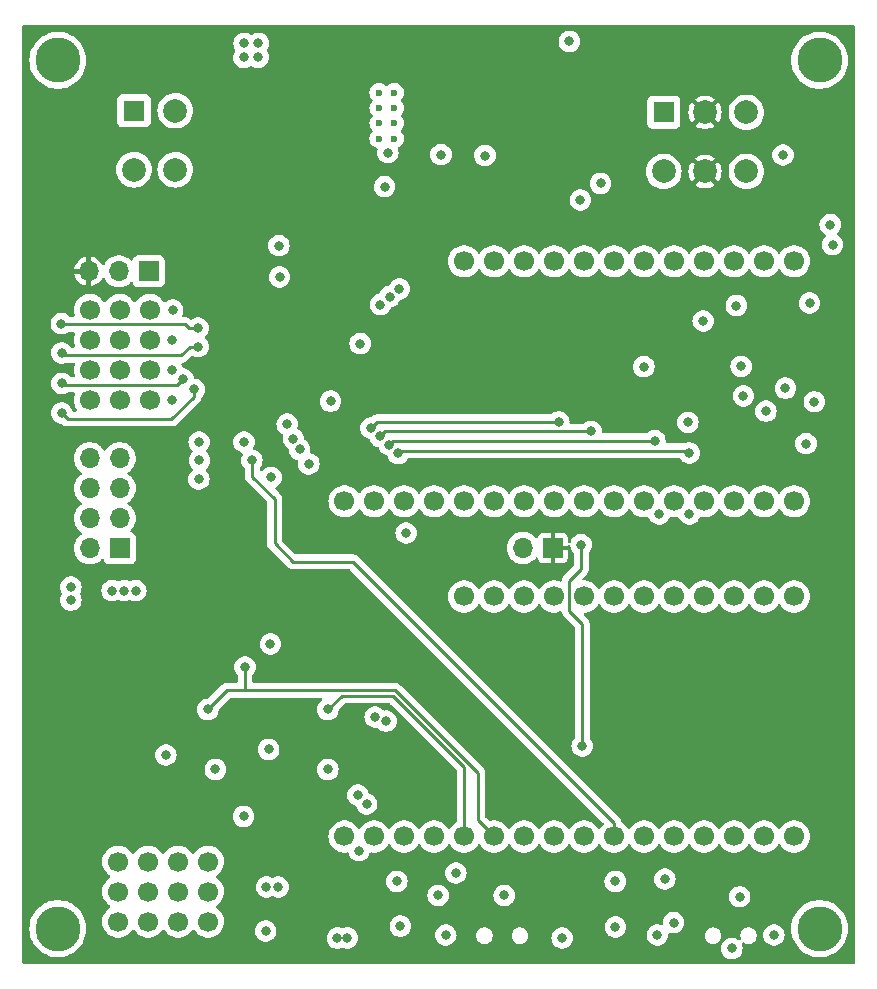
<source format=gbr>
%TF.GenerationSoftware,KiCad,Pcbnew,8.0.3*%
%TF.CreationDate,2024-12-09T22:45:42-06:00*%
%TF.ProjectId,M4_CAN_Feather_Carrier,4d345f43-414e-45f4-9665-61746865725f,6*%
%TF.SameCoordinates,Original*%
%TF.FileFunction,Copper,L3,Inr*%
%TF.FilePolarity,Positive*%
%FSLAX46Y46*%
G04 Gerber Fmt 4.6, Leading zero omitted, Abs format (unit mm)*
G04 Created by KiCad (PCBNEW 8.0.3) date 2024-12-09 22:45:42*
%MOMM*%
%LPD*%
G01*
G04 APERTURE LIST*
%TA.AperFunction,ComponentPad*%
%ADD10C,0.600000*%
%TD*%
%TA.AperFunction,ComponentPad*%
%ADD11C,3.800000*%
%TD*%
%TA.AperFunction,ComponentPad*%
%ADD12C,1.700000*%
%TD*%
%TA.AperFunction,ComponentPad*%
%ADD13R,1.700000X1.700000*%
%TD*%
%TA.AperFunction,ComponentPad*%
%ADD14O,1.700000X1.700000*%
%TD*%
%TA.AperFunction,ComponentPad*%
%ADD15R,1.800000X1.800000*%
%TD*%
%TA.AperFunction,ComponentPad*%
%ADD16C,2.000000*%
%TD*%
%TA.AperFunction,ViaPad*%
%ADD17C,0.800000*%
%TD*%
%TA.AperFunction,Conductor*%
%ADD18C,0.250000*%
%TD*%
G04 APERTURE END LIST*
D10*
%TO.N,GND*%
%TO.C,U1*%
X27200000Y-2720000D03*
X27200000Y-4020000D03*
X27200000Y-5320000D03*
X27200000Y-6620000D03*
X28500000Y-2720000D03*
X28500000Y-4020000D03*
X28500000Y-5320000D03*
X28500000Y-6620000D03*
%TD*%
D11*
%TO.N,unconnected-(H2-Pad1)*%
%TO.C,H2*%
X0Y-73500000D03*
%TD*%
%TO.N,unconnected-(H1-Pad1)*%
%TO.C,H1*%
X0Y0D03*
%TD*%
%TO.N,unconnected-(H4-Pad1)*%
%TO.C,H4*%
X64500000Y0D03*
%TD*%
D12*
%TO.N,/DIO0_LS*%
%TO.C,J3*%
X7787000Y-21132300D03*
%TO.N,VCC*%
X5247000Y-21132300D03*
%TO.N,GND*%
X2707000Y-21132300D03*
%TO.N,/DIO1_LS*%
X7787000Y-23672300D03*
%TO.N,VCC*%
X5247000Y-23672300D03*
%TO.N,GND*%
X2707000Y-23672300D03*
%TO.N,/DIO2_LS*%
X7787000Y-26212300D03*
%TO.N,VCC*%
X5247000Y-26212300D03*
%TO.N,GND*%
X2707000Y-26212300D03*
%TO.N,/DIO3_LS*%
X7787000Y-28752300D03*
%TO.N,VCC*%
X5247000Y-28752300D03*
%TO.N,GND*%
X2707000Y-28752300D03*
%TD*%
D13*
%TO.N,+3.3V*%
%TO.C,J5*%
X7708500Y-17850300D03*
D14*
%TO.N,VCC*%
X5168500Y-17850300D03*
%TO.N,+5V*%
X2628500Y-17850300D03*
%TD*%
D12*
%TO.N,Net-(J7-S1)*%
%TO.C,J7*%
X5115714Y-67830000D03*
%TO.N,+3.3V*%
X5115714Y-70370000D03*
%TO.N,GND*%
X5115714Y-72910000D03*
%TO.N,Net-(J7-S2)*%
X7655714Y-67830000D03*
%TO.N,+3.3V*%
X7655714Y-70370000D03*
%TO.N,GND*%
X7655714Y-72910000D03*
%TO.N,Net-(J7-S3)*%
X10195714Y-67830000D03*
%TO.N,+3.3V*%
X10195714Y-70370000D03*
%TO.N,GND*%
X10195714Y-72910000D03*
%TO.N,Net-(J7-S4)*%
X12735714Y-67830000D03*
%TO.N,+3.3V*%
X12735714Y-70370000D03*
%TO.N,GND*%
X12735714Y-72910000D03*
%TD*%
D13*
%TO.N,+5V*%
%TO.C,J6*%
X41915000Y-41275000D03*
D14*
%TO.N,Net-(D6-C)*%
X39375000Y-41275000D03*
%TD*%
D11*
%TO.N,unconnected-(H3-Pad1)*%
%TO.C,H3*%
X64500000Y-73500000D03*
%TD*%
D13*
%TO.N,VCC*%
%TO.C,J4*%
X5247000Y-41300000D03*
D14*
%TO.N,GND*%
X2707000Y-41300000D03*
%TO.N,VCC*%
X5247000Y-38760000D03*
%TO.N,GND*%
X2707000Y-38760000D03*
%TO.N,VCC*%
X5247000Y-36220000D03*
%TO.N,GND*%
X2707000Y-36220000D03*
%TO.N,VCC*%
X5247000Y-33680000D03*
%TO.N,GND*%
X2707000Y-33680000D03*
%TD*%
D12*
%TO.N,unconnected-(U2-RST-Pad1)*%
%TO.C,U2*%
X24270000Y-65705000D03*
%TO.N,+3.3V*%
X26780000Y-65705000D03*
%TO.N,unconnected-(U2-ARef-Pad3)*%
X29320000Y-65705000D03*
%TO.N,GND*%
X31860000Y-65705000D03*
%TO.N,/A0*%
X34400000Y-65705000D03*
%TO.N,/A1*%
X36940000Y-65705000D03*
%TO.N,/A2*%
X39480000Y-65705000D03*
%TO.N,/A3*%
X42020000Y-65705000D03*
%TO.N,/USD_CS*%
X44560000Y-65705000D03*
%TO.N,/LS_OE*%
X47100000Y-65705000D03*
%TO.N,/SCK*%
X49640000Y-65705000D03*
%TO.N,/MOSI*%
X52180000Y-65705000D03*
%TO.N,/MISO*%
X54720000Y-65705000D03*
%TO.N,/SCL_1*%
X57260000Y-65705000D03*
%TO.N,/SDA_1*%
X59800000Y-65705000D03*
%TO.N,/NEOPIXEL*%
X62340000Y-65705000D03*
%TO.N,/SDA*%
X62340000Y-45385000D03*
%TO.N,/SCL*%
X59800000Y-45385000D03*
%TO.N,/ETH_CS*%
X57260000Y-45385000D03*
%TO.N,/DIO0*%
X54720000Y-45385000D03*
%TO.N,/DIO1*%
X52180000Y-45385000D03*
%TO.N,/DIO2*%
X49640000Y-45385000D03*
%TO.N,/DIO3*%
X47100000Y-45385000D03*
%TO.N,/SDA_3*%
X44560000Y-45385000D03*
%TO.N,/SCL_3*%
X42020000Y-45385000D03*
%TO.N,Net-(D6-C)*%
X39480000Y-45385000D03*
%TO.N,unconnected-(U2-EN-Pad27)*%
X36940000Y-45385000D03*
%TO.N,unconnected-(U2-VBAT-Pad28)*%
X34400000Y-45385000D03*
%TD*%
%TO.N,unconnected-(U6-RST-Pad1)*%
%TO.C,U6*%
X24270000Y-37325000D03*
%TO.N,+3.3V*%
X26780000Y-37325000D03*
%TO.N,unconnected-(U6-ARef-Pad3)*%
X29320000Y-37325000D03*
%TO.N,GND*%
X31860000Y-37325000D03*
%TO.N,unconnected-(U6-A0-Pad5)*%
X34400000Y-37325000D03*
%TO.N,unconnected-(U6-A1-Pad6)*%
X36940000Y-37325000D03*
%TO.N,unconnected-(U6-A2-Pad7)*%
X39480000Y-37325000D03*
%TO.N,unconnected-(U6-A3-Pad8)*%
X42020000Y-37325000D03*
%TO.N,unconnected-(U6-A4-Pad9)*%
X44560000Y-37325000D03*
%TO.N,unconnected-(U6-A5-Pad10)*%
X47100000Y-37325000D03*
%TO.N,/SCK*%
X49640000Y-37325000D03*
%TO.N,/MOSI*%
X52180000Y-37325000D03*
%TO.N,/MISO*%
X54720000Y-37325000D03*
%TO.N,unconnected-(U6-D0-Pad14)*%
X57260000Y-37325000D03*
%TO.N,unconnected-(U6-D1-Pad15)*%
X59800000Y-37325000D03*
%TO.N,unconnected-(U6-D4-Pad16)*%
X62340000Y-37325000D03*
%TO.N,unconnected-(U6-SDA-Pad17)*%
X62340000Y-17005000D03*
%TO.N,unconnected-(U6-SCL-Pad18)*%
X59800000Y-17005000D03*
%TO.N,unconnected-(U6-D5-Pad19)*%
X57260000Y-17005000D03*
%TO.N,unconnected-(U6-D6-Pad20)*%
X54720000Y-17005000D03*
%TO.N,unconnected-(U6-D9-Pad21)*%
X52180000Y-17005000D03*
%TO.N,/ETH_CS*%
X49640000Y-17005000D03*
%TO.N,unconnected-(U6-D11-Pad23)*%
X47100000Y-17005000D03*
%TO.N,unconnected-(U6-D12-Pad24)*%
X44560000Y-17005000D03*
%TO.N,unconnected-(U6-D13-Pad25)*%
X42020000Y-17005000D03*
%TO.N,unconnected-(U6-VBUS-Pad26)*%
X39480000Y-17005000D03*
%TO.N,unconnected-(U6-EN-Pad27)*%
X36940000Y-17005000D03*
%TO.N,unconnected-(U6-VBAT-Pad28)*%
X34400000Y-17005000D03*
%TD*%
D15*
%TO.N,+BATT*%
%TO.C,J1*%
X6450000Y-4250000D03*
D16*
X6450000Y-9250000D03*
%TO.N,GND*%
X9950000Y-4250000D03*
X9950000Y-9250000D03*
%TD*%
D15*
%TO.N,Net-(IC1-1Y)*%
%TO.C,J2*%
X51300000Y-4400000D03*
D16*
X51300000Y-9400000D03*
%TO.N,+5V*%
X54800000Y-4400000D03*
X54800000Y-9400000D03*
%TO.N,GND*%
X58300000Y-4400000D03*
X58300000Y-9400000D03*
%TD*%
D17*
%TO.N,GND*%
X63350000Y-32450000D03*
X65400000Y-13900000D03*
X63650000Y-20550000D03*
X54650000Y-22050000D03*
X18720000Y-15680000D03*
X17856200Y-58332600D03*
X52130000Y-73000000D03*
X65600000Y-15600000D03*
X61400000Y-8000000D03*
X11960000Y-32308800D03*
X18000000Y-49400000D03*
X51400000Y-69305000D03*
X1100000Y-45700000D03*
X15750000Y250000D03*
X23100000Y-28850000D03*
X27670000Y-10690000D03*
X17600000Y-73700000D03*
X32843800Y-74056400D03*
X32200000Y-70700000D03*
X43310000Y1620000D03*
X57450000Y-20750000D03*
X18780000Y-18330000D03*
X64050000Y-28900000D03*
X29490000Y-40000000D03*
X44240000Y-11810000D03*
X15780000Y1450000D03*
X57070000Y-75190000D03*
X60630000Y-74040000D03*
X24523800Y-74306400D03*
X16980000Y1450000D03*
X53350000Y-30650000D03*
X1100000Y-44600000D03*
X11990000Y-33870000D03*
X16950000Y250000D03*
X11937500Y-35450000D03*
X50758600Y-74056400D03*
X36170000Y-8050000D03*
X42706800Y-74306400D03*
X45950000Y-10400000D03*
X23679600Y-74314800D03*
%TO.N,+5V*%
X44620000Y-3940000D03*
X59230000Y-70760000D03*
X63400000Y-6600000D03*
X45530000Y-4400000D03*
X38860000Y-5030000D03*
X44630000Y-5900000D03*
X45520000Y-3420000D03*
X37150000Y-10000000D03*
X45530000Y-5380000D03*
X44630000Y-4920000D03*
X36100000Y-10000000D03*
X38860000Y-3723332D03*
X27700000Y-9200000D03*
X40000000Y-70900000D03*
X38860000Y-2416666D03*
X38860000Y-1110000D03*
X42730000Y-49990000D03*
%TO.N,/DIO3_LS*%
X19425500Y-30800000D03*
X9677400Y-28752800D03*
%TO.N,/DIO2_LS*%
X9702800Y-26238200D03*
X19950000Y-32050000D03*
%TO.N,/DIO1_LS*%
X20471346Y-32925500D03*
X9677400Y-23672800D03*
%TO.N,/DIO0_LS*%
X9728200Y-21132800D03*
X21250000Y-34150000D03*
%TO.N,/DIO2_R*%
X10600000Y-26980000D03*
X340000Y-27350000D03*
%TO.N,/DIO3_R*%
X330000Y-29850000D03*
X11550000Y-27860000D03*
%TO.N,/DIO0_R*%
X300000Y-22290000D03*
X11870000Y-22670000D03*
%TO.N,/DIO1_R*%
X330000Y-24760000D03*
X11872500Y-24232500D03*
%TO.N,/LS_OE*%
X16430000Y-33860000D03*
%TO.N,/A0*%
X22860000Y-54954400D03*
%TO.N,/A1*%
X12700000Y-54954400D03*
X15849600Y-51347600D03*
%TO.N,/A2*%
X15722600Y-63996800D03*
X13335000Y-60034400D03*
%TO.N,/A3*%
X22860000Y-60034400D03*
%TO.N,/SCK*%
X61600000Y-27750000D03*
%TO.N,/MOSI*%
X58050000Y-28400000D03*
%TO.N,/SCL_1*%
X25500000Y-66900000D03*
%TO.N,/SDA_1*%
X33700000Y-68800000D03*
%TO.N,/SDA*%
X26150000Y-62950000D03*
X18660000Y-69990000D03*
X27800000Y-55944100D03*
%TO.N,/SCL*%
X17660000Y-69990000D03*
X26865940Y-55586978D03*
X25400000Y-62200000D03*
%TO.N,/DIO0*%
X28920000Y-19360000D03*
X28820000Y-33280000D03*
X53470000Y-33250000D03*
X53470000Y-38410000D03*
%TO.N,/DIO1*%
X50550000Y-32200000D03*
X28060000Y-32550000D03*
X28090000Y-19990000D03*
X50920000Y-38410000D03*
%TO.N,/DIO2*%
X27260000Y-31820000D03*
X27310000Y-20680000D03*
X45150000Y-31400000D03*
%TO.N,/DIO3*%
X26500000Y-31120000D03*
X42410000Y-30600000D03*
X25600000Y-23970000D03*
%TO.N,Net-(J7-S2)*%
X9150000Y-58800000D03*
%TO.N,/MISO*%
X59950000Y-29700000D03*
%TO.N,/USD_CS*%
X44400000Y-58050000D03*
X57850000Y-25900000D03*
X44300000Y-40998000D03*
X49620000Y-25920000D03*
%TO.N,/PG_FILT*%
X27950000Y-7800000D03*
X32440000Y-7980000D03*
%TO.N,VCC*%
X18050000Y-35300000D03*
X15760000Y-32310000D03*
X5600000Y-44900000D03*
X6600000Y-44900000D03*
X4600000Y-44900000D03*
%TO.N,VDC*%
X47200000Y-69500000D03*
X57730000Y-70810000D03*
X47210000Y-73380000D03*
%TO.N,VD*%
X37800000Y-70700000D03*
X29000000Y-73300000D03*
X28700000Y-69500000D03*
%TD*%
D18*
%TO.N,/DIO2_R*%
X450000Y-27460000D02*
X340000Y-27350000D01*
X10600000Y-26980000D02*
X10120000Y-27460000D01*
X10120000Y-27460000D02*
X450000Y-27460000D01*
%TO.N,/DIO3_R*%
X11500000Y-28480000D02*
X11550000Y-28430000D01*
X11550000Y-28430000D02*
X11550000Y-27860000D01*
X840000Y-30360000D02*
X9620000Y-30360000D01*
X9620000Y-30360000D02*
X11500000Y-28480000D01*
X330000Y-29850000D02*
X840000Y-30360000D01*
%TO.N,/DIO0_R*%
X360000Y-22350000D02*
X10760000Y-22350000D01*
X11870000Y-22670000D02*
X11080000Y-22670000D01*
X360000Y-22350000D02*
X300000Y-22290000D01*
X10760000Y-22350000D02*
X11080000Y-22670000D01*
%TO.N,/DIO1_R*%
X11872500Y-24232500D02*
X11187500Y-24232500D01*
X10470000Y-24950000D02*
X520000Y-24950000D01*
X520000Y-24950000D02*
X330000Y-24760000D01*
X11187500Y-24232500D02*
X10470000Y-24950000D01*
%TO.N,/LS_OE*%
X16480000Y-35234000D02*
X18350000Y-37104000D01*
X24993600Y-42443400D02*
X47100000Y-64549800D01*
X16430000Y-33860000D02*
X16480000Y-33910000D01*
X18350000Y-37104000D02*
X18350000Y-40900000D01*
X19893400Y-42443400D02*
X24993600Y-42443400D01*
X47100000Y-64549800D02*
X47100000Y-65705000D01*
X16480000Y-33910000D02*
X16480000Y-35234000D01*
X18350000Y-40900000D02*
X19893400Y-42443400D01*
%TO.N,/A0*%
X34400000Y-65705000D02*
X34400000Y-59800000D01*
X28390000Y-53790000D02*
X24024400Y-53790000D01*
X24024400Y-53790000D02*
X22860000Y-54954400D01*
X34400000Y-59800000D02*
X28390000Y-53790000D01*
%TO.N,/A1*%
X15849600Y-53340000D02*
X15849600Y-51347600D01*
X28576396Y-53340000D02*
X14314400Y-53340000D01*
X35560000Y-64325000D02*
X35560000Y-60323604D01*
X36940000Y-65705000D02*
X35560000Y-64325000D01*
X35560000Y-60323604D02*
X28576396Y-53340000D01*
X14314400Y-53340000D02*
X12700000Y-54954400D01*
%TO.N,/DIO0*%
X29050000Y-33050000D02*
X28820000Y-33280000D01*
X53270000Y-33050000D02*
X29050000Y-33050000D01*
X53470000Y-33250000D02*
X53270000Y-33050000D01*
%TO.N,/DIO1*%
X28400000Y-32200000D02*
X28060000Y-32540000D01*
X50550000Y-32200000D02*
X28400000Y-32200000D01*
X28060000Y-32540000D02*
X28060000Y-32550000D01*
%TO.N,/DIO2*%
X27700000Y-31400000D02*
X45150000Y-31400000D01*
X27260000Y-31820000D02*
X27280000Y-31820000D01*
X27280000Y-31820000D02*
X27700000Y-31400000D01*
%TO.N,/DIO3*%
X42400000Y-30590000D02*
X27040000Y-30590000D01*
X27040000Y-30590000D02*
X26510000Y-31120000D01*
X26510000Y-31120000D02*
X26500000Y-31120000D01*
X42410000Y-30600000D02*
X42400000Y-30590000D01*
%TO.N,/USD_CS*%
X44300000Y-43050000D02*
X44300000Y-40998000D01*
X43300000Y-46600000D02*
X43300000Y-44050000D01*
X44400000Y-58050000D02*
X44400000Y-47700000D01*
X43300000Y-44050000D02*
X44300000Y-43050000D01*
X44400000Y-47700000D02*
X43300000Y-46600000D01*
%TD*%
%TA.AperFunction,Conductor*%
%TO.N,+5V*%
G36*
X67442121Y2979998D02*
G01*
X67488614Y2926342D01*
X67500000Y2874000D01*
X67500000Y-76374000D01*
X67479998Y-76442121D01*
X67426342Y-76488614D01*
X67374000Y-76500000D01*
X-2874000Y-76500000D01*
X-2942121Y-76479998D01*
X-2988614Y-76426342D01*
X-3000000Y-76374000D01*
X-3000000Y-73499993D01*
X-2413262Y-73499993D01*
X-2413262Y-73500006D01*
X-2395782Y-73777848D01*
X-2394233Y-73802462D01*
X-2337445Y-74100154D01*
X-2243794Y-74388381D01*
X-2114758Y-74662598D01*
X-2098891Y-74687600D01*
X-1952375Y-74918473D01*
X-1952372Y-74918475D01*
X-1952370Y-74918480D01*
X-1759192Y-75151992D01*
X-1538271Y-75359450D01*
X-1293090Y-75537584D01*
X-1027517Y-75683585D01*
X-745739Y-75795149D01*
X-452200Y-75870516D01*
X-151530Y-75908500D01*
X-151527Y-75908500D01*
X151527Y-75908500D01*
X151530Y-75908500D01*
X452200Y-75870516D01*
X745739Y-75795149D01*
X1027517Y-75683585D01*
X1293090Y-75537584D01*
X1538271Y-75359450D01*
X1759192Y-75151992D01*
X1952370Y-74918480D01*
X1952372Y-74918475D01*
X1952375Y-74918473D01*
X2098891Y-74687600D01*
X2114758Y-74662598D01*
X2243794Y-74388381D01*
X2337445Y-74100154D01*
X2394233Y-73802462D01*
X2395782Y-73777848D01*
X2413262Y-73500006D01*
X2413262Y-73499993D01*
X2394234Y-73197550D01*
X2394232Y-73197533D01*
X2392781Y-73189927D01*
X2337445Y-72899846D01*
X2243794Y-72611619D01*
X2114758Y-72337402D01*
X2068370Y-72264306D01*
X1952375Y-72081526D01*
X1759192Y-71848008D01*
X1759190Y-71848006D01*
X1538270Y-71640549D01*
X1293092Y-71462417D01*
X1141114Y-71378866D01*
X1027517Y-71316415D01*
X946414Y-71284304D01*
X745744Y-71204852D01*
X745737Y-71204850D01*
X452192Y-71129482D01*
X151544Y-71091501D01*
X151532Y-71091500D01*
X151530Y-71091500D01*
X-151530Y-71091500D01*
X-151532Y-71091500D01*
X-151544Y-71091501D01*
X-452192Y-71129482D01*
X-745737Y-71204850D01*
X-745744Y-71204852D01*
X-946414Y-71284304D01*
X-1027517Y-71316415D01*
X-1141114Y-71378866D01*
X-1293092Y-71462417D01*
X-1360225Y-71511192D01*
X-1538270Y-71640549D01*
X-1759190Y-71848006D01*
X-1759192Y-71848008D01*
X-1952375Y-72081526D01*
X-2068370Y-72264306D01*
X-2114758Y-72337402D01*
X-2243794Y-72611619D01*
X-2337445Y-72899846D01*
X-2392781Y-73189927D01*
X-2394232Y-73197533D01*
X-2394234Y-73197550D01*
X-2413262Y-73499993D01*
X-3000000Y-73499993D01*
X-3000000Y-67830000D01*
X3752558Y-67830000D01*
X3760944Y-67931206D01*
X3771151Y-68054375D01*
X3826416Y-68272612D01*
X3826417Y-68272613D01*
X3826418Y-68272616D01*
X3898175Y-68436206D01*
X3916855Y-68478793D01*
X4039989Y-68667265D01*
X4039993Y-68667270D01*
X4192476Y-68832908D01*
X4247045Y-68875381D01*
X4370138Y-68971189D01*
X4403394Y-68989186D01*
X4453785Y-69039200D01*
X4469137Y-69108516D01*
X4444576Y-69175129D01*
X4403394Y-69210813D01*
X4370140Y-69228810D01*
X4370138Y-69228811D01*
X4192476Y-69367091D01*
X4039993Y-69532729D01*
X4039989Y-69532734D01*
X3916855Y-69721206D01*
X3826417Y-69927386D01*
X3826416Y-69927387D01*
X3771151Y-70145624D01*
X3771150Y-70145630D01*
X3771150Y-70145632D01*
X3756001Y-70328445D01*
X3752558Y-70370000D01*
X3771151Y-70594375D01*
X3826416Y-70812612D01*
X3826417Y-70812613D01*
X3826418Y-70812616D01*
X3860330Y-70889928D01*
X3916855Y-71018793D01*
X4039989Y-71207265D01*
X4039993Y-71207270D01*
X4192476Y-71372908D01*
X4200131Y-71378866D01*
X4370138Y-71511189D01*
X4403394Y-71529186D01*
X4453785Y-71579200D01*
X4469137Y-71648516D01*
X4444576Y-71715129D01*
X4403394Y-71750813D01*
X4370140Y-71768810D01*
X4370138Y-71768811D01*
X4192476Y-71907091D01*
X4039993Y-72072729D01*
X4039989Y-72072734D01*
X3916855Y-72261206D01*
X3826417Y-72467386D01*
X3826416Y-72467387D01*
X3771151Y-72685624D01*
X3771150Y-72685630D01*
X3771150Y-72685632D01*
X3752558Y-72910000D01*
X3770912Y-73131500D01*
X3771151Y-73134375D01*
X3826416Y-73352612D01*
X3826417Y-73352613D01*
X3826418Y-73352616D01*
X3899597Y-73519448D01*
X3916855Y-73558793D01*
X4039989Y-73747265D01*
X4039993Y-73747270D01*
X4192476Y-73912908D01*
X4220661Y-73934845D01*
X4370138Y-74051189D01*
X4568140Y-74158342D01*
X4568141Y-74158342D01*
X4568142Y-74158343D01*
X4605352Y-74171117D01*
X4781079Y-74231444D01*
X5003145Y-74268500D01*
X5003149Y-74268500D01*
X5228279Y-74268500D01*
X5228283Y-74268500D01*
X5450349Y-74231444D01*
X5663288Y-74158342D01*
X5861290Y-74051189D01*
X6038954Y-73912906D01*
X6191436Y-73747268D01*
X6280232Y-73611354D01*
X6334234Y-73565268D01*
X6404582Y-73555692D01*
X6468939Y-73585669D01*
X6491194Y-73611353D01*
X6501766Y-73627534D01*
X6579989Y-73747265D01*
X6579993Y-73747270D01*
X6732476Y-73912908D01*
X6760661Y-73934845D01*
X6910138Y-74051189D01*
X7108140Y-74158342D01*
X7108141Y-74158342D01*
X7108142Y-74158343D01*
X7145352Y-74171117D01*
X7321079Y-74231444D01*
X7543145Y-74268500D01*
X7543149Y-74268500D01*
X7768279Y-74268500D01*
X7768283Y-74268500D01*
X7990349Y-74231444D01*
X8203288Y-74158342D01*
X8401290Y-74051189D01*
X8578954Y-73912906D01*
X8731436Y-73747268D01*
X8820232Y-73611354D01*
X8874234Y-73565268D01*
X8944582Y-73555692D01*
X9008939Y-73585669D01*
X9031194Y-73611353D01*
X9041766Y-73627534D01*
X9119989Y-73747265D01*
X9119993Y-73747270D01*
X9272476Y-73912908D01*
X9300661Y-73934845D01*
X9450138Y-74051189D01*
X9648140Y-74158342D01*
X9648141Y-74158342D01*
X9648142Y-74158343D01*
X9685352Y-74171117D01*
X9861079Y-74231444D01*
X10083145Y-74268500D01*
X10083149Y-74268500D01*
X10308279Y-74268500D01*
X10308283Y-74268500D01*
X10530349Y-74231444D01*
X10743288Y-74158342D01*
X10941290Y-74051189D01*
X11118954Y-73912906D01*
X11271436Y-73747268D01*
X11360232Y-73611354D01*
X11414234Y-73565268D01*
X11484582Y-73555692D01*
X11548939Y-73585669D01*
X11571194Y-73611353D01*
X11581766Y-73627534D01*
X11659989Y-73747265D01*
X11659993Y-73747270D01*
X11812476Y-73912908D01*
X11840661Y-73934845D01*
X11990138Y-74051189D01*
X12188140Y-74158342D01*
X12188141Y-74158342D01*
X12188142Y-74158343D01*
X12225352Y-74171117D01*
X12401079Y-74231444D01*
X12623145Y-74268500D01*
X12623149Y-74268500D01*
X12848279Y-74268500D01*
X12848283Y-74268500D01*
X13070349Y-74231444D01*
X13283288Y-74158342D01*
X13481290Y-74051189D01*
X13658954Y-73912906D01*
X13811436Y-73747268D01*
X13842318Y-73700000D01*
X16686496Y-73700000D01*
X16706457Y-73889927D01*
X16723782Y-73943245D01*
X16765473Y-74071556D01*
X16765476Y-74071561D01*
X16860958Y-74236941D01*
X16860965Y-74236951D01*
X16988744Y-74378864D01*
X17033738Y-74411554D01*
X17143248Y-74491118D01*
X17317712Y-74568794D01*
X17504513Y-74608500D01*
X17695487Y-74608500D01*
X17882288Y-74568794D01*
X18056752Y-74491118D01*
X18211253Y-74378866D01*
X18268938Y-74314800D01*
X22766096Y-74314800D01*
X22786057Y-74504727D01*
X22809525Y-74576951D01*
X22845073Y-74686356D01*
X22863842Y-74718864D01*
X22940558Y-74851741D01*
X22940565Y-74851751D01*
X23068344Y-74993664D01*
X23068347Y-74993666D01*
X23222848Y-75105918D01*
X23397312Y-75183594D01*
X23584113Y-75223300D01*
X23775087Y-75223300D01*
X23961888Y-75183594D01*
X24059884Y-75139962D01*
X24130249Y-75130528D01*
X24162379Y-75139961D01*
X24241512Y-75175194D01*
X24428313Y-75214900D01*
X24619287Y-75214900D01*
X24806088Y-75175194D01*
X24980552Y-75097518D01*
X25135053Y-74985266D01*
X25189143Y-74925193D01*
X25262834Y-74843351D01*
X25262835Y-74843349D01*
X25262840Y-74843344D01*
X25358327Y-74677956D01*
X25417342Y-74496328D01*
X25437304Y-74306400D01*
X25417342Y-74116472D01*
X25358327Y-73934844D01*
X25262840Y-73769456D01*
X25262838Y-73769454D01*
X25262834Y-73769448D01*
X25135055Y-73627535D01*
X24980552Y-73515282D01*
X24806088Y-73437606D01*
X24619287Y-73397900D01*
X24428313Y-73397900D01*
X24241509Y-73437606D01*
X24143514Y-73481236D01*
X24073147Y-73490670D01*
X24041018Y-73481236D01*
X23961890Y-73446006D01*
X23775087Y-73406300D01*
X23584113Y-73406300D01*
X23397311Y-73446006D01*
X23222847Y-73523682D01*
X23068344Y-73635935D01*
X22940565Y-73777848D01*
X22940558Y-73777858D01*
X22845076Y-73943238D01*
X22845073Y-73943245D01*
X22786057Y-74124872D01*
X22766096Y-74314800D01*
X18268938Y-74314800D01*
X18310627Y-74268500D01*
X18339034Y-74236951D01*
X18339035Y-74236949D01*
X18339040Y-74236944D01*
X18434527Y-74071556D01*
X18493542Y-73889928D01*
X18513504Y-73700000D01*
X18493542Y-73510072D01*
X18434527Y-73328444D01*
X18418105Y-73300000D01*
X28086496Y-73300000D01*
X28106457Y-73489927D01*
X28128833Y-73558791D01*
X28165473Y-73671556D01*
X28181895Y-73700000D01*
X28260958Y-73836941D01*
X28260965Y-73836951D01*
X28388744Y-73978864D01*
X28388747Y-73978866D01*
X28543248Y-74091118D01*
X28717712Y-74168794D01*
X28904513Y-74208500D01*
X29095487Y-74208500D01*
X29282288Y-74168794D01*
X29456752Y-74091118D01*
X29504537Y-74056400D01*
X31930296Y-74056400D01*
X31950257Y-74246327D01*
X31980326Y-74338870D01*
X32009273Y-74427956D01*
X32009276Y-74427961D01*
X32104758Y-74593341D01*
X32104765Y-74593351D01*
X32232544Y-74735264D01*
X32232547Y-74735266D01*
X32387048Y-74847518D01*
X32561512Y-74925194D01*
X32748313Y-74964900D01*
X32939287Y-74964900D01*
X33126088Y-74925194D01*
X33300552Y-74847518D01*
X33455053Y-74735266D01*
X33469820Y-74718866D01*
X33582834Y-74593351D01*
X33582835Y-74593349D01*
X33582840Y-74593344D01*
X33678327Y-74427956D01*
X33737342Y-74246328D01*
X33757304Y-74056400D01*
X33754635Y-74031004D01*
X35419500Y-74031004D01*
X35419500Y-74168995D01*
X35446420Y-74304328D01*
X35446421Y-74304331D01*
X35451876Y-74317500D01*
X35499225Y-74431811D01*
X35512432Y-74451576D01*
X35575885Y-74546541D01*
X35575890Y-74546547D01*
X35673452Y-74644109D01*
X35673458Y-74644114D01*
X35788189Y-74720775D01*
X35915672Y-74773580D01*
X36051007Y-74800500D01*
X36051008Y-74800500D01*
X36188992Y-74800500D01*
X36188993Y-74800500D01*
X36324328Y-74773580D01*
X36451811Y-74720775D01*
X36566542Y-74644114D01*
X36664114Y-74546542D01*
X36740775Y-74431811D01*
X36793580Y-74304328D01*
X36820500Y-74168993D01*
X36820500Y-74031007D01*
X36820499Y-74031004D01*
X38419500Y-74031004D01*
X38419500Y-74168995D01*
X38446420Y-74304328D01*
X38446421Y-74304331D01*
X38451876Y-74317500D01*
X38499225Y-74431811D01*
X38512432Y-74451576D01*
X38575885Y-74546541D01*
X38575890Y-74546547D01*
X38673452Y-74644109D01*
X38673458Y-74644114D01*
X38788189Y-74720775D01*
X38915672Y-74773580D01*
X39051007Y-74800500D01*
X39051008Y-74800500D01*
X39188992Y-74800500D01*
X39188993Y-74800500D01*
X39324328Y-74773580D01*
X39451811Y-74720775D01*
X39566542Y-74644114D01*
X39664114Y-74546542D01*
X39740775Y-74431811D01*
X39792722Y-74306400D01*
X41793296Y-74306400D01*
X41813257Y-74496327D01*
X41829575Y-74546547D01*
X41872273Y-74677956D01*
X41872276Y-74677961D01*
X41967758Y-74843341D01*
X41967765Y-74843351D01*
X42095544Y-74985264D01*
X42156799Y-75029768D01*
X42250048Y-75097518D01*
X42424512Y-75175194D01*
X42611313Y-75214900D01*
X42802287Y-75214900D01*
X42919432Y-75190000D01*
X56156496Y-75190000D01*
X56176457Y-75379927D01*
X56206526Y-75472470D01*
X56235473Y-75561556D01*
X56235476Y-75561561D01*
X56330958Y-75726941D01*
X56330965Y-75726951D01*
X56458744Y-75868864D01*
X56458747Y-75868866D01*
X56613248Y-75981118D01*
X56787712Y-76058794D01*
X56974513Y-76098500D01*
X57165487Y-76098500D01*
X57352288Y-76058794D01*
X57526752Y-75981118D01*
X57681253Y-75868866D01*
X57809040Y-75726944D01*
X57904527Y-75561556D01*
X57963542Y-75379928D01*
X57983504Y-75190000D01*
X57963542Y-75000072D01*
X57908703Y-74831299D01*
X57906676Y-74760334D01*
X57943338Y-74699536D01*
X58007050Y-74668211D01*
X58077584Y-74676303D01*
X58098540Y-74687600D01*
X58148189Y-74720775D01*
X58275672Y-74773580D01*
X58411007Y-74800500D01*
X58411008Y-74800500D01*
X58548992Y-74800500D01*
X58548993Y-74800500D01*
X58684328Y-74773580D01*
X58811811Y-74720775D01*
X58926542Y-74644114D01*
X59024114Y-74546542D01*
X59100775Y-74431811D01*
X59153580Y-74304328D01*
X59180500Y-74168993D01*
X59180500Y-74040000D01*
X59716496Y-74040000D01*
X59736457Y-74229927D01*
X59748991Y-74268500D01*
X59795473Y-74411556D01*
X59807167Y-74431810D01*
X59890958Y-74576941D01*
X59890965Y-74576951D01*
X60018744Y-74718864D01*
X60075823Y-74760334D01*
X60173248Y-74831118D01*
X60347712Y-74908794D01*
X60534513Y-74948500D01*
X60725487Y-74948500D01*
X60912288Y-74908794D01*
X61086752Y-74831118D01*
X61241253Y-74718866D01*
X61278084Y-74677961D01*
X61369034Y-74576951D01*
X61369035Y-74576949D01*
X61369040Y-74576944D01*
X61464527Y-74411556D01*
X61523542Y-74229928D01*
X61543504Y-74040000D01*
X61523542Y-73850072D01*
X61464527Y-73668444D01*
X61369040Y-73503056D01*
X61369038Y-73503054D01*
X61369034Y-73503048D01*
X61366283Y-73499993D01*
X62086738Y-73499993D01*
X62086738Y-73500006D01*
X62105765Y-73802449D01*
X62105767Y-73802466D01*
X62160831Y-74091117D01*
X62162555Y-74100154D01*
X62256206Y-74388381D01*
X62385242Y-74662598D01*
X62385244Y-74662601D01*
X62385247Y-74662607D01*
X62547624Y-74918473D01*
X62740807Y-75151991D01*
X62740809Y-75151993D01*
X62961729Y-75359450D01*
X63206910Y-75537584D01*
X63472483Y-75683585D01*
X63677322Y-75764686D01*
X63754255Y-75795147D01*
X63754258Y-75795147D01*
X63754261Y-75795149D01*
X64047800Y-75870516D01*
X64047806Y-75870516D01*
X64047807Y-75870517D01*
X64205384Y-75890423D01*
X64348470Y-75908500D01*
X64348473Y-75908500D01*
X64651527Y-75908500D01*
X64651530Y-75908500D01*
X64952200Y-75870516D01*
X65245739Y-75795149D01*
X65527517Y-75683585D01*
X65793090Y-75537584D01*
X66038271Y-75359450D01*
X66259192Y-75151992D01*
X66452370Y-74918480D01*
X66452372Y-74918475D01*
X66452375Y-74918473D01*
X66598891Y-74687600D01*
X66614758Y-74662598D01*
X66743794Y-74388381D01*
X66837445Y-74100154D01*
X66894233Y-73802462D01*
X66895782Y-73777848D01*
X66913262Y-73500006D01*
X66913262Y-73499993D01*
X66894234Y-73197550D01*
X66894232Y-73197533D01*
X66892781Y-73189927D01*
X66837445Y-72899846D01*
X66743794Y-72611619D01*
X66614758Y-72337402D01*
X66568370Y-72264306D01*
X66452375Y-72081526D01*
X66259192Y-71848008D01*
X66259190Y-71848006D01*
X66038270Y-71640549D01*
X65793092Y-71462417D01*
X65641114Y-71378866D01*
X65527517Y-71316415D01*
X65446414Y-71284304D01*
X65245744Y-71204852D01*
X65245737Y-71204850D01*
X64952192Y-71129482D01*
X64651544Y-71091501D01*
X64651532Y-71091500D01*
X64651530Y-71091500D01*
X64348470Y-71091500D01*
X64348467Y-71091500D01*
X64348455Y-71091501D01*
X64047807Y-71129482D01*
X63754262Y-71204850D01*
X63754255Y-71204852D01*
X63472483Y-71316415D01*
X63206907Y-71462417D01*
X62961730Y-71640549D01*
X62961729Y-71640549D01*
X62740809Y-71848006D01*
X62740807Y-71848008D01*
X62547624Y-72081526D01*
X62385247Y-72337392D01*
X62385240Y-72337406D01*
X62256209Y-72611612D01*
X62256207Y-72611616D01*
X62162556Y-72899842D01*
X62162554Y-72899850D01*
X62105767Y-73197533D01*
X62105765Y-73197550D01*
X62086738Y-73499993D01*
X61366283Y-73499993D01*
X61241255Y-73361135D01*
X61086752Y-73248882D01*
X60912288Y-73171206D01*
X60725487Y-73131500D01*
X60534513Y-73131500D01*
X60347711Y-73171206D01*
X60173247Y-73248882D01*
X60018744Y-73361135D01*
X59890965Y-73503048D01*
X59890958Y-73503058D01*
X59804125Y-73653458D01*
X59795473Y-73668444D01*
X59792087Y-73678866D01*
X59736457Y-73850072D01*
X59716496Y-74040000D01*
X59180500Y-74040000D01*
X59180500Y-74031007D01*
X59153580Y-73895672D01*
X59100775Y-73768189D01*
X59024114Y-73653458D01*
X59024109Y-73653452D01*
X58926547Y-73555890D01*
X58926541Y-73555885D01*
X58865774Y-73515282D01*
X58811811Y-73479225D01*
X58731421Y-73445926D01*
X58684331Y-73426421D01*
X58684328Y-73426420D01*
X58548995Y-73399500D01*
X58548993Y-73399500D01*
X58411007Y-73399500D01*
X58411004Y-73399500D01*
X58275671Y-73426420D01*
X58275668Y-73426421D01*
X58148189Y-73479225D01*
X58033458Y-73555885D01*
X58033452Y-73555890D01*
X57935890Y-73653452D01*
X57935885Y-73653458D01*
X57859225Y-73768189D01*
X57806421Y-73895668D01*
X57806420Y-73895671D01*
X57779500Y-74031004D01*
X57779500Y-74168995D01*
X57806420Y-74304328D01*
X57806422Y-74304335D01*
X57811875Y-74317500D01*
X57819462Y-74388090D01*
X57787681Y-74451576D01*
X57726622Y-74487802D01*
X57655671Y-74485266D01*
X57621404Y-74467651D01*
X57526752Y-74398882D01*
X57352288Y-74321206D01*
X57165487Y-74281500D01*
X56974513Y-74281500D01*
X56787711Y-74321206D01*
X56613247Y-74398882D01*
X56458744Y-74511135D01*
X56330965Y-74653048D01*
X56330958Y-74653058D01*
X56235476Y-74818438D01*
X56235473Y-74818444D01*
X56227380Y-74843351D01*
X56176457Y-75000072D01*
X56156496Y-75190000D01*
X42919432Y-75190000D01*
X42989088Y-75175194D01*
X43163552Y-75097518D01*
X43318053Y-74985266D01*
X43372143Y-74925193D01*
X43445834Y-74843351D01*
X43445835Y-74843349D01*
X43445840Y-74843344D01*
X43541327Y-74677956D01*
X43600342Y-74496328D01*
X43620304Y-74306400D01*
X43600342Y-74116472D01*
X43541327Y-73934844D01*
X43445840Y-73769456D01*
X43445838Y-73769454D01*
X43445834Y-73769448D01*
X43318055Y-73627535D01*
X43163552Y-73515282D01*
X42989088Y-73437606D01*
X42802287Y-73397900D01*
X42611313Y-73397900D01*
X42424511Y-73437606D01*
X42250047Y-73515282D01*
X42095544Y-73627535D01*
X41967765Y-73769448D01*
X41967758Y-73769458D01*
X41878092Y-73924765D01*
X41872273Y-73934844D01*
X41857970Y-73978864D01*
X41813257Y-74116472D01*
X41793296Y-74306400D01*
X39792722Y-74306400D01*
X39793580Y-74304328D01*
X39820500Y-74168993D01*
X39820500Y-74031007D01*
X39793580Y-73895672D01*
X39740775Y-73768189D01*
X39664114Y-73653458D01*
X39664109Y-73653452D01*
X39566547Y-73555890D01*
X39566541Y-73555885D01*
X39505774Y-73515282D01*
X39451811Y-73479225D01*
X39371421Y-73445926D01*
X39324331Y-73426421D01*
X39324328Y-73426420D01*
X39188995Y-73399500D01*
X39188993Y-73399500D01*
X39051007Y-73399500D01*
X39051004Y-73399500D01*
X38915671Y-73426420D01*
X38915668Y-73426421D01*
X38788189Y-73479225D01*
X38673458Y-73555885D01*
X38673452Y-73555890D01*
X38575890Y-73653452D01*
X38575885Y-73653458D01*
X38499225Y-73768189D01*
X38446421Y-73895668D01*
X38446420Y-73895671D01*
X38419500Y-74031004D01*
X36820499Y-74031004D01*
X36793580Y-73895672D01*
X36740775Y-73768189D01*
X36664114Y-73653458D01*
X36664109Y-73653452D01*
X36566547Y-73555890D01*
X36566541Y-73555885D01*
X36505774Y-73515282D01*
X36451811Y-73479225D01*
X36371421Y-73445926D01*
X36324331Y-73426421D01*
X36324328Y-73426420D01*
X36188995Y-73399500D01*
X36188993Y-73399500D01*
X36051007Y-73399500D01*
X36051004Y-73399500D01*
X35915671Y-73426420D01*
X35915668Y-73426421D01*
X35788189Y-73479225D01*
X35673458Y-73555885D01*
X35673452Y-73555890D01*
X35575890Y-73653452D01*
X35575885Y-73653458D01*
X35499225Y-73768189D01*
X35446421Y-73895668D01*
X35446420Y-73895671D01*
X35419500Y-74031004D01*
X33754635Y-74031004D01*
X33737342Y-73866472D01*
X33678327Y-73684844D01*
X33582840Y-73519456D01*
X33582838Y-73519454D01*
X33582834Y-73519448D01*
X33457274Y-73380000D01*
X46296496Y-73380000D01*
X46316457Y-73569927D01*
X46329919Y-73611356D01*
X46375473Y-73751556D01*
X46398314Y-73791117D01*
X46470958Y-73916941D01*
X46470965Y-73916951D01*
X46598744Y-74058864D01*
X46643138Y-74091118D01*
X46753248Y-74171118D01*
X46927712Y-74248794D01*
X47114513Y-74288500D01*
X47305487Y-74288500D01*
X47492288Y-74248794D01*
X47666752Y-74171118D01*
X47821253Y-74058866D01*
X47821255Y-74058864D01*
X47823474Y-74056400D01*
X49845096Y-74056400D01*
X49865057Y-74246327D01*
X49895126Y-74338870D01*
X49924073Y-74427956D01*
X49924076Y-74427961D01*
X50019558Y-74593341D01*
X50019565Y-74593351D01*
X50147344Y-74735264D01*
X50147347Y-74735266D01*
X50301848Y-74847518D01*
X50476312Y-74925194D01*
X50663113Y-74964900D01*
X50854087Y-74964900D01*
X51040888Y-74925194D01*
X51215352Y-74847518D01*
X51369853Y-74735266D01*
X51384620Y-74718866D01*
X51497634Y-74593351D01*
X51497635Y-74593349D01*
X51497640Y-74593344D01*
X51593127Y-74427956D01*
X51652142Y-74246328D01*
X51672104Y-74056400D01*
X51669435Y-74031004D01*
X54779500Y-74031004D01*
X54779500Y-74168995D01*
X54806420Y-74304328D01*
X54806421Y-74304331D01*
X54811876Y-74317500D01*
X54859225Y-74431811D01*
X54872432Y-74451576D01*
X54935885Y-74546541D01*
X54935890Y-74546547D01*
X55033452Y-74644109D01*
X55033458Y-74644114D01*
X55148189Y-74720775D01*
X55275672Y-74773580D01*
X55411007Y-74800500D01*
X55411008Y-74800500D01*
X55548992Y-74800500D01*
X55548993Y-74800500D01*
X55684328Y-74773580D01*
X55811811Y-74720775D01*
X55926542Y-74644114D01*
X56024114Y-74546542D01*
X56100775Y-74431811D01*
X56153580Y-74304328D01*
X56180500Y-74168993D01*
X56180500Y-74031007D01*
X56153580Y-73895672D01*
X56100775Y-73768189D01*
X56024114Y-73653458D01*
X56024109Y-73653452D01*
X55926547Y-73555890D01*
X55926541Y-73555885D01*
X55865774Y-73515282D01*
X55811811Y-73479225D01*
X55731421Y-73445926D01*
X55684331Y-73426421D01*
X55684328Y-73426420D01*
X55548995Y-73399500D01*
X55548993Y-73399500D01*
X55411007Y-73399500D01*
X55411004Y-73399500D01*
X55275671Y-73426420D01*
X55275668Y-73426421D01*
X55148189Y-73479225D01*
X55033458Y-73555885D01*
X55033452Y-73555890D01*
X54935890Y-73653452D01*
X54935885Y-73653458D01*
X54859225Y-73768189D01*
X54806421Y-73895668D01*
X54806420Y-73895671D01*
X54779500Y-74031004D01*
X51669435Y-74031004D01*
X51665608Y-73994600D01*
X51678380Y-73924765D01*
X51726881Y-73872918D01*
X51795714Y-73855523D01*
X51842168Y-73866326D01*
X51847709Y-73868793D01*
X51847710Y-73868793D01*
X51847712Y-73868794D01*
X52034513Y-73908500D01*
X52225487Y-73908500D01*
X52412288Y-73868794D01*
X52586752Y-73791118D01*
X52741253Y-73678866D01*
X52741255Y-73678864D01*
X52869034Y-73536951D01*
X52869035Y-73536949D01*
X52869040Y-73536944D01*
X52964527Y-73371556D01*
X53023542Y-73189928D01*
X53043504Y-73000000D01*
X53023542Y-72810072D01*
X52964527Y-72628444D01*
X52869040Y-72463056D01*
X52869038Y-72463054D01*
X52869034Y-72463048D01*
X52741255Y-72321135D01*
X52586752Y-72208882D01*
X52412288Y-72131206D01*
X52225487Y-72091500D01*
X52034513Y-72091500D01*
X51847711Y-72131206D01*
X51673247Y-72208882D01*
X51518744Y-72321135D01*
X51390965Y-72463048D01*
X51390958Y-72463058D01*
X51295476Y-72628438D01*
X51295473Y-72628445D01*
X51236457Y-72810072D01*
X51216496Y-73000000D01*
X51222991Y-73061797D01*
X51210219Y-73131635D01*
X51161716Y-73183482D01*
X51092883Y-73200876D01*
X51046436Y-73190075D01*
X51040892Y-73187607D01*
X51040888Y-73187606D01*
X50854087Y-73147900D01*
X50663113Y-73147900D01*
X50476311Y-73187606D01*
X50301847Y-73265282D01*
X50147344Y-73377535D01*
X50019565Y-73519448D01*
X50019558Y-73519458D01*
X49927524Y-73678866D01*
X49924073Y-73684844D01*
X49909599Y-73729386D01*
X49865057Y-73866472D01*
X49845096Y-74056400D01*
X47823474Y-74056400D01*
X47949034Y-73916951D01*
X47949035Y-73916949D01*
X47949040Y-73916944D01*
X48044527Y-73751556D01*
X48103542Y-73569928D01*
X48123504Y-73380000D01*
X48103542Y-73190072D01*
X48044527Y-73008444D01*
X47949040Y-72843056D01*
X47949038Y-72843054D01*
X47949034Y-72843048D01*
X47821255Y-72701135D01*
X47666752Y-72588882D01*
X47492288Y-72511206D01*
X47305487Y-72471500D01*
X47114513Y-72471500D01*
X46927711Y-72511206D01*
X46753247Y-72588882D01*
X46598744Y-72701135D01*
X46470965Y-72843048D01*
X46470958Y-72843058D01*
X46380348Y-73000000D01*
X46375473Y-73008444D01*
X46360999Y-73052986D01*
X46316457Y-73190072D01*
X46296496Y-73380000D01*
X33457274Y-73380000D01*
X33455055Y-73377535D01*
X33300552Y-73265282D01*
X33126088Y-73187606D01*
X32939287Y-73147900D01*
X32748313Y-73147900D01*
X32561511Y-73187606D01*
X32387047Y-73265282D01*
X32232544Y-73377535D01*
X32104765Y-73519448D01*
X32104758Y-73519458D01*
X32012724Y-73678866D01*
X32009273Y-73684844D01*
X31994799Y-73729386D01*
X31950257Y-73866472D01*
X31930296Y-74056400D01*
X29504537Y-74056400D01*
X29611253Y-73978866D01*
X29659966Y-73924765D01*
X29739034Y-73836951D01*
X29739035Y-73836949D01*
X29739040Y-73836944D01*
X29834527Y-73671556D01*
X29893542Y-73489928D01*
X29913504Y-73300000D01*
X29893542Y-73110072D01*
X29834527Y-72928444D01*
X29739040Y-72763056D01*
X29739038Y-72763054D01*
X29739034Y-72763048D01*
X29611255Y-72621135D01*
X29456752Y-72508882D01*
X29282288Y-72431206D01*
X29095487Y-72391500D01*
X28904513Y-72391500D01*
X28717711Y-72431206D01*
X28543247Y-72508882D01*
X28388744Y-72621135D01*
X28260965Y-72763048D01*
X28260958Y-72763058D01*
X28165476Y-72928438D01*
X28165473Y-72928445D01*
X28106457Y-73110072D01*
X28086496Y-73300000D01*
X18418105Y-73300000D01*
X18339040Y-73163056D01*
X18339038Y-73163054D01*
X18339034Y-73163048D01*
X18211255Y-73021135D01*
X18056752Y-72908882D01*
X17882288Y-72831206D01*
X17695487Y-72791500D01*
X17504513Y-72791500D01*
X17317711Y-72831206D01*
X17143247Y-72908882D01*
X16988744Y-73021135D01*
X16860965Y-73163048D01*
X16860958Y-73163058D01*
X16765476Y-73328438D01*
X16765473Y-73328445D01*
X16706457Y-73510072D01*
X16686496Y-73700000D01*
X13842318Y-73700000D01*
X13934574Y-73558791D01*
X14025010Y-73352616D01*
X14080278Y-73134368D01*
X14098870Y-72910000D01*
X14080278Y-72685632D01*
X14065796Y-72628444D01*
X14025011Y-72467387D01*
X14025010Y-72467386D01*
X14025010Y-72467384D01*
X13934574Y-72261209D01*
X13927854Y-72250924D01*
X13811438Y-72072734D01*
X13811434Y-72072729D01*
X13658951Y-71907091D01*
X13577096Y-71843381D01*
X13481290Y-71768811D01*
X13448033Y-71750813D01*
X13397643Y-71700802D01*
X13382290Y-71631485D01*
X13406850Y-71564872D01*
X13448034Y-71529186D01*
X13481290Y-71511189D01*
X13658954Y-71372906D01*
X13811436Y-71207268D01*
X13934574Y-71018791D01*
X14025010Y-70812616D01*
X14080278Y-70594368D01*
X14098870Y-70370000D01*
X14080278Y-70145632D01*
X14052756Y-70036951D01*
X14040867Y-69990000D01*
X16746496Y-69990000D01*
X16766457Y-70179927D01*
X16777366Y-70213500D01*
X16825473Y-70361556D01*
X16825476Y-70361561D01*
X16920958Y-70526941D01*
X16920965Y-70526951D01*
X17048744Y-70668864D01*
X17048747Y-70668866D01*
X17203248Y-70781118D01*
X17377712Y-70858794D01*
X17564513Y-70898500D01*
X17755487Y-70898500D01*
X17942288Y-70858794D01*
X18108755Y-70784678D01*
X18179118Y-70775245D01*
X18211240Y-70784676D01*
X18377712Y-70858794D01*
X18564513Y-70898500D01*
X18755487Y-70898500D01*
X18942288Y-70858794D01*
X19116752Y-70781118D01*
X19228401Y-70700000D01*
X31286496Y-70700000D01*
X31306457Y-70889927D01*
X31309243Y-70898500D01*
X31365473Y-71071556D01*
X31365476Y-71071561D01*
X31460958Y-71236941D01*
X31460965Y-71236951D01*
X31588744Y-71378864D01*
X31588747Y-71378866D01*
X31743248Y-71491118D01*
X31917712Y-71568794D01*
X32104513Y-71608500D01*
X32295487Y-71608500D01*
X32482288Y-71568794D01*
X32656752Y-71491118D01*
X32811253Y-71378866D01*
X32816618Y-71372908D01*
X32939034Y-71236951D01*
X32939035Y-71236949D01*
X32939040Y-71236944D01*
X33034527Y-71071556D01*
X33093542Y-70889928D01*
X33113504Y-70700000D01*
X36886496Y-70700000D01*
X36906457Y-70889927D01*
X36909243Y-70898500D01*
X36965473Y-71071556D01*
X36965476Y-71071561D01*
X37060958Y-71236941D01*
X37060965Y-71236951D01*
X37188744Y-71378864D01*
X37188747Y-71378866D01*
X37343248Y-71491118D01*
X37517712Y-71568794D01*
X37704513Y-71608500D01*
X37895487Y-71608500D01*
X38082288Y-71568794D01*
X38256752Y-71491118D01*
X38411253Y-71378866D01*
X38416618Y-71372908D01*
X38539034Y-71236951D01*
X38539035Y-71236949D01*
X38539040Y-71236944D01*
X38634527Y-71071556D01*
X38693542Y-70889928D01*
X38701943Y-70810000D01*
X56816496Y-70810000D01*
X56836457Y-70999927D01*
X56859733Y-71071561D01*
X56895473Y-71181556D01*
X56895476Y-71181561D01*
X56990958Y-71346941D01*
X56990965Y-71346951D01*
X57118744Y-71488864D01*
X57149470Y-71511188D01*
X57273248Y-71601118D01*
X57447712Y-71678794D01*
X57634513Y-71718500D01*
X57825487Y-71718500D01*
X58012288Y-71678794D01*
X58186752Y-71601118D01*
X58341253Y-71488866D01*
X58365069Y-71462416D01*
X58469034Y-71346951D01*
X58469035Y-71346949D01*
X58469040Y-71346944D01*
X58564527Y-71181556D01*
X58623542Y-70999928D01*
X58643504Y-70810000D01*
X58623542Y-70620072D01*
X58564527Y-70438444D01*
X58469040Y-70273056D01*
X58469038Y-70273054D01*
X58469034Y-70273048D01*
X58341255Y-70131135D01*
X58186752Y-70018882D01*
X58012288Y-69941206D01*
X57825487Y-69901500D01*
X57634513Y-69901500D01*
X57447711Y-69941206D01*
X57273247Y-70018882D01*
X57118744Y-70131135D01*
X56990965Y-70273048D01*
X56990958Y-70273058D01*
X56895476Y-70438438D01*
X56895473Y-70438445D01*
X56836457Y-70620072D01*
X56816496Y-70810000D01*
X38701943Y-70810000D01*
X38713504Y-70700000D01*
X38693542Y-70510072D01*
X38634527Y-70328444D01*
X38539040Y-70163056D01*
X38539038Y-70163054D01*
X38539034Y-70163048D01*
X38411255Y-70021135D01*
X38256752Y-69908882D01*
X38082288Y-69831206D01*
X37895487Y-69791500D01*
X37704513Y-69791500D01*
X37517711Y-69831206D01*
X37343247Y-69908882D01*
X37188744Y-70021135D01*
X37060965Y-70163048D01*
X37060958Y-70163058D01*
X36965476Y-70328438D01*
X36965473Y-70328445D01*
X36906457Y-70510072D01*
X36886496Y-70700000D01*
X33113504Y-70700000D01*
X33093542Y-70510072D01*
X33034527Y-70328444D01*
X32939040Y-70163056D01*
X32939038Y-70163054D01*
X32939034Y-70163048D01*
X32811255Y-70021135D01*
X32656752Y-69908882D01*
X32482288Y-69831206D01*
X32295487Y-69791500D01*
X32104513Y-69791500D01*
X31917711Y-69831206D01*
X31743247Y-69908882D01*
X31588744Y-70021135D01*
X31460965Y-70163048D01*
X31460958Y-70163058D01*
X31365476Y-70328438D01*
X31365473Y-70328445D01*
X31306457Y-70510072D01*
X31286496Y-70700000D01*
X19228401Y-70700000D01*
X19271253Y-70668866D01*
X19271255Y-70668864D01*
X19399034Y-70526951D01*
X19399035Y-70526949D01*
X19399040Y-70526944D01*
X19494527Y-70361556D01*
X19553542Y-70179928D01*
X19573504Y-69990000D01*
X19553542Y-69800072D01*
X19494527Y-69618444D01*
X19426143Y-69500000D01*
X27786496Y-69500000D01*
X27806457Y-69689927D01*
X27817628Y-69724306D01*
X27865473Y-69871556D01*
X27865476Y-69871561D01*
X27960958Y-70036941D01*
X27960965Y-70036951D01*
X28088744Y-70178864D01*
X28136416Y-70213500D01*
X28243248Y-70291118D01*
X28417712Y-70368794D01*
X28604513Y-70408500D01*
X28795487Y-70408500D01*
X28982288Y-70368794D01*
X29156752Y-70291118D01*
X29311253Y-70178866D01*
X29325487Y-70163058D01*
X29439034Y-70036951D01*
X29439035Y-70036949D01*
X29439040Y-70036944D01*
X29534527Y-69871556D01*
X29593542Y-69689928D01*
X29613504Y-69500000D01*
X29593542Y-69310072D01*
X29534527Y-69128444D01*
X29439040Y-68963056D01*
X29439038Y-68963054D01*
X29439034Y-68963048D01*
X29311255Y-68821135D01*
X29282165Y-68800000D01*
X32786496Y-68800000D01*
X32806457Y-68989927D01*
X32835186Y-69078342D01*
X32865473Y-69171556D01*
X32865476Y-69171561D01*
X32960958Y-69336941D01*
X32960965Y-69336951D01*
X33088744Y-69478864D01*
X33088747Y-69478866D01*
X33243248Y-69591118D01*
X33417712Y-69668794D01*
X33604513Y-69708500D01*
X33795487Y-69708500D01*
X33982288Y-69668794D01*
X34156752Y-69591118D01*
X34282165Y-69500000D01*
X46286496Y-69500000D01*
X46306457Y-69689927D01*
X46317628Y-69724306D01*
X46365473Y-69871556D01*
X46365476Y-69871561D01*
X46460958Y-70036941D01*
X46460965Y-70036951D01*
X46588744Y-70178864D01*
X46636416Y-70213500D01*
X46743248Y-70291118D01*
X46917712Y-70368794D01*
X47104513Y-70408500D01*
X47295487Y-70408500D01*
X47482288Y-70368794D01*
X47656752Y-70291118D01*
X47811253Y-70178866D01*
X47825487Y-70163058D01*
X47939034Y-70036951D01*
X47939035Y-70036949D01*
X47939040Y-70036944D01*
X48034527Y-69871556D01*
X48093542Y-69689928D01*
X48113504Y-69500000D01*
X48093542Y-69310072D01*
X48091894Y-69305000D01*
X50486496Y-69305000D01*
X50506457Y-69494927D01*
X50518740Y-69532729D01*
X50565473Y-69676556D01*
X50565476Y-69676561D01*
X50660958Y-69841941D01*
X50660965Y-69841951D01*
X50788744Y-69983864D01*
X50836942Y-70018882D01*
X50943248Y-70096118D01*
X51117712Y-70173794D01*
X51304513Y-70213500D01*
X51495487Y-70213500D01*
X51682288Y-70173794D01*
X51856752Y-70096118D01*
X52011253Y-69983866D01*
X52112373Y-69871561D01*
X52139034Y-69841951D01*
X52139035Y-69841949D01*
X52139040Y-69841944D01*
X52234527Y-69676556D01*
X52293542Y-69494928D01*
X52313504Y-69305000D01*
X52293542Y-69115072D01*
X52234527Y-68933444D01*
X52139040Y-68768056D01*
X52139038Y-68768054D01*
X52139034Y-68768048D01*
X52011255Y-68626135D01*
X51856752Y-68513882D01*
X51682288Y-68436206D01*
X51495487Y-68396500D01*
X51304513Y-68396500D01*
X51117711Y-68436206D01*
X50943247Y-68513882D01*
X50788744Y-68626135D01*
X50660965Y-68768048D01*
X50660958Y-68768058D01*
X50565476Y-68933438D01*
X50565473Y-68933444D01*
X50555851Y-68963058D01*
X50506457Y-69115072D01*
X50486496Y-69305000D01*
X48091894Y-69305000D01*
X48034527Y-69128444D01*
X47939040Y-68963056D01*
X47939038Y-68963054D01*
X47939034Y-68963048D01*
X47811255Y-68821135D01*
X47656752Y-68708882D01*
X47482288Y-68631206D01*
X47295487Y-68591500D01*
X47104513Y-68591500D01*
X46917711Y-68631206D01*
X46743247Y-68708882D01*
X46588744Y-68821135D01*
X46460965Y-68963048D01*
X46460958Y-68963058D01*
X46365476Y-69128438D01*
X46365473Y-69128445D01*
X46306457Y-69310072D01*
X46286496Y-69500000D01*
X34282165Y-69500000D01*
X34311253Y-69478866D01*
X34334491Y-69453058D01*
X34439034Y-69336951D01*
X34439035Y-69336949D01*
X34439040Y-69336944D01*
X34534527Y-69171556D01*
X34593542Y-68989928D01*
X34613504Y-68800000D01*
X34593542Y-68610072D01*
X34534527Y-68428444D01*
X34439040Y-68263056D01*
X34439038Y-68263054D01*
X34439034Y-68263048D01*
X34311255Y-68121135D01*
X34156752Y-68008882D01*
X33982288Y-67931206D01*
X33795487Y-67891500D01*
X33604513Y-67891500D01*
X33417711Y-67931206D01*
X33243247Y-68008882D01*
X33088744Y-68121135D01*
X32960965Y-68263048D01*
X32960958Y-68263058D01*
X32865476Y-68428438D01*
X32865473Y-68428445D01*
X32806457Y-68610072D01*
X32786496Y-68800000D01*
X29282165Y-68800000D01*
X29156752Y-68708882D01*
X28982288Y-68631206D01*
X28795487Y-68591500D01*
X28604513Y-68591500D01*
X28417711Y-68631206D01*
X28243247Y-68708882D01*
X28088744Y-68821135D01*
X27960965Y-68963048D01*
X27960958Y-68963058D01*
X27865476Y-69128438D01*
X27865473Y-69128445D01*
X27806457Y-69310072D01*
X27786496Y-69500000D01*
X19426143Y-69500000D01*
X19399040Y-69453056D01*
X19399038Y-69453054D01*
X19399034Y-69453048D01*
X19271255Y-69311135D01*
X19116752Y-69198882D01*
X18942288Y-69121206D01*
X18755487Y-69081500D01*
X18564513Y-69081500D01*
X18377711Y-69121206D01*
X18288777Y-69160802D01*
X18211248Y-69195320D01*
X18140882Y-69204754D01*
X18108752Y-69195320D01*
X17942288Y-69121206D01*
X17755487Y-69081500D01*
X17564513Y-69081500D01*
X17377711Y-69121206D01*
X17203247Y-69198882D01*
X17048744Y-69311135D01*
X16920965Y-69453048D01*
X16920958Y-69453058D01*
X16825476Y-69618438D01*
X16825473Y-69618445D01*
X16766457Y-69800072D01*
X16746496Y-69990000D01*
X14040867Y-69990000D01*
X14025011Y-69927387D01*
X14025010Y-69927386D01*
X14025010Y-69927384D01*
X13934574Y-69721209D01*
X13926271Y-69708500D01*
X13811438Y-69532734D01*
X13811434Y-69532729D01*
X13658951Y-69367091D01*
X13577096Y-69303381D01*
X13481290Y-69228811D01*
X13448033Y-69210813D01*
X13397643Y-69160802D01*
X13382290Y-69091485D01*
X13406850Y-69024872D01*
X13448034Y-68989186D01*
X13481290Y-68971189D01*
X13658954Y-68832906D01*
X13811436Y-68667268D01*
X13934574Y-68478791D01*
X14025010Y-68272616D01*
X14080278Y-68054368D01*
X14098870Y-67830000D01*
X14080278Y-67605632D01*
X14037562Y-67436951D01*
X14025011Y-67387387D01*
X14025010Y-67387386D01*
X14025010Y-67387384D01*
X13934574Y-67181209D01*
X13927854Y-67170924D01*
X13811438Y-66992734D01*
X13811434Y-66992729D01*
X13658951Y-66827091D01*
X13577096Y-66763381D01*
X13481290Y-66688811D01*
X13283288Y-66581658D01*
X13283286Y-66581657D01*
X13283285Y-66581656D01*
X13070353Y-66508557D01*
X13070344Y-66508555D01*
X13026190Y-66501187D01*
X12848283Y-66471500D01*
X12623145Y-66471500D01*
X12474925Y-66496233D01*
X12401083Y-66508555D01*
X12401074Y-66508557D01*
X12188142Y-66581656D01*
X12188140Y-66581658D01*
X11990140Y-66688810D01*
X11990138Y-66688811D01*
X11812476Y-66827091D01*
X11659993Y-66992729D01*
X11571197Y-67128643D01*
X11517193Y-67174731D01*
X11446845Y-67184306D01*
X11382488Y-67154329D01*
X11360231Y-67128643D01*
X11301318Y-67038470D01*
X11271436Y-66992732D01*
X11271435Y-66992731D01*
X11271434Y-66992729D01*
X11118951Y-66827091D01*
X11037096Y-66763381D01*
X10941290Y-66688811D01*
X10743288Y-66581658D01*
X10743286Y-66581657D01*
X10743285Y-66581656D01*
X10530353Y-66508557D01*
X10530344Y-66508555D01*
X10486190Y-66501187D01*
X10308283Y-66471500D01*
X10083145Y-66471500D01*
X9934925Y-66496233D01*
X9861083Y-66508555D01*
X9861074Y-66508557D01*
X9648142Y-66581656D01*
X9648140Y-66581658D01*
X9450140Y-66688810D01*
X9450138Y-66688811D01*
X9272476Y-66827091D01*
X9119993Y-66992729D01*
X9031197Y-67128643D01*
X8977193Y-67174731D01*
X8906845Y-67184306D01*
X8842488Y-67154329D01*
X8820231Y-67128643D01*
X8761318Y-67038470D01*
X8731436Y-66992732D01*
X8731435Y-66992731D01*
X8731434Y-66992729D01*
X8578951Y-66827091D01*
X8497096Y-66763381D01*
X8401290Y-66688811D01*
X8203288Y-66581658D01*
X8203286Y-66581657D01*
X8203285Y-66581656D01*
X7990353Y-66508557D01*
X7990344Y-66508555D01*
X7946190Y-66501187D01*
X7768283Y-66471500D01*
X7543145Y-66471500D01*
X7394925Y-66496233D01*
X7321083Y-66508555D01*
X7321074Y-66508557D01*
X7108142Y-66581656D01*
X7108140Y-66581658D01*
X6910140Y-66688810D01*
X6910138Y-66688811D01*
X6732476Y-66827091D01*
X6579993Y-66992729D01*
X6491197Y-67128643D01*
X6437193Y-67174731D01*
X6366845Y-67184306D01*
X6302488Y-67154329D01*
X6280231Y-67128643D01*
X6221318Y-67038470D01*
X6191436Y-66992732D01*
X6191435Y-66992731D01*
X6191434Y-66992729D01*
X6038951Y-66827091D01*
X5957096Y-66763381D01*
X5861290Y-66688811D01*
X5663288Y-66581658D01*
X5663286Y-66581657D01*
X5663285Y-66581656D01*
X5450353Y-66508557D01*
X5450344Y-66508555D01*
X5406190Y-66501187D01*
X5228283Y-66471500D01*
X5003145Y-66471500D01*
X4854925Y-66496233D01*
X4781083Y-66508555D01*
X4781074Y-66508557D01*
X4568142Y-66581656D01*
X4568140Y-66581658D01*
X4370140Y-66688810D01*
X4370138Y-66688811D01*
X4192476Y-66827091D01*
X4039993Y-66992729D01*
X4039989Y-66992734D01*
X3916855Y-67181206D01*
X3826417Y-67387386D01*
X3826416Y-67387387D01*
X3771151Y-67605624D01*
X3771150Y-67605630D01*
X3771150Y-67605632D01*
X3752558Y-67830000D01*
X-3000000Y-67830000D01*
X-3000000Y-63996800D01*
X14809096Y-63996800D01*
X14829057Y-64186727D01*
X14853712Y-64262606D01*
X14888073Y-64368356D01*
X14888076Y-64368361D01*
X14983558Y-64533741D01*
X14983565Y-64533751D01*
X15111344Y-64675664D01*
X15111347Y-64675666D01*
X15265848Y-64787918D01*
X15440312Y-64865594D01*
X15627113Y-64905300D01*
X15818087Y-64905300D01*
X16004888Y-64865594D01*
X16179352Y-64787918D01*
X16333853Y-64675666D01*
X16434568Y-64563811D01*
X16461634Y-64533751D01*
X16461635Y-64533749D01*
X16461640Y-64533744D01*
X16557127Y-64368356D01*
X16616142Y-64186728D01*
X16636104Y-63996800D01*
X16616142Y-63806872D01*
X16557127Y-63625244D01*
X16461640Y-63459856D01*
X16461638Y-63459854D01*
X16461634Y-63459848D01*
X16333855Y-63317935D01*
X16179352Y-63205682D01*
X16004888Y-63128006D01*
X15818087Y-63088300D01*
X15627113Y-63088300D01*
X15440311Y-63128006D01*
X15265847Y-63205682D01*
X15111344Y-63317935D01*
X14983565Y-63459848D01*
X14983558Y-63459858D01*
X14888076Y-63625238D01*
X14888073Y-63625245D01*
X14829057Y-63806872D01*
X14809096Y-63996800D01*
X-3000000Y-63996800D01*
X-3000000Y-62200000D01*
X24486496Y-62200000D01*
X24506457Y-62389927D01*
X24513973Y-62413058D01*
X24565473Y-62571556D01*
X24565476Y-62571561D01*
X24660958Y-62736941D01*
X24660965Y-62736951D01*
X24788744Y-62878864D01*
X24788747Y-62878866D01*
X24943248Y-62991118D01*
X25117712Y-63068794D01*
X25170766Y-63080070D01*
X25233239Y-63113797D01*
X25264403Y-63164380D01*
X25315473Y-63321556D01*
X25315476Y-63321561D01*
X25410958Y-63486941D01*
X25410965Y-63486951D01*
X25538744Y-63628864D01*
X25538747Y-63628866D01*
X25693248Y-63741118D01*
X25867712Y-63818794D01*
X26054513Y-63858500D01*
X26245487Y-63858500D01*
X26432288Y-63818794D01*
X26606752Y-63741118D01*
X26761253Y-63628866D01*
X26761255Y-63628864D01*
X26889034Y-63486951D01*
X26889035Y-63486949D01*
X26889040Y-63486944D01*
X26984527Y-63321556D01*
X27043542Y-63139928D01*
X27063504Y-62950000D01*
X27043542Y-62760072D01*
X26984527Y-62578444D01*
X26889040Y-62413056D01*
X26889038Y-62413054D01*
X26889034Y-62413048D01*
X26761255Y-62271135D01*
X26606752Y-62158882D01*
X26432284Y-62081204D01*
X26379231Y-62069927D01*
X26316758Y-62036199D01*
X26285596Y-61985618D01*
X26234527Y-61828444D01*
X26139040Y-61663056D01*
X26139038Y-61663054D01*
X26139034Y-61663048D01*
X26011255Y-61521135D01*
X25856752Y-61408882D01*
X25682288Y-61331206D01*
X25495487Y-61291500D01*
X25304513Y-61291500D01*
X25117711Y-61331206D01*
X24943247Y-61408882D01*
X24788744Y-61521135D01*
X24660965Y-61663048D01*
X24660958Y-61663058D01*
X24565476Y-61828438D01*
X24565473Y-61828445D01*
X24506457Y-62010072D01*
X24486496Y-62200000D01*
X-3000000Y-62200000D01*
X-3000000Y-60034400D01*
X12421496Y-60034400D01*
X12441457Y-60224327D01*
X12453442Y-60261211D01*
X12500473Y-60405956D01*
X12500476Y-60405961D01*
X12595958Y-60571341D01*
X12595965Y-60571351D01*
X12723744Y-60713264D01*
X12723747Y-60713266D01*
X12878248Y-60825518D01*
X13052712Y-60903194D01*
X13239513Y-60942900D01*
X13430487Y-60942900D01*
X13617288Y-60903194D01*
X13791752Y-60825518D01*
X13946253Y-60713266D01*
X14074040Y-60571344D01*
X14169527Y-60405956D01*
X14228542Y-60224328D01*
X14248504Y-60034400D01*
X21946496Y-60034400D01*
X21966457Y-60224327D01*
X21978442Y-60261211D01*
X22025473Y-60405956D01*
X22025476Y-60405961D01*
X22120958Y-60571341D01*
X22120965Y-60571351D01*
X22248744Y-60713264D01*
X22248747Y-60713266D01*
X22403248Y-60825518D01*
X22577712Y-60903194D01*
X22764513Y-60942900D01*
X22955487Y-60942900D01*
X23142288Y-60903194D01*
X23316752Y-60825518D01*
X23471253Y-60713266D01*
X23599040Y-60571344D01*
X23694527Y-60405956D01*
X23753542Y-60224328D01*
X23773504Y-60034400D01*
X23753542Y-59844472D01*
X23694527Y-59662844D01*
X23599040Y-59497456D01*
X23599038Y-59497454D01*
X23599034Y-59497448D01*
X23471255Y-59355535D01*
X23316752Y-59243282D01*
X23142288Y-59165606D01*
X22955487Y-59125900D01*
X22764513Y-59125900D01*
X22577711Y-59165606D01*
X22403247Y-59243282D01*
X22248744Y-59355535D01*
X22120965Y-59497448D01*
X22120958Y-59497458D01*
X22025476Y-59662838D01*
X22025473Y-59662845D01*
X21966457Y-59844472D01*
X21946496Y-60034400D01*
X14248504Y-60034400D01*
X14228542Y-59844472D01*
X14169527Y-59662844D01*
X14074040Y-59497456D01*
X14074038Y-59497454D01*
X14074034Y-59497448D01*
X13946255Y-59355535D01*
X13791752Y-59243282D01*
X13617288Y-59165606D01*
X13430487Y-59125900D01*
X13239513Y-59125900D01*
X13052711Y-59165606D01*
X12878247Y-59243282D01*
X12723744Y-59355535D01*
X12595965Y-59497448D01*
X12595958Y-59497458D01*
X12500476Y-59662838D01*
X12500473Y-59662845D01*
X12441457Y-59844472D01*
X12421496Y-60034400D01*
X-3000000Y-60034400D01*
X-3000000Y-58800000D01*
X8236496Y-58800000D01*
X8256457Y-58989927D01*
X8263456Y-59011466D01*
X8315473Y-59171556D01*
X8315476Y-59171561D01*
X8410958Y-59336941D01*
X8410965Y-59336951D01*
X8538744Y-59478864D01*
X8599999Y-59523368D01*
X8693248Y-59591118D01*
X8867712Y-59668794D01*
X9054513Y-59708500D01*
X9245487Y-59708500D01*
X9432288Y-59668794D01*
X9606752Y-59591118D01*
X9761253Y-59478866D01*
X9889040Y-59336944D01*
X9984527Y-59171556D01*
X10043542Y-58989928D01*
X10063504Y-58800000D01*
X10043542Y-58610072D01*
X9984527Y-58428444D01*
X9929191Y-58332600D01*
X16942696Y-58332600D01*
X16962657Y-58522527D01*
X16983587Y-58586941D01*
X17021673Y-58704156D01*
X17021676Y-58704161D01*
X17117158Y-58869541D01*
X17117165Y-58869551D01*
X17244944Y-59011464D01*
X17244947Y-59011466D01*
X17399448Y-59123718D01*
X17573912Y-59201394D01*
X17760713Y-59241100D01*
X17951687Y-59241100D01*
X18138488Y-59201394D01*
X18312952Y-59123718D01*
X18467453Y-59011466D01*
X18595240Y-58869544D01*
X18690727Y-58704156D01*
X18749742Y-58522528D01*
X18769704Y-58332600D01*
X18749742Y-58142672D01*
X18690727Y-57961044D01*
X18595240Y-57795656D01*
X18595238Y-57795654D01*
X18595234Y-57795648D01*
X18467455Y-57653735D01*
X18312952Y-57541482D01*
X18138488Y-57463806D01*
X17951687Y-57424100D01*
X17760713Y-57424100D01*
X17573911Y-57463806D01*
X17399447Y-57541482D01*
X17244944Y-57653735D01*
X17117165Y-57795648D01*
X17117158Y-57795658D01*
X17021676Y-57961038D01*
X17021673Y-57961045D01*
X16962657Y-58142672D01*
X16942696Y-58332600D01*
X9929191Y-58332600D01*
X9889040Y-58263056D01*
X9889038Y-58263054D01*
X9889034Y-58263048D01*
X9761255Y-58121135D01*
X9606752Y-58008882D01*
X9432288Y-57931206D01*
X9245487Y-57891500D01*
X9054513Y-57891500D01*
X8867711Y-57931206D01*
X8693247Y-58008882D01*
X8538744Y-58121135D01*
X8410965Y-58263048D01*
X8410958Y-58263058D01*
X8315476Y-58428438D01*
X8315473Y-58428445D01*
X8256457Y-58610072D01*
X8236496Y-58800000D01*
X-3000000Y-58800000D01*
X-3000000Y-54954400D01*
X11786496Y-54954400D01*
X11806457Y-55144327D01*
X11829556Y-55215416D01*
X11865473Y-55325956D01*
X11865476Y-55325961D01*
X11960958Y-55491341D01*
X11960965Y-55491351D01*
X12088744Y-55633264D01*
X12088747Y-55633266D01*
X12243248Y-55745518D01*
X12417712Y-55823194D01*
X12604513Y-55862900D01*
X12795487Y-55862900D01*
X12982288Y-55823194D01*
X13156752Y-55745518D01*
X13311253Y-55633266D01*
X13352931Y-55586978D01*
X13439034Y-55491351D01*
X13439035Y-55491349D01*
X13439040Y-55491344D01*
X13534527Y-55325956D01*
X13593542Y-55144328D01*
X13610907Y-54979104D01*
X13637920Y-54913449D01*
X13647113Y-54903189D01*
X14539900Y-54010404D01*
X14602212Y-53976379D01*
X14628995Y-53973500D01*
X15787206Y-53973500D01*
X15911994Y-53973500D01*
X22276673Y-53973500D01*
X22344794Y-53993502D01*
X22391287Y-54047158D01*
X22401391Y-54117432D01*
X22371897Y-54182012D01*
X22350734Y-54201436D01*
X22248744Y-54275535D01*
X22120965Y-54417448D01*
X22120958Y-54417458D01*
X22025476Y-54582838D01*
X22025473Y-54582845D01*
X21966457Y-54764472D01*
X21946496Y-54954400D01*
X21966457Y-55144327D01*
X21989556Y-55215416D01*
X22025473Y-55325956D01*
X22025476Y-55325961D01*
X22120958Y-55491341D01*
X22120965Y-55491351D01*
X22248744Y-55633264D01*
X22248747Y-55633266D01*
X22403248Y-55745518D01*
X22577712Y-55823194D01*
X22764513Y-55862900D01*
X22955487Y-55862900D01*
X23142288Y-55823194D01*
X23316752Y-55745518D01*
X23471253Y-55633266D01*
X23512931Y-55586978D01*
X25952436Y-55586978D01*
X25972397Y-55776905D01*
X25987438Y-55823194D01*
X26031413Y-55958534D01*
X26031416Y-55958539D01*
X26126898Y-56123919D01*
X26126905Y-56123929D01*
X26254684Y-56265842D01*
X26254687Y-56265844D01*
X26409188Y-56378096D01*
X26583652Y-56455772D01*
X26770453Y-56495478D01*
X26961424Y-56495478D01*
X26961427Y-56495478D01*
X26984722Y-56490526D01*
X27055509Y-56495926D01*
X27104554Y-56529461D01*
X27188745Y-56622964D01*
X27188747Y-56622966D01*
X27343248Y-56735218D01*
X27517712Y-56812894D01*
X27704513Y-56852600D01*
X27895487Y-56852600D01*
X28082288Y-56812894D01*
X28256752Y-56735218D01*
X28411253Y-56622966D01*
X28526044Y-56495478D01*
X28539034Y-56481051D01*
X28539035Y-56481049D01*
X28539040Y-56481044D01*
X28634527Y-56315656D01*
X28693542Y-56134028D01*
X28713504Y-55944100D01*
X28693542Y-55754172D01*
X28634527Y-55572544D01*
X28539040Y-55407156D01*
X28539038Y-55407154D01*
X28539034Y-55407148D01*
X28411255Y-55265235D01*
X28256752Y-55152982D01*
X28082288Y-55075306D01*
X27895487Y-55035600D01*
X27704513Y-55035600D01*
X27704507Y-55035600D01*
X27681212Y-55040551D01*
X27610421Y-55035147D01*
X27561382Y-55001614D01*
X27477192Y-54908111D01*
X27322692Y-54795860D01*
X27148228Y-54718184D01*
X26961427Y-54678478D01*
X26770453Y-54678478D01*
X26583651Y-54718184D01*
X26409187Y-54795860D01*
X26254684Y-54908113D01*
X26126905Y-55050026D01*
X26126898Y-55050036D01*
X26031416Y-55215416D01*
X26031413Y-55215423D01*
X25972397Y-55397050D01*
X25952436Y-55586978D01*
X23512931Y-55586978D01*
X23599034Y-55491351D01*
X23599035Y-55491349D01*
X23599040Y-55491344D01*
X23694527Y-55325956D01*
X23753542Y-55144328D01*
X23770907Y-54979104D01*
X23797920Y-54913449D01*
X23807112Y-54903190D01*
X24249900Y-54460404D01*
X24312212Y-54426379D01*
X24338995Y-54423500D01*
X28075406Y-54423500D01*
X28143527Y-54443502D01*
X28164501Y-54460405D01*
X33729595Y-60025499D01*
X33763621Y-60087811D01*
X33766500Y-60114594D01*
X33766500Y-64428078D01*
X33746498Y-64496199D01*
X33700471Y-64538891D01*
X33654426Y-64563810D01*
X33654424Y-64563811D01*
X33476762Y-64702091D01*
X33324279Y-64867729D01*
X33235483Y-65003643D01*
X33181479Y-65049731D01*
X33111131Y-65059306D01*
X33046774Y-65029329D01*
X33024517Y-65003643D01*
X32935720Y-64867729D01*
X32783237Y-64702091D01*
X32682230Y-64623474D01*
X32605576Y-64563811D01*
X32407574Y-64456658D01*
X32407572Y-64456657D01*
X32407571Y-64456656D01*
X32194639Y-64383557D01*
X32194630Y-64383555D01*
X32150476Y-64376187D01*
X31972569Y-64346500D01*
X31747431Y-64346500D01*
X31599211Y-64371233D01*
X31525369Y-64383555D01*
X31525360Y-64383557D01*
X31312428Y-64456656D01*
X31312426Y-64456658D01*
X31114426Y-64563810D01*
X31114424Y-64563811D01*
X30936762Y-64702091D01*
X30784279Y-64867729D01*
X30695483Y-65003643D01*
X30641479Y-65049731D01*
X30571131Y-65059306D01*
X30506774Y-65029329D01*
X30484517Y-65003643D01*
X30395720Y-64867729D01*
X30243237Y-64702091D01*
X30142230Y-64623474D01*
X30065576Y-64563811D01*
X29867574Y-64456658D01*
X29867572Y-64456657D01*
X29867571Y-64456656D01*
X29654639Y-64383557D01*
X29654630Y-64383555D01*
X29610476Y-64376187D01*
X29432569Y-64346500D01*
X29207431Y-64346500D01*
X29059211Y-64371233D01*
X28985369Y-64383555D01*
X28985360Y-64383557D01*
X28772428Y-64456656D01*
X28772426Y-64456658D01*
X28574426Y-64563810D01*
X28574424Y-64563811D01*
X28396762Y-64702091D01*
X28244279Y-64867729D01*
X28155483Y-65003643D01*
X28101479Y-65049731D01*
X28031131Y-65059306D01*
X27966774Y-65029329D01*
X27944517Y-65003643D01*
X27855720Y-64867729D01*
X27703237Y-64702091D01*
X27602230Y-64623474D01*
X27525576Y-64563811D01*
X27327574Y-64456658D01*
X27327572Y-64456657D01*
X27327571Y-64456656D01*
X27114639Y-64383557D01*
X27114630Y-64383555D01*
X27070476Y-64376187D01*
X26892569Y-64346500D01*
X26667431Y-64346500D01*
X26519211Y-64371233D01*
X26445369Y-64383555D01*
X26445360Y-64383557D01*
X26232428Y-64456656D01*
X26232426Y-64456658D01*
X26034426Y-64563810D01*
X26034424Y-64563811D01*
X25856762Y-64702091D01*
X25704279Y-64867729D01*
X25704275Y-64867735D01*
X25630483Y-64980683D01*
X25576479Y-65026772D01*
X25506132Y-65036347D01*
X25441774Y-65006370D01*
X25419517Y-64980683D01*
X25345724Y-64867735D01*
X25345720Y-64867729D01*
X25193237Y-64702091D01*
X25092230Y-64623474D01*
X25015576Y-64563811D01*
X24817574Y-64456658D01*
X24817572Y-64456657D01*
X24817571Y-64456656D01*
X24604639Y-64383557D01*
X24604630Y-64383555D01*
X24560476Y-64376187D01*
X24382569Y-64346500D01*
X24157431Y-64346500D01*
X24009211Y-64371233D01*
X23935369Y-64383555D01*
X23935360Y-64383557D01*
X23722428Y-64456656D01*
X23722426Y-64456658D01*
X23524426Y-64563810D01*
X23524424Y-64563811D01*
X23346762Y-64702091D01*
X23194279Y-64867729D01*
X23194275Y-64867734D01*
X23071141Y-65056206D01*
X22980703Y-65262386D01*
X22980702Y-65262387D01*
X22925437Y-65480624D01*
X22906844Y-65705000D01*
X22925437Y-65929375D01*
X22980702Y-66147612D01*
X22980703Y-66147613D01*
X23071141Y-66353793D01*
X23194275Y-66542265D01*
X23194279Y-66542270D01*
X23346762Y-66707908D01*
X23401331Y-66750381D01*
X23524424Y-66846189D01*
X23722426Y-66953342D01*
X23722427Y-66953342D01*
X23722428Y-66953343D01*
X23834227Y-66991723D01*
X23935365Y-67026444D01*
X24157431Y-67063500D01*
X24157435Y-67063500D01*
X24382571Y-67063500D01*
X24479759Y-67047282D01*
X24550243Y-67055798D01*
X24604933Y-67101070D01*
X24620331Y-67132626D01*
X24665472Y-67271554D01*
X24665476Y-67271561D01*
X24760958Y-67436941D01*
X24760965Y-67436951D01*
X24888744Y-67578864D01*
X24888747Y-67578866D01*
X25043248Y-67691118D01*
X25217712Y-67768794D01*
X25404513Y-67808500D01*
X25595487Y-67808500D01*
X25782288Y-67768794D01*
X25956752Y-67691118D01*
X26111253Y-67578866D01*
X26239040Y-67436944D01*
X26334527Y-67271556D01*
X26382240Y-67124711D01*
X26422312Y-67066107D01*
X26487709Y-67038470D01*
X26522808Y-67039366D01*
X26667431Y-67063500D01*
X26667435Y-67063500D01*
X26892565Y-67063500D01*
X26892569Y-67063500D01*
X27114635Y-67026444D01*
X27327574Y-66953342D01*
X27525576Y-66846189D01*
X27703240Y-66707906D01*
X27855722Y-66542268D01*
X27944518Y-66406354D01*
X27998520Y-66360268D01*
X28068868Y-66350692D01*
X28133225Y-66380669D01*
X28155480Y-66406353D01*
X28188607Y-66457058D01*
X28244275Y-66542265D01*
X28244279Y-66542270D01*
X28396762Y-66707908D01*
X28451331Y-66750381D01*
X28574424Y-66846189D01*
X28772426Y-66953342D01*
X28772427Y-66953342D01*
X28772428Y-66953343D01*
X28884227Y-66991723D01*
X28985365Y-67026444D01*
X29207431Y-67063500D01*
X29207435Y-67063500D01*
X29432565Y-67063500D01*
X29432569Y-67063500D01*
X29654635Y-67026444D01*
X29867574Y-66953342D01*
X30065576Y-66846189D01*
X30243240Y-66707906D01*
X30395722Y-66542268D01*
X30484518Y-66406354D01*
X30538520Y-66360268D01*
X30608868Y-66350692D01*
X30673225Y-66380669D01*
X30695480Y-66406353D01*
X30728607Y-66457058D01*
X30784275Y-66542265D01*
X30784279Y-66542270D01*
X30936762Y-66707908D01*
X30991331Y-66750381D01*
X31114424Y-66846189D01*
X31312426Y-66953342D01*
X31312427Y-66953342D01*
X31312428Y-66953343D01*
X31424227Y-66991723D01*
X31525365Y-67026444D01*
X31747431Y-67063500D01*
X31747435Y-67063500D01*
X31972565Y-67063500D01*
X31972569Y-67063500D01*
X32194635Y-67026444D01*
X32407574Y-66953342D01*
X32605576Y-66846189D01*
X32783240Y-66707906D01*
X32935722Y-66542268D01*
X33024518Y-66406354D01*
X33078520Y-66360268D01*
X33148868Y-66350692D01*
X33213225Y-66380669D01*
X33235480Y-66406353D01*
X33268607Y-66457058D01*
X33324275Y-66542265D01*
X33324279Y-66542270D01*
X33476762Y-66707908D01*
X33531331Y-66750381D01*
X33654424Y-66846189D01*
X33852426Y-66953342D01*
X33852427Y-66953342D01*
X33852428Y-66953343D01*
X33964227Y-66991723D01*
X34065365Y-67026444D01*
X34287431Y-67063500D01*
X34287435Y-67063500D01*
X34512565Y-67063500D01*
X34512569Y-67063500D01*
X34734635Y-67026444D01*
X34947574Y-66953342D01*
X35145576Y-66846189D01*
X35323240Y-66707906D01*
X35475722Y-66542268D01*
X35564518Y-66406354D01*
X35618520Y-66360268D01*
X35688868Y-66350692D01*
X35753225Y-66380669D01*
X35775480Y-66406353D01*
X35808607Y-66457058D01*
X35864275Y-66542265D01*
X35864279Y-66542270D01*
X36016762Y-66707908D01*
X36071331Y-66750381D01*
X36194424Y-66846189D01*
X36392426Y-66953342D01*
X36392427Y-66953342D01*
X36392428Y-66953343D01*
X36504227Y-66991723D01*
X36605365Y-67026444D01*
X36827431Y-67063500D01*
X36827435Y-67063500D01*
X37052565Y-67063500D01*
X37052569Y-67063500D01*
X37274635Y-67026444D01*
X37487574Y-66953342D01*
X37685576Y-66846189D01*
X37863240Y-66707906D01*
X38015722Y-66542268D01*
X38104518Y-66406354D01*
X38158520Y-66360268D01*
X38228868Y-66350692D01*
X38293225Y-66380669D01*
X38315480Y-66406353D01*
X38348607Y-66457058D01*
X38404275Y-66542265D01*
X38404279Y-66542270D01*
X38556762Y-66707908D01*
X38611331Y-66750381D01*
X38734424Y-66846189D01*
X38932426Y-66953342D01*
X38932427Y-66953342D01*
X38932428Y-66953343D01*
X39044227Y-66991723D01*
X39145365Y-67026444D01*
X39367431Y-67063500D01*
X39367435Y-67063500D01*
X39592565Y-67063500D01*
X39592569Y-67063500D01*
X39814635Y-67026444D01*
X40027574Y-66953342D01*
X40225576Y-66846189D01*
X40403240Y-66707906D01*
X40555722Y-66542268D01*
X40644518Y-66406354D01*
X40698520Y-66360268D01*
X40768868Y-66350692D01*
X40833225Y-66380669D01*
X40855480Y-66406353D01*
X40888607Y-66457058D01*
X40944275Y-66542265D01*
X40944279Y-66542270D01*
X41096762Y-66707908D01*
X41151331Y-66750381D01*
X41274424Y-66846189D01*
X41472426Y-66953342D01*
X41472427Y-66953342D01*
X41472428Y-66953343D01*
X41584227Y-66991723D01*
X41685365Y-67026444D01*
X41907431Y-67063500D01*
X41907435Y-67063500D01*
X42132565Y-67063500D01*
X42132569Y-67063500D01*
X42354635Y-67026444D01*
X42567574Y-66953342D01*
X42765576Y-66846189D01*
X42943240Y-66707906D01*
X43095722Y-66542268D01*
X43184518Y-66406354D01*
X43238520Y-66360268D01*
X43308868Y-66350692D01*
X43373225Y-66380669D01*
X43395480Y-66406353D01*
X43428607Y-66457058D01*
X43484275Y-66542265D01*
X43484279Y-66542270D01*
X43636762Y-66707908D01*
X43691331Y-66750381D01*
X43814424Y-66846189D01*
X44012426Y-66953342D01*
X44012427Y-66953342D01*
X44012428Y-66953343D01*
X44124227Y-66991723D01*
X44225365Y-67026444D01*
X44447431Y-67063500D01*
X44447435Y-67063500D01*
X44672565Y-67063500D01*
X44672569Y-67063500D01*
X44894635Y-67026444D01*
X45107574Y-66953342D01*
X45305576Y-66846189D01*
X45483240Y-66707906D01*
X45635722Y-66542268D01*
X45724518Y-66406354D01*
X45778520Y-66360268D01*
X45848868Y-66350692D01*
X45913225Y-66380669D01*
X45935480Y-66406353D01*
X45968607Y-66457058D01*
X46024275Y-66542265D01*
X46024279Y-66542270D01*
X46176762Y-66707908D01*
X46231331Y-66750381D01*
X46354424Y-66846189D01*
X46552426Y-66953342D01*
X46552427Y-66953342D01*
X46552428Y-66953343D01*
X46664227Y-66991723D01*
X46765365Y-67026444D01*
X46987431Y-67063500D01*
X46987435Y-67063500D01*
X47212565Y-67063500D01*
X47212569Y-67063500D01*
X47434635Y-67026444D01*
X47647574Y-66953342D01*
X47845576Y-66846189D01*
X48023240Y-66707906D01*
X48175722Y-66542268D01*
X48264518Y-66406354D01*
X48318520Y-66360268D01*
X48388868Y-66350692D01*
X48453225Y-66380669D01*
X48475480Y-66406353D01*
X48508607Y-66457058D01*
X48564275Y-66542265D01*
X48564279Y-66542270D01*
X48716762Y-66707908D01*
X48771331Y-66750381D01*
X48894424Y-66846189D01*
X49092426Y-66953342D01*
X49092427Y-66953342D01*
X49092428Y-66953343D01*
X49204227Y-66991723D01*
X49305365Y-67026444D01*
X49527431Y-67063500D01*
X49527435Y-67063500D01*
X49752565Y-67063500D01*
X49752569Y-67063500D01*
X49974635Y-67026444D01*
X50187574Y-66953342D01*
X50385576Y-66846189D01*
X50563240Y-66707906D01*
X50715722Y-66542268D01*
X50804518Y-66406354D01*
X50858520Y-66360268D01*
X50928868Y-66350692D01*
X50993225Y-66380669D01*
X51015480Y-66406353D01*
X51048607Y-66457058D01*
X51104275Y-66542265D01*
X51104279Y-66542270D01*
X51256762Y-66707908D01*
X51311331Y-66750381D01*
X51434424Y-66846189D01*
X51632426Y-66953342D01*
X51632427Y-66953342D01*
X51632428Y-66953343D01*
X51744227Y-66991723D01*
X51845365Y-67026444D01*
X52067431Y-67063500D01*
X52067435Y-67063500D01*
X52292565Y-67063500D01*
X52292569Y-67063500D01*
X52514635Y-67026444D01*
X52727574Y-66953342D01*
X52925576Y-66846189D01*
X53103240Y-66707906D01*
X53255722Y-66542268D01*
X53344518Y-66406354D01*
X53398520Y-66360268D01*
X53468868Y-66350692D01*
X53533225Y-66380669D01*
X53555480Y-66406353D01*
X53588607Y-66457058D01*
X53644275Y-66542265D01*
X53644279Y-66542270D01*
X53796762Y-66707908D01*
X53851331Y-66750381D01*
X53974424Y-66846189D01*
X54172426Y-66953342D01*
X54172427Y-66953342D01*
X54172428Y-66953343D01*
X54284227Y-66991723D01*
X54385365Y-67026444D01*
X54607431Y-67063500D01*
X54607435Y-67063500D01*
X54832565Y-67063500D01*
X54832569Y-67063500D01*
X55054635Y-67026444D01*
X55267574Y-66953342D01*
X55465576Y-66846189D01*
X55643240Y-66707906D01*
X55795722Y-66542268D01*
X55884518Y-66406354D01*
X55938520Y-66360268D01*
X56008868Y-66350692D01*
X56073225Y-66380669D01*
X56095480Y-66406353D01*
X56128607Y-66457058D01*
X56184275Y-66542265D01*
X56184279Y-66542270D01*
X56336762Y-66707908D01*
X56391331Y-66750381D01*
X56514424Y-66846189D01*
X56712426Y-66953342D01*
X56712427Y-66953342D01*
X56712428Y-66953343D01*
X56824227Y-66991723D01*
X56925365Y-67026444D01*
X57147431Y-67063500D01*
X57147435Y-67063500D01*
X57372565Y-67063500D01*
X57372569Y-67063500D01*
X57594635Y-67026444D01*
X57807574Y-66953342D01*
X58005576Y-66846189D01*
X58183240Y-66707906D01*
X58335722Y-66542268D01*
X58424518Y-66406354D01*
X58478520Y-66360268D01*
X58548868Y-66350692D01*
X58613225Y-66380669D01*
X58635480Y-66406353D01*
X58668607Y-66457058D01*
X58724275Y-66542265D01*
X58724279Y-66542270D01*
X58876762Y-66707908D01*
X58931331Y-66750381D01*
X59054424Y-66846189D01*
X59252426Y-66953342D01*
X59252427Y-66953342D01*
X59252428Y-66953343D01*
X59364227Y-66991723D01*
X59465365Y-67026444D01*
X59687431Y-67063500D01*
X59687435Y-67063500D01*
X59912565Y-67063500D01*
X59912569Y-67063500D01*
X60134635Y-67026444D01*
X60347574Y-66953342D01*
X60545576Y-66846189D01*
X60723240Y-66707906D01*
X60875722Y-66542268D01*
X60964518Y-66406354D01*
X61018520Y-66360268D01*
X61088868Y-66350692D01*
X61153225Y-66380669D01*
X61175480Y-66406353D01*
X61208607Y-66457058D01*
X61264275Y-66542265D01*
X61264279Y-66542270D01*
X61416762Y-66707908D01*
X61471331Y-66750381D01*
X61594424Y-66846189D01*
X61792426Y-66953342D01*
X61792427Y-66953342D01*
X61792428Y-66953343D01*
X61904227Y-66991723D01*
X62005365Y-67026444D01*
X62227431Y-67063500D01*
X62227435Y-67063500D01*
X62452565Y-67063500D01*
X62452569Y-67063500D01*
X62674635Y-67026444D01*
X62887574Y-66953342D01*
X63085576Y-66846189D01*
X63263240Y-66707906D01*
X63415722Y-66542268D01*
X63538860Y-66353791D01*
X63629296Y-66147616D01*
X63684564Y-65929368D01*
X63703156Y-65705000D01*
X63684564Y-65480632D01*
X63629296Y-65262384D01*
X63538860Y-65056209D01*
X63525884Y-65036347D01*
X63415724Y-64867734D01*
X63415720Y-64867729D01*
X63263237Y-64702091D01*
X63162230Y-64623474D01*
X63085576Y-64563811D01*
X62887574Y-64456658D01*
X62887572Y-64456657D01*
X62887571Y-64456656D01*
X62674639Y-64383557D01*
X62674630Y-64383555D01*
X62630476Y-64376187D01*
X62452569Y-64346500D01*
X62227431Y-64346500D01*
X62079211Y-64371233D01*
X62005369Y-64383555D01*
X62005360Y-64383557D01*
X61792428Y-64456656D01*
X61792426Y-64456658D01*
X61594426Y-64563810D01*
X61594424Y-64563811D01*
X61416762Y-64702091D01*
X61264279Y-64867729D01*
X61175483Y-65003643D01*
X61121479Y-65049731D01*
X61051131Y-65059306D01*
X60986774Y-65029329D01*
X60964517Y-65003643D01*
X60875720Y-64867729D01*
X60723237Y-64702091D01*
X60622230Y-64623474D01*
X60545576Y-64563811D01*
X60347574Y-64456658D01*
X60347572Y-64456657D01*
X60347571Y-64456656D01*
X60134639Y-64383557D01*
X60134630Y-64383555D01*
X60090476Y-64376187D01*
X59912569Y-64346500D01*
X59687431Y-64346500D01*
X59539211Y-64371233D01*
X59465369Y-64383555D01*
X59465360Y-64383557D01*
X59252428Y-64456656D01*
X59252426Y-64456658D01*
X59054426Y-64563810D01*
X59054424Y-64563811D01*
X58876762Y-64702091D01*
X58724279Y-64867729D01*
X58635483Y-65003643D01*
X58581479Y-65049731D01*
X58511131Y-65059306D01*
X58446774Y-65029329D01*
X58424517Y-65003643D01*
X58335720Y-64867729D01*
X58183237Y-64702091D01*
X58082230Y-64623474D01*
X58005576Y-64563811D01*
X57807574Y-64456658D01*
X57807572Y-64456657D01*
X57807571Y-64456656D01*
X57594639Y-64383557D01*
X57594630Y-64383555D01*
X57550476Y-64376187D01*
X57372569Y-64346500D01*
X57147431Y-64346500D01*
X56999211Y-64371233D01*
X56925369Y-64383555D01*
X56925360Y-64383557D01*
X56712428Y-64456656D01*
X56712426Y-64456658D01*
X56514426Y-64563810D01*
X56514424Y-64563811D01*
X56336762Y-64702091D01*
X56184279Y-64867729D01*
X56095483Y-65003643D01*
X56041479Y-65049731D01*
X55971131Y-65059306D01*
X55906774Y-65029329D01*
X55884517Y-65003643D01*
X55795720Y-64867729D01*
X55643237Y-64702091D01*
X55542230Y-64623474D01*
X55465576Y-64563811D01*
X55267574Y-64456658D01*
X55267572Y-64456657D01*
X55267571Y-64456656D01*
X55054639Y-64383557D01*
X55054630Y-64383555D01*
X55010476Y-64376187D01*
X54832569Y-64346500D01*
X54607431Y-64346500D01*
X54459211Y-64371233D01*
X54385369Y-64383555D01*
X54385360Y-64383557D01*
X54172428Y-64456656D01*
X54172426Y-64456658D01*
X53974426Y-64563810D01*
X53974424Y-64563811D01*
X53796762Y-64702091D01*
X53644279Y-64867729D01*
X53555483Y-65003643D01*
X53501479Y-65049731D01*
X53431131Y-65059306D01*
X53366774Y-65029329D01*
X53344517Y-65003643D01*
X53255720Y-64867729D01*
X53103237Y-64702091D01*
X53002230Y-64623474D01*
X52925576Y-64563811D01*
X52727574Y-64456658D01*
X52727572Y-64456657D01*
X52727571Y-64456656D01*
X52514639Y-64383557D01*
X52514630Y-64383555D01*
X52470476Y-64376187D01*
X52292569Y-64346500D01*
X52067431Y-64346500D01*
X51919211Y-64371233D01*
X51845369Y-64383555D01*
X51845360Y-64383557D01*
X51632428Y-64456656D01*
X51632426Y-64456658D01*
X51434426Y-64563810D01*
X51434424Y-64563811D01*
X51256762Y-64702091D01*
X51104279Y-64867729D01*
X51015483Y-65003643D01*
X50961479Y-65049731D01*
X50891131Y-65059306D01*
X50826774Y-65029329D01*
X50804517Y-65003643D01*
X50715720Y-64867729D01*
X50563237Y-64702091D01*
X50462230Y-64623474D01*
X50385576Y-64563811D01*
X50187574Y-64456658D01*
X50187572Y-64456657D01*
X50187571Y-64456656D01*
X49974639Y-64383557D01*
X49974630Y-64383555D01*
X49930476Y-64376187D01*
X49752569Y-64346500D01*
X49527431Y-64346500D01*
X49379211Y-64371233D01*
X49305369Y-64383555D01*
X49305360Y-64383557D01*
X49092428Y-64456656D01*
X49092426Y-64456658D01*
X48894426Y-64563810D01*
X48894424Y-64563811D01*
X48716762Y-64702091D01*
X48564279Y-64867729D01*
X48475483Y-65003643D01*
X48421479Y-65049731D01*
X48351131Y-65059306D01*
X48286774Y-65029329D01*
X48264517Y-65003643D01*
X48175720Y-64867729D01*
X48023237Y-64702091D01*
X47922230Y-64623474D01*
X47845576Y-64563811D01*
X47789070Y-64533231D01*
X47738681Y-64483220D01*
X47725463Y-64447004D01*
X47709155Y-64365015D01*
X47666736Y-64262606D01*
X47661401Y-64249725D01*
X47592072Y-64145967D01*
X28831104Y-45385000D01*
X33036844Y-45385000D01*
X33052908Y-45578866D01*
X33055437Y-45609375D01*
X33110702Y-45827612D01*
X33110703Y-45827613D01*
X33110704Y-45827616D01*
X33199781Y-46030692D01*
X33201141Y-46033793D01*
X33324275Y-46222265D01*
X33324279Y-46222270D01*
X33476762Y-46387908D01*
X33531331Y-46430381D01*
X33654424Y-46526189D01*
X33852426Y-46633342D01*
X33852427Y-46633342D01*
X33852428Y-46633343D01*
X33964227Y-46671723D01*
X34065365Y-46706444D01*
X34287431Y-46743500D01*
X34287435Y-46743500D01*
X34512565Y-46743500D01*
X34512569Y-46743500D01*
X34734635Y-46706444D01*
X34947574Y-46633342D01*
X35145576Y-46526189D01*
X35323240Y-46387906D01*
X35475722Y-46222268D01*
X35564518Y-46086354D01*
X35618520Y-46040268D01*
X35688868Y-46030692D01*
X35753225Y-46060669D01*
X35775480Y-46086353D01*
X35808607Y-46137058D01*
X35864275Y-46222265D01*
X35864279Y-46222270D01*
X36016762Y-46387908D01*
X36071331Y-46430381D01*
X36194424Y-46526189D01*
X36392426Y-46633342D01*
X36392427Y-46633342D01*
X36392428Y-46633343D01*
X36504227Y-46671723D01*
X36605365Y-46706444D01*
X36827431Y-46743500D01*
X36827435Y-46743500D01*
X37052565Y-46743500D01*
X37052569Y-46743500D01*
X37274635Y-46706444D01*
X37487574Y-46633342D01*
X37685576Y-46526189D01*
X37863240Y-46387906D01*
X38015722Y-46222268D01*
X38104518Y-46086354D01*
X38158520Y-46040268D01*
X38228868Y-46030692D01*
X38293225Y-46060669D01*
X38315480Y-46086353D01*
X38348607Y-46137058D01*
X38404275Y-46222265D01*
X38404279Y-46222270D01*
X38556762Y-46387908D01*
X38611331Y-46430381D01*
X38734424Y-46526189D01*
X38932426Y-46633342D01*
X38932427Y-46633342D01*
X38932428Y-46633343D01*
X39044227Y-46671723D01*
X39145365Y-46706444D01*
X39367431Y-46743500D01*
X39367435Y-46743500D01*
X39592565Y-46743500D01*
X39592569Y-46743500D01*
X39814635Y-46706444D01*
X40027574Y-46633342D01*
X40225576Y-46526189D01*
X40403240Y-46387906D01*
X40555722Y-46222268D01*
X40644518Y-46086354D01*
X40698520Y-46040268D01*
X40768868Y-46030692D01*
X40833225Y-46060669D01*
X40855480Y-46086353D01*
X40888607Y-46137058D01*
X40944275Y-46222265D01*
X40944279Y-46222270D01*
X41096762Y-46387908D01*
X41151331Y-46430381D01*
X41274424Y-46526189D01*
X41472426Y-46633342D01*
X41472427Y-46633342D01*
X41472428Y-46633343D01*
X41584227Y-46671723D01*
X41685365Y-46706444D01*
X41907431Y-46743500D01*
X41907435Y-46743500D01*
X42132565Y-46743500D01*
X42132569Y-46743500D01*
X42354635Y-46706444D01*
X42518404Y-46650221D01*
X42589327Y-46647022D01*
X42650723Y-46682674D01*
X42682893Y-46744811D01*
X42690845Y-46784785D01*
X42738600Y-46900075D01*
X42807929Y-47003833D01*
X42807931Y-47003835D01*
X43729595Y-47925499D01*
X43763621Y-47987811D01*
X43766500Y-48014594D01*
X43766500Y-57347474D01*
X43746498Y-57415595D01*
X43734137Y-57431784D01*
X43660957Y-57513059D01*
X43565476Y-57678438D01*
X43565473Y-57678445D01*
X43506457Y-57860072D01*
X43486496Y-58050000D01*
X43506457Y-58239927D01*
X43513973Y-58263058D01*
X43565473Y-58421556D01*
X43565476Y-58421561D01*
X43660958Y-58586941D01*
X43660965Y-58586951D01*
X43788744Y-58728864D01*
X43788747Y-58728866D01*
X43943248Y-58841118D01*
X44117712Y-58918794D01*
X44304513Y-58958500D01*
X44495487Y-58958500D01*
X44682288Y-58918794D01*
X44856752Y-58841118D01*
X45011253Y-58728866D01*
X45011255Y-58728864D01*
X45139034Y-58586951D01*
X45139035Y-58586949D01*
X45139040Y-58586944D01*
X45234527Y-58421556D01*
X45293542Y-58239928D01*
X45313504Y-58050000D01*
X45293542Y-57860072D01*
X45234527Y-57678444D01*
X45139040Y-57513056D01*
X45065863Y-57431784D01*
X45035146Y-57367776D01*
X45033500Y-57347474D01*
X45033500Y-47637607D01*
X45033499Y-47637603D01*
X45009155Y-47515215D01*
X44961400Y-47399925D01*
X44892071Y-47296167D01*
X44803833Y-47207929D01*
X44554499Y-46958595D01*
X44520473Y-46896283D01*
X44525538Y-46825468D01*
X44568085Y-46768632D01*
X44634605Y-46743821D01*
X44643594Y-46743500D01*
X44672565Y-46743500D01*
X44672569Y-46743500D01*
X44894635Y-46706444D01*
X45107574Y-46633342D01*
X45305576Y-46526189D01*
X45483240Y-46387906D01*
X45635722Y-46222268D01*
X45724518Y-46086354D01*
X45778520Y-46040268D01*
X45848868Y-46030692D01*
X45913225Y-46060669D01*
X45935480Y-46086353D01*
X45968607Y-46137058D01*
X46024275Y-46222265D01*
X46024279Y-46222270D01*
X46176762Y-46387908D01*
X46231331Y-46430381D01*
X46354424Y-46526189D01*
X46552426Y-46633342D01*
X46552427Y-46633342D01*
X46552428Y-46633343D01*
X46664227Y-46671723D01*
X46765365Y-46706444D01*
X46987431Y-46743500D01*
X46987435Y-46743500D01*
X47212565Y-46743500D01*
X47212569Y-46743500D01*
X47434635Y-46706444D01*
X47647574Y-46633342D01*
X47845576Y-46526189D01*
X48023240Y-46387906D01*
X48175722Y-46222268D01*
X48264518Y-46086354D01*
X48318520Y-46040268D01*
X48388868Y-46030692D01*
X48453225Y-46060669D01*
X48475480Y-46086353D01*
X48508607Y-46137058D01*
X48564275Y-46222265D01*
X48564279Y-46222270D01*
X48716762Y-46387908D01*
X48771331Y-46430381D01*
X48894424Y-46526189D01*
X49092426Y-46633342D01*
X49092427Y-46633342D01*
X49092428Y-46633343D01*
X49204227Y-46671723D01*
X49305365Y-46706444D01*
X49527431Y-46743500D01*
X49527435Y-46743500D01*
X49752565Y-46743500D01*
X49752569Y-46743500D01*
X49974635Y-46706444D01*
X50187574Y-46633342D01*
X50385576Y-46526189D01*
X50563240Y-46387906D01*
X50715722Y-46222268D01*
X50804518Y-46086354D01*
X50858520Y-46040268D01*
X50928868Y-46030692D01*
X50993225Y-46060669D01*
X51015480Y-46086353D01*
X51048607Y-46137058D01*
X51104275Y-46222265D01*
X51104279Y-46222270D01*
X51256762Y-46387908D01*
X51311331Y-46430381D01*
X51434424Y-46526189D01*
X51632426Y-46633342D01*
X51632427Y-46633342D01*
X51632428Y-46633343D01*
X51744227Y-46671723D01*
X51845365Y-46706444D01*
X52067431Y-46743500D01*
X52067435Y-46743500D01*
X52292565Y-46743500D01*
X52292569Y-46743500D01*
X52514635Y-46706444D01*
X52727574Y-46633342D01*
X52925576Y-46526189D01*
X53103240Y-46387906D01*
X53255722Y-46222268D01*
X53344518Y-46086354D01*
X53398520Y-46040268D01*
X53468868Y-46030692D01*
X53533225Y-46060669D01*
X53555480Y-46086353D01*
X53588607Y-46137058D01*
X53644275Y-46222265D01*
X53644279Y-46222270D01*
X53796762Y-46387908D01*
X53851331Y-46430381D01*
X53974424Y-46526189D01*
X54172426Y-46633342D01*
X54172427Y-46633342D01*
X54172428Y-46633343D01*
X54284227Y-46671723D01*
X54385365Y-46706444D01*
X54607431Y-46743500D01*
X54607435Y-46743500D01*
X54832565Y-46743500D01*
X54832569Y-46743500D01*
X55054635Y-46706444D01*
X55267574Y-46633342D01*
X55465576Y-46526189D01*
X55643240Y-46387906D01*
X55795722Y-46222268D01*
X55884518Y-46086354D01*
X55938520Y-46040268D01*
X56008868Y-46030692D01*
X56073225Y-46060669D01*
X56095480Y-46086353D01*
X56128607Y-46137058D01*
X56184275Y-46222265D01*
X56184279Y-46222270D01*
X56336762Y-46387908D01*
X56391331Y-46430381D01*
X56514424Y-46526189D01*
X56712426Y-46633342D01*
X56712427Y-46633342D01*
X56712428Y-46633343D01*
X56824227Y-46671723D01*
X56925365Y-46706444D01*
X57147431Y-46743500D01*
X57147435Y-46743500D01*
X57372565Y-46743500D01*
X57372569Y-46743500D01*
X57594635Y-46706444D01*
X57807574Y-46633342D01*
X58005576Y-46526189D01*
X58183240Y-46387906D01*
X58335722Y-46222268D01*
X58424518Y-46086354D01*
X58478520Y-46040268D01*
X58548868Y-46030692D01*
X58613225Y-46060669D01*
X58635480Y-46086353D01*
X58668607Y-46137058D01*
X58724275Y-46222265D01*
X58724279Y-46222270D01*
X58876762Y-46387908D01*
X58931331Y-46430381D01*
X59054424Y-46526189D01*
X59252426Y-46633342D01*
X59252427Y-46633342D01*
X59252428Y-46633343D01*
X59364227Y-46671723D01*
X59465365Y-46706444D01*
X59687431Y-46743500D01*
X59687435Y-46743500D01*
X59912565Y-46743500D01*
X59912569Y-46743500D01*
X60134635Y-46706444D01*
X60347574Y-46633342D01*
X60545576Y-46526189D01*
X60723240Y-46387906D01*
X60875722Y-46222268D01*
X60964518Y-46086354D01*
X61018520Y-46040268D01*
X61088868Y-46030692D01*
X61153225Y-46060669D01*
X61175480Y-46086353D01*
X61208607Y-46137058D01*
X61264275Y-46222265D01*
X61264279Y-46222270D01*
X61416762Y-46387908D01*
X61471331Y-46430381D01*
X61594424Y-46526189D01*
X61792426Y-46633342D01*
X61792427Y-46633342D01*
X61792428Y-46633343D01*
X61904227Y-46671723D01*
X62005365Y-46706444D01*
X62227431Y-46743500D01*
X62227435Y-46743500D01*
X62452565Y-46743500D01*
X62452569Y-46743500D01*
X62674635Y-46706444D01*
X62887574Y-46633342D01*
X63085576Y-46526189D01*
X63263240Y-46387906D01*
X63415722Y-46222268D01*
X63538860Y-46033791D01*
X63629296Y-45827616D01*
X63684564Y-45609368D01*
X63703156Y-45385000D01*
X63684564Y-45160632D01*
X63681872Y-45150000D01*
X63629297Y-44942387D01*
X63629296Y-44942386D01*
X63629296Y-44942384D01*
X63538860Y-44736209D01*
X63521784Y-44710072D01*
X63415724Y-44547734D01*
X63415720Y-44547729D01*
X63263237Y-44382091D01*
X63181382Y-44318381D01*
X63085576Y-44243811D01*
X62887574Y-44136658D01*
X62887572Y-44136657D01*
X62887571Y-44136656D01*
X62674639Y-44063557D01*
X62674630Y-44063555D01*
X62630476Y-44056187D01*
X62452569Y-44026500D01*
X62227431Y-44026500D01*
X62079211Y-44051233D01*
X62005369Y-44063555D01*
X62005360Y-44063557D01*
X61792428Y-44136656D01*
X61792426Y-44136658D01*
X61594426Y-44243810D01*
X61594424Y-44243811D01*
X61416762Y-44382091D01*
X61264279Y-44547729D01*
X61175483Y-44683643D01*
X61121479Y-44729731D01*
X61051131Y-44739306D01*
X60986774Y-44709329D01*
X60964517Y-44683643D01*
X60875720Y-44547729D01*
X60723237Y-44382091D01*
X60641382Y-44318381D01*
X60545576Y-44243811D01*
X60347574Y-44136658D01*
X60347572Y-44136657D01*
X60347571Y-44136656D01*
X60134639Y-44063557D01*
X60134630Y-44063555D01*
X60090476Y-44056187D01*
X59912569Y-44026500D01*
X59687431Y-44026500D01*
X59539211Y-44051233D01*
X59465369Y-44063555D01*
X59465360Y-44063557D01*
X59252428Y-44136656D01*
X59252426Y-44136658D01*
X59054426Y-44243810D01*
X59054424Y-44243811D01*
X58876762Y-44382091D01*
X58724279Y-44547729D01*
X58635483Y-44683643D01*
X58581479Y-44729731D01*
X58511131Y-44739306D01*
X58446774Y-44709329D01*
X58424517Y-44683643D01*
X58335720Y-44547729D01*
X58183237Y-44382091D01*
X58101382Y-44318381D01*
X58005576Y-44243811D01*
X57807574Y-44136658D01*
X57807572Y-44136657D01*
X57807571Y-44136656D01*
X57594639Y-44063557D01*
X57594630Y-44063555D01*
X57550476Y-44056187D01*
X57372569Y-44026500D01*
X57147431Y-44026500D01*
X56999211Y-44051233D01*
X56925369Y-44063555D01*
X56925360Y-44063557D01*
X56712428Y-44136656D01*
X56712426Y-44136658D01*
X56514426Y-44243810D01*
X56514424Y-44243811D01*
X56336762Y-44382091D01*
X56184279Y-44547729D01*
X56095483Y-44683643D01*
X56041479Y-44729731D01*
X55971131Y-44739306D01*
X55906774Y-44709329D01*
X55884517Y-44683643D01*
X55795720Y-44547729D01*
X55643237Y-44382091D01*
X55561382Y-44318381D01*
X55465576Y-44243811D01*
X55267574Y-44136658D01*
X55267572Y-44136657D01*
X55267571Y-44136656D01*
X55054639Y-44063557D01*
X55054630Y-44063555D01*
X55010476Y-44056187D01*
X54832569Y-44026500D01*
X54607431Y-44026500D01*
X54459211Y-44051233D01*
X54385369Y-44063555D01*
X54385360Y-44063557D01*
X54172428Y-44136656D01*
X54172426Y-44136658D01*
X53974426Y-44243810D01*
X53974424Y-44243811D01*
X53796762Y-44382091D01*
X53644279Y-44547729D01*
X53555483Y-44683643D01*
X53501479Y-44729731D01*
X53431131Y-44739306D01*
X53366774Y-44709329D01*
X53344517Y-44683643D01*
X53255720Y-44547729D01*
X53103237Y-44382091D01*
X53021382Y-44318381D01*
X52925576Y-44243811D01*
X52727574Y-44136658D01*
X52727572Y-44136657D01*
X52727571Y-44136656D01*
X52514639Y-44063557D01*
X52514630Y-44063555D01*
X52470476Y-44056187D01*
X52292569Y-44026500D01*
X52067431Y-44026500D01*
X51919211Y-44051233D01*
X51845369Y-44063555D01*
X51845360Y-44063557D01*
X51632428Y-44136656D01*
X51632426Y-44136658D01*
X51434426Y-44243810D01*
X51434424Y-44243811D01*
X51256762Y-44382091D01*
X51104279Y-44547729D01*
X51015483Y-44683643D01*
X50961479Y-44729731D01*
X50891131Y-44739306D01*
X50826774Y-44709329D01*
X50804517Y-44683643D01*
X50715720Y-44547729D01*
X50563237Y-44382091D01*
X50481382Y-44318381D01*
X50385576Y-44243811D01*
X50187574Y-44136658D01*
X50187572Y-44136657D01*
X50187571Y-44136656D01*
X49974639Y-44063557D01*
X49974630Y-44063555D01*
X49930476Y-44056187D01*
X49752569Y-44026500D01*
X49527431Y-44026500D01*
X49379211Y-44051233D01*
X49305369Y-44063555D01*
X49305360Y-44063557D01*
X49092428Y-44136656D01*
X49092426Y-44136658D01*
X48894426Y-44243810D01*
X48894424Y-44243811D01*
X48716762Y-44382091D01*
X48564279Y-44547729D01*
X48475483Y-44683643D01*
X48421479Y-44729731D01*
X48351131Y-44739306D01*
X48286774Y-44709329D01*
X48264517Y-44683643D01*
X48175720Y-44547729D01*
X48023237Y-44382091D01*
X47941382Y-44318381D01*
X47845576Y-44243811D01*
X47647574Y-44136658D01*
X47647572Y-44136657D01*
X47647571Y-44136656D01*
X47434639Y-44063557D01*
X47434630Y-44063555D01*
X47390476Y-44056187D01*
X47212569Y-44026500D01*
X46987431Y-44026500D01*
X46839211Y-44051233D01*
X46765369Y-44063555D01*
X46765360Y-44063557D01*
X46552428Y-44136656D01*
X46552426Y-44136658D01*
X46354426Y-44243810D01*
X46354424Y-44243811D01*
X46176762Y-44382091D01*
X46024279Y-44547729D01*
X45935483Y-44683643D01*
X45881479Y-44729731D01*
X45811131Y-44739306D01*
X45746774Y-44709329D01*
X45724517Y-44683643D01*
X45635720Y-44547729D01*
X45483237Y-44382091D01*
X45401382Y-44318381D01*
X45305576Y-44243811D01*
X45107574Y-44136658D01*
X45107572Y-44136657D01*
X45107571Y-44136656D01*
X44894639Y-44063557D01*
X44894630Y-44063555D01*
X44850476Y-44056187D01*
X44672569Y-44026500D01*
X44523595Y-44026500D01*
X44455474Y-44006498D01*
X44408981Y-43952842D01*
X44398877Y-43882568D01*
X44428371Y-43817988D01*
X44434500Y-43811404D01*
X44599737Y-43646167D01*
X44792072Y-43453833D01*
X44861401Y-43350075D01*
X44909155Y-43234784D01*
X44933500Y-43112393D01*
X44933500Y-42987606D01*
X44933500Y-41700524D01*
X44953502Y-41632403D01*
X44965858Y-41616220D01*
X45039040Y-41534944D01*
X45134527Y-41369556D01*
X45193542Y-41187928D01*
X45213504Y-40998000D01*
X45193542Y-40808072D01*
X45134527Y-40626444D01*
X45039040Y-40461056D01*
X45039038Y-40461054D01*
X45039034Y-40461048D01*
X44911255Y-40319135D01*
X44756752Y-40206882D01*
X44582288Y-40129206D01*
X44395487Y-40089500D01*
X44204513Y-40089500D01*
X44017711Y-40129206D01*
X43843247Y-40206882D01*
X43688744Y-40319135D01*
X43560965Y-40461048D01*
X43560958Y-40461058D01*
X43465476Y-40626438D01*
X43465473Y-40626444D01*
X43449858Y-40674501D01*
X43410832Y-40794610D01*
X43370758Y-40853215D01*
X43305361Y-40880852D01*
X43235405Y-40868745D01*
X43183099Y-40820738D01*
X43164999Y-40755673D01*
X43164999Y-40393520D01*
X43150165Y-40299853D01*
X43092639Y-40186953D01*
X43092638Y-40186951D01*
X43003048Y-40097361D01*
X43003046Y-40097360D01*
X42890146Y-40039834D01*
X42796480Y-40025000D01*
X42115000Y-40025000D01*
X42115000Y-40813120D01*
X42107993Y-40809075D01*
X41980826Y-40775000D01*
X41849174Y-40775000D01*
X41722007Y-40809075D01*
X41715000Y-40813120D01*
X41715000Y-40025000D01*
X41033520Y-40025000D01*
X40939853Y-40039834D01*
X40826953Y-40097360D01*
X40826951Y-40097361D01*
X40737361Y-40186951D01*
X40737360Y-40186953D01*
X40679834Y-40299853D01*
X40668315Y-40372586D01*
X40637903Y-40436739D01*
X40577635Y-40474266D01*
X40506645Y-40473252D01*
X40451165Y-40438213D01*
X40361484Y-40340795D01*
X40298240Y-40272094D01*
X40298239Y-40272093D01*
X40298237Y-40272091D01*
X40188852Y-40186953D01*
X40120576Y-40133811D01*
X39922574Y-40026658D01*
X39922572Y-40026657D01*
X39922571Y-40026656D01*
X39709639Y-39953557D01*
X39709630Y-39953555D01*
X39665476Y-39946187D01*
X39487569Y-39916500D01*
X39262431Y-39916500D01*
X39114211Y-39941233D01*
X39040369Y-39953555D01*
X39040360Y-39953557D01*
X38827428Y-40026656D01*
X38827426Y-40026658D01*
X38629426Y-40133810D01*
X38629424Y-40133811D01*
X38451762Y-40272091D01*
X38299279Y-40437729D01*
X38299275Y-40437734D01*
X38176141Y-40626206D01*
X38085703Y-40832386D01*
X38085702Y-40832387D01*
X38030437Y-41050624D01*
X38030436Y-41050630D01*
X38030436Y-41050632D01*
X38011844Y-41275000D01*
X38027836Y-41467993D01*
X38030437Y-41499375D01*
X38085702Y-41717612D01*
X38085703Y-41717613D01*
X38085704Y-41717616D01*
X38176140Y-41923791D01*
X38176141Y-41923793D01*
X38299275Y-42112265D01*
X38299279Y-42112270D01*
X38451762Y-42277908D01*
X38483882Y-42302908D01*
X38629424Y-42416189D01*
X38827426Y-42523342D01*
X38827427Y-42523342D01*
X38827428Y-42523343D01*
X38900251Y-42548343D01*
X39040365Y-42596444D01*
X39262431Y-42633500D01*
X39262435Y-42633500D01*
X39487565Y-42633500D01*
X39487569Y-42633500D01*
X39709635Y-42596444D01*
X39922574Y-42523342D01*
X40120576Y-42416189D01*
X40298240Y-42277906D01*
X40450722Y-42112268D01*
X40450723Y-42112265D01*
X40451166Y-42111785D01*
X40512019Y-42075214D01*
X40582984Y-42077349D01*
X40641529Y-42117511D01*
X40668316Y-42177414D01*
X40679834Y-42250146D01*
X40737360Y-42363046D01*
X40737361Y-42363048D01*
X40826951Y-42452638D01*
X40826953Y-42452639D01*
X40939853Y-42510165D01*
X41033519Y-42524999D01*
X41715000Y-42524999D01*
X41715000Y-41736879D01*
X41722007Y-41740925D01*
X41849174Y-41775000D01*
X41980826Y-41775000D01*
X42107993Y-41740925D01*
X42115000Y-41736879D01*
X42115000Y-42524999D01*
X42796479Y-42524999D01*
X42890146Y-42510165D01*
X43003046Y-42452639D01*
X43003048Y-42452638D01*
X43092638Y-42363048D01*
X43092639Y-42363046D01*
X43150165Y-42250146D01*
X43165000Y-42156480D01*
X43165000Y-41475000D01*
X42376880Y-41475000D01*
X42380925Y-41467993D01*
X42415000Y-41340826D01*
X42415000Y-41209174D01*
X42380925Y-41082007D01*
X42376880Y-41075000D01*
X43164998Y-41075000D01*
X43185959Y-41054039D01*
X43248271Y-41020014D01*
X43319086Y-41025078D01*
X43375923Y-41067624D01*
X43400365Y-41129963D01*
X43406457Y-41187927D01*
X43410405Y-41200076D01*
X43465473Y-41369556D01*
X43560960Y-41534944D01*
X43634137Y-41616215D01*
X43664853Y-41680220D01*
X43666500Y-41700524D01*
X43666500Y-42735404D01*
X43646498Y-42803525D01*
X43629596Y-42824499D01*
X42896167Y-43557929D01*
X42807927Y-43646169D01*
X42807926Y-43646171D01*
X42751108Y-43731206D01*
X42738600Y-43749925D01*
X42690845Y-43865215D01*
X42681028Y-43914568D01*
X42666500Y-43987603D01*
X42666500Y-43994145D01*
X42646498Y-44062266D01*
X42592842Y-44108759D01*
X42522568Y-44118863D01*
X42499588Y-44113318D01*
X42354639Y-44063557D01*
X42354630Y-44063555D01*
X42310476Y-44056187D01*
X42132569Y-44026500D01*
X41907431Y-44026500D01*
X41759211Y-44051233D01*
X41685369Y-44063555D01*
X41685360Y-44063557D01*
X41472428Y-44136656D01*
X41472426Y-44136658D01*
X41274426Y-44243810D01*
X41274424Y-44243811D01*
X41096762Y-44382091D01*
X40944279Y-44547729D01*
X40855483Y-44683643D01*
X40801479Y-44729731D01*
X40731131Y-44739306D01*
X40666774Y-44709329D01*
X40644517Y-44683643D01*
X40555720Y-44547729D01*
X40403237Y-44382091D01*
X40321382Y-44318381D01*
X40225576Y-44243811D01*
X40027574Y-44136658D01*
X40027572Y-44136657D01*
X40027571Y-44136656D01*
X39814639Y-44063557D01*
X39814630Y-44063555D01*
X39770476Y-44056187D01*
X39592569Y-44026500D01*
X39367431Y-44026500D01*
X39219211Y-44051233D01*
X39145369Y-44063555D01*
X39145360Y-44063557D01*
X38932428Y-44136656D01*
X38932426Y-44136658D01*
X38734426Y-44243810D01*
X38734424Y-44243811D01*
X38556762Y-44382091D01*
X38404279Y-44547729D01*
X38315483Y-44683643D01*
X38261479Y-44729731D01*
X38191131Y-44739306D01*
X38126774Y-44709329D01*
X38104517Y-44683643D01*
X38015720Y-44547729D01*
X37863237Y-44382091D01*
X37781382Y-44318381D01*
X37685576Y-44243811D01*
X37487574Y-44136658D01*
X37487572Y-44136657D01*
X37487571Y-44136656D01*
X37274639Y-44063557D01*
X37274630Y-44063555D01*
X37230476Y-44056187D01*
X37052569Y-44026500D01*
X36827431Y-44026500D01*
X36679211Y-44051233D01*
X36605369Y-44063555D01*
X36605360Y-44063557D01*
X36392428Y-44136656D01*
X36392426Y-44136658D01*
X36194426Y-44243810D01*
X36194424Y-44243811D01*
X36016762Y-44382091D01*
X35864279Y-44547729D01*
X35775483Y-44683643D01*
X35721479Y-44729731D01*
X35651131Y-44739306D01*
X35586774Y-44709329D01*
X35564517Y-44683643D01*
X35475720Y-44547729D01*
X35323237Y-44382091D01*
X35241382Y-44318381D01*
X35145576Y-44243811D01*
X34947574Y-44136658D01*
X34947572Y-44136657D01*
X34947571Y-44136656D01*
X34734639Y-44063557D01*
X34734630Y-44063555D01*
X34690476Y-44056187D01*
X34512569Y-44026500D01*
X34287431Y-44026500D01*
X34139211Y-44051233D01*
X34065369Y-44063555D01*
X34065360Y-44063557D01*
X33852428Y-44136656D01*
X33852426Y-44136658D01*
X33654426Y-44243810D01*
X33654424Y-44243811D01*
X33476762Y-44382091D01*
X33324279Y-44547729D01*
X33324275Y-44547734D01*
X33201141Y-44736206D01*
X33110703Y-44942386D01*
X33110702Y-44942387D01*
X33055437Y-45160624D01*
X33055436Y-45160630D01*
X33055436Y-45160632D01*
X33036844Y-45385000D01*
X28831104Y-45385000D01*
X25397433Y-41951329D01*
X25293675Y-41882000D01*
X25178385Y-41834245D01*
X25104686Y-41819585D01*
X25055996Y-41809900D01*
X25055994Y-41809900D01*
X20207994Y-41809900D01*
X20139873Y-41789898D01*
X20118899Y-41772995D01*
X19020405Y-40674501D01*
X18986379Y-40612189D01*
X18983500Y-40585406D01*
X18983500Y-40000000D01*
X28576496Y-40000000D01*
X28596457Y-40189927D01*
X28626526Y-40282470D01*
X28655473Y-40371556D01*
X28655476Y-40371561D01*
X28750958Y-40536941D01*
X28750965Y-40536951D01*
X28878744Y-40678864D01*
X28878747Y-40678866D01*
X29033248Y-40791118D01*
X29207712Y-40868794D01*
X29394513Y-40908500D01*
X29585487Y-40908500D01*
X29772288Y-40868794D01*
X29946752Y-40791118D01*
X30101253Y-40678866D01*
X30105183Y-40674501D01*
X30229034Y-40536951D01*
X30229035Y-40536949D01*
X30229040Y-40536944D01*
X30324527Y-40371556D01*
X30383542Y-40189928D01*
X30403504Y-40000000D01*
X30383542Y-39810072D01*
X30324527Y-39628444D01*
X30229040Y-39463056D01*
X30229038Y-39463054D01*
X30229034Y-39463048D01*
X30101255Y-39321135D01*
X29946752Y-39208882D01*
X29772288Y-39131206D01*
X29585487Y-39091500D01*
X29394513Y-39091500D01*
X29207711Y-39131206D01*
X29033247Y-39208882D01*
X28878744Y-39321135D01*
X28750965Y-39463048D01*
X28750958Y-39463058D01*
X28655476Y-39628438D01*
X28655473Y-39628445D01*
X28596457Y-39810072D01*
X28576496Y-40000000D01*
X18983500Y-40000000D01*
X18983500Y-37325000D01*
X22906844Y-37325000D01*
X22922311Y-37511658D01*
X22925437Y-37549375D01*
X22980702Y-37767612D01*
X22980703Y-37767613D01*
X23071141Y-37973793D01*
X23194275Y-38162265D01*
X23194279Y-38162270D01*
X23296577Y-38273393D01*
X23337076Y-38317387D01*
X23346762Y-38327908D01*
X23401331Y-38370381D01*
X23524424Y-38466189D01*
X23722426Y-38573342D01*
X23722427Y-38573342D01*
X23722428Y-38573343D01*
X23834227Y-38611723D01*
X23935365Y-38646444D01*
X24157431Y-38683500D01*
X24157435Y-38683500D01*
X24382565Y-38683500D01*
X24382569Y-38683500D01*
X24604635Y-38646444D01*
X24817574Y-38573342D01*
X25015576Y-38466189D01*
X25193240Y-38327906D01*
X25345722Y-38162268D01*
X25419517Y-38049315D01*
X25473520Y-38003227D01*
X25543868Y-37993652D01*
X25608225Y-38023629D01*
X25630483Y-38049316D01*
X25704275Y-38162265D01*
X25704279Y-38162270D01*
X25806577Y-38273393D01*
X25847076Y-38317387D01*
X25856762Y-38327908D01*
X25911331Y-38370381D01*
X26034424Y-38466189D01*
X26232426Y-38573342D01*
X26232427Y-38573342D01*
X26232428Y-38573343D01*
X26344227Y-38611723D01*
X26445365Y-38646444D01*
X26667431Y-38683500D01*
X26667435Y-38683500D01*
X26892565Y-38683500D01*
X26892569Y-38683500D01*
X27114635Y-38646444D01*
X27327574Y-38573342D01*
X27525576Y-38466189D01*
X27703240Y-38327906D01*
X27855722Y-38162268D01*
X27944518Y-38026354D01*
X27998520Y-37980268D01*
X28068868Y-37970692D01*
X28133225Y-38000669D01*
X28155480Y-38026353D01*
X28170483Y-38049316D01*
X28244275Y-38162265D01*
X28244279Y-38162270D01*
X28346577Y-38273393D01*
X28387076Y-38317387D01*
X28396762Y-38327908D01*
X28451331Y-38370381D01*
X28574424Y-38466189D01*
X28772426Y-38573342D01*
X28772427Y-38573342D01*
X28772428Y-38573343D01*
X28884227Y-38611723D01*
X28985365Y-38646444D01*
X29207431Y-38683500D01*
X29207435Y-38683500D01*
X29432565Y-38683500D01*
X29432569Y-38683500D01*
X29654635Y-38646444D01*
X29867574Y-38573342D01*
X30065576Y-38466189D01*
X30243240Y-38327906D01*
X30395722Y-38162268D01*
X30484518Y-38026354D01*
X30538520Y-37980268D01*
X30608868Y-37970692D01*
X30673225Y-38000669D01*
X30695480Y-38026353D01*
X30710483Y-38049316D01*
X30784275Y-38162265D01*
X30784279Y-38162270D01*
X30886577Y-38273393D01*
X30927076Y-38317387D01*
X30936762Y-38327908D01*
X30991331Y-38370381D01*
X31114424Y-38466189D01*
X31312426Y-38573342D01*
X31312427Y-38573342D01*
X31312428Y-38573343D01*
X31424227Y-38611723D01*
X31525365Y-38646444D01*
X31747431Y-38683500D01*
X31747435Y-38683500D01*
X31972565Y-38683500D01*
X31972569Y-38683500D01*
X32194635Y-38646444D01*
X32407574Y-38573342D01*
X32605576Y-38466189D01*
X32783240Y-38327906D01*
X32935722Y-38162268D01*
X33024518Y-38026354D01*
X33078520Y-37980268D01*
X33148868Y-37970692D01*
X33213225Y-38000669D01*
X33235480Y-38026353D01*
X33250483Y-38049316D01*
X33324275Y-38162265D01*
X33324279Y-38162270D01*
X33426577Y-38273393D01*
X33467076Y-38317387D01*
X33476762Y-38327908D01*
X33531331Y-38370381D01*
X33654424Y-38466189D01*
X33852426Y-38573342D01*
X33852427Y-38573342D01*
X33852428Y-38573343D01*
X33964227Y-38611723D01*
X34065365Y-38646444D01*
X34287431Y-38683500D01*
X34287435Y-38683500D01*
X34512565Y-38683500D01*
X34512569Y-38683500D01*
X34734635Y-38646444D01*
X34947574Y-38573342D01*
X35145576Y-38466189D01*
X35323240Y-38327906D01*
X35475722Y-38162268D01*
X35564518Y-38026354D01*
X35618520Y-37980268D01*
X35688868Y-37970692D01*
X35753225Y-38000669D01*
X35775480Y-38026353D01*
X35790483Y-38049316D01*
X35864275Y-38162265D01*
X35864279Y-38162270D01*
X35966577Y-38273393D01*
X36007076Y-38317387D01*
X36016762Y-38327908D01*
X36071331Y-38370381D01*
X36194424Y-38466189D01*
X36392426Y-38573342D01*
X36392427Y-38573342D01*
X36392428Y-38573343D01*
X36504227Y-38611723D01*
X36605365Y-38646444D01*
X36827431Y-38683500D01*
X36827435Y-38683500D01*
X37052565Y-38683500D01*
X37052569Y-38683500D01*
X37274635Y-38646444D01*
X37487574Y-38573342D01*
X37685576Y-38466189D01*
X37863240Y-38327906D01*
X38015722Y-38162268D01*
X38104518Y-38026354D01*
X38158520Y-37980268D01*
X38228868Y-37970692D01*
X38293225Y-38000669D01*
X38315480Y-38026353D01*
X38330483Y-38049316D01*
X38404275Y-38162265D01*
X38404279Y-38162270D01*
X38506577Y-38273393D01*
X38547076Y-38317387D01*
X38556762Y-38327908D01*
X38611331Y-38370381D01*
X38734424Y-38466189D01*
X38932426Y-38573342D01*
X38932427Y-38573342D01*
X38932428Y-38573343D01*
X39044227Y-38611723D01*
X39145365Y-38646444D01*
X39367431Y-38683500D01*
X39367435Y-38683500D01*
X39592565Y-38683500D01*
X39592569Y-38683500D01*
X39814635Y-38646444D01*
X40027574Y-38573342D01*
X40225576Y-38466189D01*
X40403240Y-38327906D01*
X40555722Y-38162268D01*
X40644518Y-38026354D01*
X40698520Y-37980268D01*
X40768868Y-37970692D01*
X40833225Y-38000669D01*
X40855480Y-38026353D01*
X40870483Y-38049316D01*
X40944275Y-38162265D01*
X40944279Y-38162270D01*
X41046577Y-38273393D01*
X41087076Y-38317387D01*
X41096762Y-38327908D01*
X41151331Y-38370381D01*
X41274424Y-38466189D01*
X41472426Y-38573342D01*
X41472427Y-38573342D01*
X41472428Y-38573343D01*
X41584227Y-38611723D01*
X41685365Y-38646444D01*
X41907431Y-38683500D01*
X41907435Y-38683500D01*
X42132565Y-38683500D01*
X42132569Y-38683500D01*
X42354635Y-38646444D01*
X42567574Y-38573342D01*
X42765576Y-38466189D01*
X42943240Y-38327906D01*
X43095722Y-38162268D01*
X43184518Y-38026354D01*
X43238520Y-37980268D01*
X43308868Y-37970692D01*
X43373225Y-38000669D01*
X43395480Y-38026353D01*
X43410483Y-38049316D01*
X43484275Y-38162265D01*
X43484279Y-38162270D01*
X43586577Y-38273393D01*
X43627076Y-38317387D01*
X43636762Y-38327908D01*
X43691331Y-38370381D01*
X43814424Y-38466189D01*
X44012426Y-38573342D01*
X44012427Y-38573342D01*
X44012428Y-38573343D01*
X44124227Y-38611723D01*
X44225365Y-38646444D01*
X44447431Y-38683500D01*
X44447435Y-38683500D01*
X44672565Y-38683500D01*
X44672569Y-38683500D01*
X44894635Y-38646444D01*
X45107574Y-38573342D01*
X45305576Y-38466189D01*
X45483240Y-38327906D01*
X45635722Y-38162268D01*
X45724518Y-38026354D01*
X45778520Y-37980268D01*
X45848868Y-37970692D01*
X45913225Y-38000669D01*
X45935480Y-38026353D01*
X45950483Y-38049316D01*
X46024275Y-38162265D01*
X46024279Y-38162270D01*
X46126577Y-38273393D01*
X46167076Y-38317387D01*
X46176762Y-38327908D01*
X46231331Y-38370381D01*
X46354424Y-38466189D01*
X46552426Y-38573342D01*
X46552427Y-38573342D01*
X46552428Y-38573343D01*
X46664227Y-38611723D01*
X46765365Y-38646444D01*
X46987431Y-38683500D01*
X46987435Y-38683500D01*
X47212565Y-38683500D01*
X47212569Y-38683500D01*
X47434635Y-38646444D01*
X47647574Y-38573342D01*
X47845576Y-38466189D01*
X48023240Y-38327906D01*
X48175722Y-38162268D01*
X48264518Y-38026354D01*
X48318520Y-37980268D01*
X48388868Y-37970692D01*
X48453225Y-38000669D01*
X48475480Y-38026353D01*
X48490483Y-38049316D01*
X48564275Y-38162265D01*
X48564279Y-38162270D01*
X48666577Y-38273393D01*
X48707076Y-38317387D01*
X48716762Y-38327908D01*
X48771331Y-38370381D01*
X48894424Y-38466189D01*
X49092426Y-38573342D01*
X49092427Y-38573342D01*
X49092428Y-38573343D01*
X49204227Y-38611723D01*
X49305365Y-38646444D01*
X49527431Y-38683500D01*
X49527435Y-38683500D01*
X49752564Y-38683500D01*
X49752569Y-38683500D01*
X49931095Y-38653709D01*
X50001575Y-38662226D01*
X50056265Y-38707498D01*
X50071661Y-38739050D01*
X50085472Y-38781554D01*
X50085475Y-38781561D01*
X50180958Y-38946941D01*
X50180965Y-38946951D01*
X50308744Y-39088864D01*
X50308747Y-39088866D01*
X50463248Y-39201118D01*
X50637712Y-39278794D01*
X50824513Y-39318500D01*
X51015487Y-39318500D01*
X51202288Y-39278794D01*
X51376752Y-39201118D01*
X51531253Y-39088866D01*
X51625337Y-38984375D01*
X51659034Y-38946951D01*
X51659035Y-38946949D01*
X51659040Y-38946944D01*
X51754527Y-38781556D01*
X51767307Y-38742221D01*
X51807378Y-38683617D01*
X51872774Y-38655979D01*
X51907874Y-38656874D01*
X52067431Y-38683500D01*
X52067436Y-38683500D01*
X52292564Y-38683500D01*
X52292569Y-38683500D01*
X52480581Y-38652126D01*
X52551061Y-38660643D01*
X52605751Y-38705915D01*
X52621148Y-38737469D01*
X52635473Y-38781556D01*
X52635474Y-38781557D01*
X52635476Y-38781561D01*
X52730958Y-38946941D01*
X52730965Y-38946951D01*
X52858744Y-39088864D01*
X52858747Y-39088866D01*
X53013248Y-39201118D01*
X53187712Y-39278794D01*
X53374513Y-39318500D01*
X53565487Y-39318500D01*
X53752288Y-39278794D01*
X53926752Y-39201118D01*
X54081253Y-39088866D01*
X54175337Y-38984375D01*
X54209034Y-38946951D01*
X54209035Y-38946949D01*
X54209040Y-38946944D01*
X54304527Y-38781556D01*
X54316793Y-38743804D01*
X54356865Y-38685200D01*
X54422261Y-38657562D01*
X54457360Y-38658457D01*
X54607431Y-38683500D01*
X54607436Y-38683500D01*
X54832565Y-38683500D01*
X54832569Y-38683500D01*
X55054635Y-38646444D01*
X55267574Y-38573342D01*
X55465576Y-38466189D01*
X55643240Y-38327906D01*
X55795722Y-38162268D01*
X55884518Y-38026354D01*
X55938520Y-37980268D01*
X56008868Y-37970692D01*
X56073225Y-38000669D01*
X56095480Y-38026353D01*
X56110483Y-38049316D01*
X56184275Y-38162265D01*
X56184279Y-38162270D01*
X56286577Y-38273393D01*
X56327076Y-38317387D01*
X56336762Y-38327908D01*
X56391331Y-38370381D01*
X56514424Y-38466189D01*
X56712426Y-38573342D01*
X56712427Y-38573342D01*
X56712428Y-38573343D01*
X56824227Y-38611723D01*
X56925365Y-38646444D01*
X57147431Y-38683500D01*
X57147435Y-38683500D01*
X57372565Y-38683500D01*
X57372569Y-38683500D01*
X57594635Y-38646444D01*
X57807574Y-38573342D01*
X58005576Y-38466189D01*
X58183240Y-38327906D01*
X58335722Y-38162268D01*
X58424518Y-38026354D01*
X58478520Y-37980268D01*
X58548868Y-37970692D01*
X58613225Y-38000669D01*
X58635480Y-38026353D01*
X58650483Y-38049316D01*
X58724275Y-38162265D01*
X58724279Y-38162270D01*
X58826577Y-38273393D01*
X58867076Y-38317387D01*
X58876762Y-38327908D01*
X58931331Y-38370381D01*
X59054424Y-38466189D01*
X59252426Y-38573342D01*
X59252427Y-38573342D01*
X59252428Y-38573343D01*
X59364227Y-38611723D01*
X59465365Y-38646444D01*
X59687431Y-38683500D01*
X59687435Y-38683500D01*
X59912565Y-38683500D01*
X59912569Y-38683500D01*
X60134635Y-38646444D01*
X60347574Y-38573342D01*
X60545576Y-38466189D01*
X60723240Y-38327906D01*
X60875722Y-38162268D01*
X60964518Y-38026354D01*
X61018520Y-37980268D01*
X61088868Y-37970692D01*
X61153225Y-38000669D01*
X61175480Y-38026353D01*
X61190483Y-38049316D01*
X61264275Y-38162265D01*
X61264279Y-38162270D01*
X61366577Y-38273393D01*
X61407076Y-38317387D01*
X61416762Y-38327908D01*
X61471331Y-38370381D01*
X61594424Y-38466189D01*
X61792426Y-38573342D01*
X61792427Y-38573342D01*
X61792428Y-38573343D01*
X61904227Y-38611723D01*
X62005365Y-38646444D01*
X62227431Y-38683500D01*
X62227435Y-38683500D01*
X62452565Y-38683500D01*
X62452569Y-38683500D01*
X62674635Y-38646444D01*
X62887574Y-38573342D01*
X63085576Y-38466189D01*
X63263240Y-38327906D01*
X63415722Y-38162268D01*
X63538860Y-37973791D01*
X63629296Y-37767616D01*
X63684564Y-37549368D01*
X63703156Y-37325000D01*
X63684564Y-37100632D01*
X63629296Y-36882384D01*
X63538860Y-36676209D01*
X63525884Y-36656347D01*
X63415724Y-36487734D01*
X63415720Y-36487729D01*
X63263237Y-36322091D01*
X63132071Y-36220000D01*
X63085576Y-36183811D01*
X62887574Y-36076658D01*
X62887572Y-36076657D01*
X62887571Y-36076656D01*
X62674639Y-36003557D01*
X62674630Y-36003555D01*
X62627101Y-35995624D01*
X62452569Y-35966500D01*
X62227431Y-35966500D01*
X62079211Y-35991233D01*
X62005369Y-36003555D01*
X62005360Y-36003557D01*
X61792428Y-36076656D01*
X61792426Y-36076658D01*
X61695958Y-36128864D01*
X61594426Y-36183810D01*
X61594424Y-36183811D01*
X61416762Y-36322091D01*
X61264279Y-36487729D01*
X61175483Y-36623643D01*
X61121479Y-36669731D01*
X61051131Y-36679306D01*
X60986774Y-36649329D01*
X60964517Y-36623643D01*
X60875720Y-36487729D01*
X60723237Y-36322091D01*
X60592071Y-36220000D01*
X60545576Y-36183811D01*
X60347574Y-36076658D01*
X60347572Y-36076657D01*
X60347571Y-36076656D01*
X60134639Y-36003557D01*
X60134630Y-36003555D01*
X60087101Y-35995624D01*
X59912569Y-35966500D01*
X59687431Y-35966500D01*
X59539211Y-35991233D01*
X59465369Y-36003555D01*
X59465360Y-36003557D01*
X59252428Y-36076656D01*
X59252426Y-36076658D01*
X59155958Y-36128864D01*
X59054426Y-36183810D01*
X59054424Y-36183811D01*
X58876762Y-36322091D01*
X58724279Y-36487729D01*
X58635483Y-36623643D01*
X58581479Y-36669731D01*
X58511131Y-36679306D01*
X58446774Y-36649329D01*
X58424517Y-36623643D01*
X58335720Y-36487729D01*
X58183237Y-36322091D01*
X58052071Y-36220000D01*
X58005576Y-36183811D01*
X57807574Y-36076658D01*
X57807572Y-36076657D01*
X57807571Y-36076656D01*
X57594639Y-36003557D01*
X57594630Y-36003555D01*
X57547101Y-35995624D01*
X57372569Y-35966500D01*
X57147431Y-35966500D01*
X56999211Y-35991233D01*
X56925369Y-36003555D01*
X56925360Y-36003557D01*
X56712428Y-36076656D01*
X56712426Y-36076658D01*
X56615958Y-36128864D01*
X56514426Y-36183810D01*
X56514424Y-36183811D01*
X56336762Y-36322091D01*
X56184279Y-36487729D01*
X56095483Y-36623643D01*
X56041479Y-36669731D01*
X55971131Y-36679306D01*
X55906774Y-36649329D01*
X55884517Y-36623643D01*
X55795720Y-36487729D01*
X55643237Y-36322091D01*
X55512071Y-36220000D01*
X55465576Y-36183811D01*
X55267574Y-36076658D01*
X55267572Y-36076657D01*
X55267571Y-36076656D01*
X55054639Y-36003557D01*
X55054630Y-36003555D01*
X55007101Y-35995624D01*
X54832569Y-35966500D01*
X54607431Y-35966500D01*
X54459211Y-35991233D01*
X54385369Y-36003555D01*
X54385360Y-36003557D01*
X54172428Y-36076656D01*
X54172426Y-36076658D01*
X54075958Y-36128864D01*
X53974426Y-36183810D01*
X53974424Y-36183811D01*
X53796762Y-36322091D01*
X53644279Y-36487729D01*
X53555483Y-36623643D01*
X53501479Y-36669731D01*
X53431131Y-36679306D01*
X53366774Y-36649329D01*
X53344517Y-36623643D01*
X53255720Y-36487729D01*
X53103237Y-36322091D01*
X52972071Y-36220000D01*
X52925576Y-36183811D01*
X52727574Y-36076658D01*
X52727572Y-36076657D01*
X52727571Y-36076656D01*
X52514639Y-36003557D01*
X52514630Y-36003555D01*
X52467101Y-35995624D01*
X52292569Y-35966500D01*
X52067431Y-35966500D01*
X51919211Y-35991233D01*
X51845369Y-36003555D01*
X51845360Y-36003557D01*
X51632428Y-36076656D01*
X51632426Y-36076658D01*
X51535958Y-36128864D01*
X51434426Y-36183810D01*
X51434424Y-36183811D01*
X51256762Y-36322091D01*
X51104279Y-36487729D01*
X51015483Y-36623643D01*
X50961479Y-36669731D01*
X50891131Y-36679306D01*
X50826774Y-36649329D01*
X50804517Y-36623643D01*
X50715720Y-36487729D01*
X50563237Y-36322091D01*
X50432071Y-36220000D01*
X50385576Y-36183811D01*
X50187574Y-36076658D01*
X50187572Y-36076657D01*
X50187571Y-36076656D01*
X49974639Y-36003557D01*
X49974630Y-36003555D01*
X49927101Y-35995624D01*
X49752569Y-35966500D01*
X49527431Y-35966500D01*
X49379211Y-35991233D01*
X49305369Y-36003555D01*
X49305360Y-36003557D01*
X49092428Y-36076656D01*
X49092426Y-36076658D01*
X48995958Y-36128864D01*
X48894426Y-36183810D01*
X48894424Y-36183811D01*
X48716762Y-36322091D01*
X48564279Y-36487729D01*
X48475483Y-36623643D01*
X48421479Y-36669731D01*
X48351131Y-36679306D01*
X48286774Y-36649329D01*
X48264517Y-36623643D01*
X48175720Y-36487729D01*
X48023237Y-36322091D01*
X47892071Y-36220000D01*
X47845576Y-36183811D01*
X47647574Y-36076658D01*
X47647572Y-36076657D01*
X47647571Y-36076656D01*
X47434639Y-36003557D01*
X47434630Y-36003555D01*
X47387101Y-35995624D01*
X47212569Y-35966500D01*
X46987431Y-35966500D01*
X46839211Y-35991233D01*
X46765369Y-36003555D01*
X46765360Y-36003557D01*
X46552428Y-36076656D01*
X46552426Y-36076658D01*
X46455958Y-36128864D01*
X46354426Y-36183810D01*
X46354424Y-36183811D01*
X46176762Y-36322091D01*
X46024279Y-36487729D01*
X45935483Y-36623643D01*
X45881479Y-36669731D01*
X45811131Y-36679306D01*
X45746774Y-36649329D01*
X45724517Y-36623643D01*
X45635720Y-36487729D01*
X45483237Y-36322091D01*
X45352071Y-36220000D01*
X45305576Y-36183811D01*
X45107574Y-36076658D01*
X45107572Y-36076657D01*
X45107571Y-36076656D01*
X44894639Y-36003557D01*
X44894630Y-36003555D01*
X44847101Y-35995624D01*
X44672569Y-35966500D01*
X44447431Y-35966500D01*
X44299211Y-35991233D01*
X44225369Y-36003555D01*
X44225360Y-36003557D01*
X44012428Y-36076656D01*
X44012426Y-36076658D01*
X43915958Y-36128864D01*
X43814426Y-36183810D01*
X43814424Y-36183811D01*
X43636762Y-36322091D01*
X43484279Y-36487729D01*
X43395483Y-36623643D01*
X43341479Y-36669731D01*
X43271131Y-36679306D01*
X43206774Y-36649329D01*
X43184517Y-36623643D01*
X43095720Y-36487729D01*
X42943237Y-36322091D01*
X42812071Y-36220000D01*
X42765576Y-36183811D01*
X42567574Y-36076658D01*
X42567572Y-36076657D01*
X42567571Y-36076656D01*
X42354639Y-36003557D01*
X42354630Y-36003555D01*
X42307101Y-35995624D01*
X42132569Y-35966500D01*
X41907431Y-35966500D01*
X41759211Y-35991233D01*
X41685369Y-36003555D01*
X41685360Y-36003557D01*
X41472428Y-36076656D01*
X41472426Y-36076658D01*
X41375958Y-36128864D01*
X41274426Y-36183810D01*
X41274424Y-36183811D01*
X41096762Y-36322091D01*
X40944279Y-36487729D01*
X40855483Y-36623643D01*
X40801479Y-36669731D01*
X40731131Y-36679306D01*
X40666774Y-36649329D01*
X40644517Y-36623643D01*
X40555720Y-36487729D01*
X40403237Y-36322091D01*
X40272071Y-36220000D01*
X40225576Y-36183811D01*
X40027574Y-36076658D01*
X40027572Y-36076657D01*
X40027571Y-36076656D01*
X39814639Y-36003557D01*
X39814630Y-36003555D01*
X39767101Y-35995624D01*
X39592569Y-35966500D01*
X39367431Y-35966500D01*
X39219211Y-35991233D01*
X39145369Y-36003555D01*
X39145360Y-36003557D01*
X38932428Y-36076656D01*
X38932426Y-36076658D01*
X38835958Y-36128864D01*
X38734426Y-36183810D01*
X38734424Y-36183811D01*
X38556762Y-36322091D01*
X38404279Y-36487729D01*
X38315483Y-36623643D01*
X38261479Y-36669731D01*
X38191131Y-36679306D01*
X38126774Y-36649329D01*
X38104517Y-36623643D01*
X38015720Y-36487729D01*
X37863237Y-36322091D01*
X37732071Y-36220000D01*
X37685576Y-36183811D01*
X37487574Y-36076658D01*
X37487572Y-36076657D01*
X37487571Y-36076656D01*
X37274639Y-36003557D01*
X37274630Y-36003555D01*
X37227101Y-35995624D01*
X37052569Y-35966500D01*
X36827431Y-35966500D01*
X36679211Y-35991233D01*
X36605369Y-36003555D01*
X36605360Y-36003557D01*
X36392428Y-36076656D01*
X36392426Y-36076658D01*
X36295958Y-36128864D01*
X36194426Y-36183810D01*
X36194424Y-36183811D01*
X36016762Y-36322091D01*
X35864279Y-36487729D01*
X35775483Y-36623643D01*
X35721479Y-36669731D01*
X35651131Y-36679306D01*
X35586774Y-36649329D01*
X35564517Y-36623643D01*
X35475720Y-36487729D01*
X35323237Y-36322091D01*
X35192071Y-36220000D01*
X35145576Y-36183811D01*
X34947574Y-36076658D01*
X34947572Y-36076657D01*
X34947571Y-36076656D01*
X34734639Y-36003557D01*
X34734630Y-36003555D01*
X34687101Y-35995624D01*
X34512569Y-35966500D01*
X34287431Y-35966500D01*
X34139211Y-35991233D01*
X34065369Y-36003555D01*
X34065360Y-36003557D01*
X33852428Y-36076656D01*
X33852426Y-36076658D01*
X33755958Y-36128864D01*
X33654426Y-36183810D01*
X33654424Y-36183811D01*
X33476762Y-36322091D01*
X33324279Y-36487729D01*
X33235483Y-36623643D01*
X33181479Y-36669731D01*
X33111131Y-36679306D01*
X33046774Y-36649329D01*
X33024517Y-36623643D01*
X32935720Y-36487729D01*
X32783237Y-36322091D01*
X32652071Y-36220000D01*
X32605576Y-36183811D01*
X32407574Y-36076658D01*
X32407572Y-36076657D01*
X32407571Y-36076656D01*
X32194639Y-36003557D01*
X32194630Y-36003555D01*
X32147101Y-35995624D01*
X31972569Y-35966500D01*
X31747431Y-35966500D01*
X31599211Y-35991233D01*
X31525369Y-36003555D01*
X31525360Y-36003557D01*
X31312428Y-36076656D01*
X31312426Y-36076658D01*
X31215958Y-36128864D01*
X31114426Y-36183810D01*
X31114424Y-36183811D01*
X30936762Y-36322091D01*
X30784279Y-36487729D01*
X30695483Y-36623643D01*
X30641479Y-36669731D01*
X30571131Y-36679306D01*
X30506774Y-36649329D01*
X30484517Y-36623643D01*
X30395720Y-36487729D01*
X30243237Y-36322091D01*
X30112071Y-36220000D01*
X30065576Y-36183811D01*
X29867574Y-36076658D01*
X29867572Y-36076657D01*
X29867571Y-36076656D01*
X29654639Y-36003557D01*
X29654630Y-36003555D01*
X29607101Y-35995624D01*
X29432569Y-35966500D01*
X29207431Y-35966500D01*
X29059211Y-35991233D01*
X28985369Y-36003555D01*
X28985360Y-36003557D01*
X28772428Y-36076656D01*
X28772426Y-36076658D01*
X28675958Y-36128864D01*
X28574426Y-36183810D01*
X28574424Y-36183811D01*
X28396762Y-36322091D01*
X28244279Y-36487729D01*
X28155483Y-36623643D01*
X28101479Y-36669731D01*
X28031131Y-36679306D01*
X27966774Y-36649329D01*
X27944517Y-36623643D01*
X27855720Y-36487729D01*
X27703237Y-36322091D01*
X27572071Y-36220000D01*
X27525576Y-36183811D01*
X27327574Y-36076658D01*
X27327572Y-36076657D01*
X27327571Y-36076656D01*
X27114639Y-36003557D01*
X27114630Y-36003555D01*
X27067101Y-35995624D01*
X26892569Y-35966500D01*
X26667431Y-35966500D01*
X26519211Y-35991233D01*
X26445369Y-36003555D01*
X26445360Y-36003557D01*
X26232428Y-36076656D01*
X26232426Y-36076658D01*
X26135958Y-36128864D01*
X26034426Y-36183810D01*
X26034424Y-36183811D01*
X25856762Y-36322091D01*
X25704279Y-36487729D01*
X25704275Y-36487735D01*
X25630483Y-36600683D01*
X25576479Y-36646772D01*
X25506132Y-36656347D01*
X25441774Y-36626370D01*
X25419517Y-36600683D01*
X25345724Y-36487735D01*
X25345720Y-36487729D01*
X25193237Y-36322091D01*
X25062071Y-36220000D01*
X25015576Y-36183811D01*
X24817574Y-36076658D01*
X24817572Y-36076657D01*
X24817571Y-36076656D01*
X24604639Y-36003557D01*
X24604630Y-36003555D01*
X24557101Y-35995624D01*
X24382569Y-35966500D01*
X24157431Y-35966500D01*
X24009211Y-35991233D01*
X23935369Y-36003555D01*
X23935360Y-36003557D01*
X23722428Y-36076656D01*
X23722426Y-36076658D01*
X23625958Y-36128864D01*
X23524426Y-36183810D01*
X23524424Y-36183811D01*
X23346762Y-36322091D01*
X23194279Y-36487729D01*
X23194275Y-36487734D01*
X23071141Y-36676206D01*
X22980703Y-36882386D01*
X22980702Y-36882387D01*
X22925437Y-37100624D01*
X22925436Y-37100630D01*
X22925436Y-37100632D01*
X22906844Y-37325000D01*
X18983500Y-37325000D01*
X18983500Y-37041607D01*
X18983499Y-37041603D01*
X18959155Y-36919215D01*
X18911400Y-36803925D01*
X18842071Y-36700167D01*
X18753833Y-36611929D01*
X18446983Y-36305079D01*
X18412957Y-36242767D01*
X18418022Y-36171952D01*
X18460569Y-36115116D01*
X18484823Y-36100881D01*
X18506752Y-36091118D01*
X18661253Y-35978866D01*
X18661255Y-35978864D01*
X18789034Y-35836951D01*
X18789035Y-35836949D01*
X18789040Y-35836944D01*
X18884527Y-35671556D01*
X18943542Y-35489928D01*
X18963504Y-35300000D01*
X18943542Y-35110072D01*
X18884527Y-34928444D01*
X18789040Y-34763056D01*
X18789038Y-34763054D01*
X18789034Y-34763048D01*
X18661255Y-34621135D01*
X18506752Y-34508882D01*
X18332288Y-34431206D01*
X18145487Y-34391500D01*
X17954513Y-34391500D01*
X17767711Y-34431206D01*
X17593247Y-34508882D01*
X17438744Y-34621135D01*
X17333136Y-34738426D01*
X17272690Y-34775666D01*
X17201707Y-34774314D01*
X17142722Y-34734801D01*
X17114464Y-34669670D01*
X17113500Y-34654116D01*
X17113500Y-34506994D01*
X17133502Y-34438873D01*
X17145864Y-34422683D01*
X17169040Y-34396944D01*
X17264527Y-34231556D01*
X17323542Y-34049928D01*
X17343504Y-33860000D01*
X17323542Y-33670072D01*
X17264527Y-33488444D01*
X17169040Y-33323056D01*
X17169038Y-33323054D01*
X17169034Y-33323048D01*
X17041255Y-33181135D01*
X16886752Y-33068882D01*
X16850422Y-33052707D01*
X16712288Y-32991206D01*
X16712287Y-32991205D01*
X16712283Y-32991204D01*
X16617797Y-32971120D01*
X16555323Y-32937392D01*
X16521002Y-32875242D01*
X16525730Y-32804403D01*
X16534867Y-32784889D01*
X16594527Y-32681556D01*
X16653542Y-32499928D01*
X16673504Y-32310000D01*
X16653542Y-32120072D01*
X16594527Y-31938444D01*
X16499040Y-31773056D01*
X16499038Y-31773054D01*
X16499034Y-31773048D01*
X16371255Y-31631135D01*
X16216752Y-31518882D01*
X16042288Y-31441206D01*
X15855487Y-31401500D01*
X15664513Y-31401500D01*
X15477711Y-31441206D01*
X15303247Y-31518882D01*
X15148744Y-31631135D01*
X15020965Y-31773048D01*
X15020958Y-31773058D01*
X14925476Y-31938438D01*
X14925473Y-31938445D01*
X14866457Y-32120072D01*
X14846496Y-32310000D01*
X14866457Y-32499927D01*
X14879092Y-32538811D01*
X14925473Y-32681556D01*
X14953841Y-32730691D01*
X15020958Y-32846941D01*
X15020965Y-32846951D01*
X15148744Y-32988864D01*
X15154635Y-32993144D01*
X15303248Y-33101118D01*
X15477712Y-33178794D01*
X15572202Y-33198878D01*
X15634675Y-33232606D01*
X15668997Y-33294756D01*
X15664269Y-33365595D01*
X15655124Y-33385125D01*
X15607527Y-33467566D01*
X15595473Y-33488444D01*
X15585822Y-33518148D01*
X15536457Y-33670072D01*
X15516496Y-33860000D01*
X15536457Y-34049927D01*
X15543343Y-34071118D01*
X15595473Y-34231556D01*
X15595476Y-34231561D01*
X15649822Y-34325692D01*
X15690960Y-34396944D01*
X15814136Y-34533746D01*
X15844853Y-34597752D01*
X15846500Y-34618055D01*
X15846500Y-35171606D01*
X15846500Y-35296394D01*
X15870845Y-35418785D01*
X15918600Y-35534075D01*
X15987929Y-35637833D01*
X15987931Y-35637835D01*
X17679595Y-37329499D01*
X17713621Y-37391811D01*
X17716500Y-37418594D01*
X17716500Y-40962396D01*
X17723582Y-40998000D01*
X17740845Y-41084785D01*
X17788600Y-41200075D01*
X17857929Y-41303833D01*
X19489567Y-42935471D01*
X19593325Y-43004800D01*
X19708615Y-43052555D01*
X19831006Y-43076900D01*
X19955794Y-43076900D01*
X24679006Y-43076900D01*
X24747127Y-43096902D01*
X24768101Y-43113805D01*
X46177432Y-64523137D01*
X46211458Y-64585449D01*
X46206393Y-64656264D01*
X46178981Y-64697055D01*
X46180289Y-64698260D01*
X46024280Y-64867729D01*
X46024279Y-64867729D01*
X45935483Y-65003643D01*
X45881479Y-65049731D01*
X45811131Y-65059306D01*
X45746774Y-65029329D01*
X45724517Y-65003643D01*
X45635720Y-64867729D01*
X45483237Y-64702091D01*
X45382230Y-64623474D01*
X45305576Y-64563811D01*
X45107574Y-64456658D01*
X45107572Y-64456657D01*
X45107571Y-64456656D01*
X44894639Y-64383557D01*
X44894630Y-64383555D01*
X44850476Y-64376187D01*
X44672569Y-64346500D01*
X44447431Y-64346500D01*
X44299211Y-64371233D01*
X44225369Y-64383555D01*
X44225360Y-64383557D01*
X44012428Y-64456656D01*
X44012426Y-64456658D01*
X43814426Y-64563810D01*
X43814424Y-64563811D01*
X43636762Y-64702091D01*
X43484279Y-64867729D01*
X43395483Y-65003643D01*
X43341479Y-65049731D01*
X43271131Y-65059306D01*
X43206774Y-65029329D01*
X43184517Y-65003643D01*
X43095720Y-64867729D01*
X42943237Y-64702091D01*
X42842230Y-64623474D01*
X42765576Y-64563811D01*
X42567574Y-64456658D01*
X42567572Y-64456657D01*
X42567571Y-64456656D01*
X42354639Y-64383557D01*
X42354630Y-64383555D01*
X42310476Y-64376187D01*
X42132569Y-64346500D01*
X41907431Y-64346500D01*
X41759211Y-64371233D01*
X41685369Y-64383555D01*
X41685360Y-64383557D01*
X41472428Y-64456656D01*
X41472426Y-64456658D01*
X41274426Y-64563810D01*
X41274424Y-64563811D01*
X41096762Y-64702091D01*
X40944279Y-64867729D01*
X40855483Y-65003643D01*
X40801479Y-65049731D01*
X40731131Y-65059306D01*
X40666774Y-65029329D01*
X40644517Y-65003643D01*
X40555720Y-64867729D01*
X40403237Y-64702091D01*
X40302230Y-64623474D01*
X40225576Y-64563811D01*
X40027574Y-64456658D01*
X40027572Y-64456657D01*
X40027571Y-64456656D01*
X39814639Y-64383557D01*
X39814630Y-64383555D01*
X39770476Y-64376187D01*
X39592569Y-64346500D01*
X39367431Y-64346500D01*
X39219211Y-64371233D01*
X39145369Y-64383555D01*
X39145360Y-64383557D01*
X38932428Y-64456656D01*
X38932426Y-64456658D01*
X38734426Y-64563810D01*
X38734424Y-64563811D01*
X38556762Y-64702091D01*
X38404279Y-64867729D01*
X38315483Y-65003643D01*
X38261479Y-65049731D01*
X38191131Y-65059306D01*
X38126774Y-65029329D01*
X38104517Y-65003643D01*
X38015720Y-64867729D01*
X37863237Y-64702091D01*
X37762230Y-64623474D01*
X37685576Y-64563811D01*
X37487574Y-64456658D01*
X37487572Y-64456657D01*
X37487571Y-64456656D01*
X37274639Y-64383557D01*
X37274630Y-64383555D01*
X37230476Y-64376187D01*
X37052569Y-64346500D01*
X36827431Y-64346500D01*
X36716512Y-64365009D01*
X36605355Y-64383557D01*
X36602231Y-64384349D01*
X36600910Y-64384299D01*
X36600224Y-64384414D01*
X36600200Y-64384272D01*
X36531285Y-64381682D01*
X36482204Y-64351300D01*
X36230404Y-64099499D01*
X36196379Y-64037187D01*
X36193500Y-64010404D01*
X36193500Y-60261211D01*
X36193499Y-60261207D01*
X36169155Y-60138819D01*
X36121400Y-60023529D01*
X36052071Y-59919771D01*
X35963833Y-59831533D01*
X28980229Y-52847929D01*
X28876471Y-52778600D01*
X28761181Y-52730845D01*
X28687482Y-52716185D01*
X28638792Y-52706500D01*
X28638790Y-52706500D01*
X16609100Y-52706500D01*
X16540979Y-52686498D01*
X16494486Y-52632842D01*
X16483100Y-52580500D01*
X16483100Y-52050124D01*
X16503102Y-51982003D01*
X16515458Y-51965820D01*
X16588640Y-51884544D01*
X16684127Y-51719156D01*
X16743142Y-51537528D01*
X16763104Y-51347600D01*
X16743142Y-51157672D01*
X16684127Y-50976044D01*
X16588640Y-50810656D01*
X16588638Y-50810654D01*
X16588634Y-50810648D01*
X16460855Y-50668735D01*
X16306352Y-50556482D01*
X16131888Y-50478806D01*
X15945087Y-50439100D01*
X15754113Y-50439100D01*
X15567311Y-50478806D01*
X15392847Y-50556482D01*
X15238344Y-50668735D01*
X15110565Y-50810648D01*
X15110558Y-50810658D01*
X15015076Y-50976038D01*
X15015073Y-50976045D01*
X14956057Y-51157672D01*
X14936096Y-51347600D01*
X14956057Y-51537527D01*
X14986126Y-51630070D01*
X15015073Y-51719156D01*
X15110560Y-51884544D01*
X15183737Y-51965815D01*
X15214453Y-52029820D01*
X15216100Y-52050124D01*
X15216100Y-52580500D01*
X15196098Y-52648621D01*
X15142442Y-52695114D01*
X15090100Y-52706500D01*
X14252003Y-52706500D01*
X14178968Y-52721028D01*
X14129615Y-52730845D01*
X14129613Y-52730845D01*
X14129612Y-52730846D01*
X14014323Y-52778601D01*
X13910571Y-52847926D01*
X13910564Y-52847931D01*
X12749501Y-54008995D01*
X12687189Y-54043021D01*
X12660406Y-54045900D01*
X12604513Y-54045900D01*
X12417711Y-54085606D01*
X12243247Y-54163282D01*
X12088744Y-54275535D01*
X11960965Y-54417448D01*
X11960958Y-54417458D01*
X11865476Y-54582838D01*
X11865473Y-54582845D01*
X11806457Y-54764472D01*
X11786496Y-54954400D01*
X-3000000Y-54954400D01*
X-3000000Y-49400000D01*
X17086496Y-49400000D01*
X17106457Y-49589927D01*
X17136526Y-49682470D01*
X17165473Y-49771556D01*
X17165476Y-49771561D01*
X17260958Y-49936941D01*
X17260965Y-49936951D01*
X17388744Y-50078864D01*
X17388747Y-50078866D01*
X17543248Y-50191118D01*
X17717712Y-50268794D01*
X17904513Y-50308500D01*
X18095487Y-50308500D01*
X18282288Y-50268794D01*
X18456752Y-50191118D01*
X18611253Y-50078866D01*
X18739040Y-49936944D01*
X18834527Y-49771556D01*
X18893542Y-49589928D01*
X18913504Y-49400000D01*
X18893542Y-49210072D01*
X18834527Y-49028444D01*
X18739040Y-48863056D01*
X18739038Y-48863054D01*
X18739034Y-48863048D01*
X18611255Y-48721135D01*
X18456752Y-48608882D01*
X18282288Y-48531206D01*
X18095487Y-48491500D01*
X17904513Y-48491500D01*
X17717711Y-48531206D01*
X17543247Y-48608882D01*
X17388744Y-48721135D01*
X17260965Y-48863048D01*
X17260958Y-48863058D01*
X17165476Y-49028438D01*
X17165473Y-49028445D01*
X17106457Y-49210072D01*
X17086496Y-49400000D01*
X-3000000Y-49400000D01*
X-3000000Y-44600000D01*
X186496Y-44600000D01*
X206457Y-44789927D01*
X236526Y-44882470D01*
X265473Y-44971556D01*
X265476Y-44971561D01*
X332124Y-45087000D01*
X348862Y-45155996D01*
X332124Y-45213000D01*
X265476Y-45328438D01*
X265473Y-45328445D01*
X206457Y-45510072D01*
X186496Y-45700000D01*
X206457Y-45889927D01*
X236526Y-45982470D01*
X265473Y-46071556D01*
X265476Y-46071561D01*
X360958Y-46236941D01*
X360965Y-46236951D01*
X488744Y-46378864D01*
X488747Y-46378866D01*
X643248Y-46491118D01*
X817712Y-46568794D01*
X1004513Y-46608500D01*
X1195487Y-46608500D01*
X1382288Y-46568794D01*
X1556752Y-46491118D01*
X1711253Y-46378866D01*
X1839040Y-46236944D01*
X1934527Y-46071556D01*
X1993542Y-45889928D01*
X2013504Y-45700000D01*
X1993542Y-45510072D01*
X1934527Y-45328444D01*
X1867874Y-45212999D01*
X1851137Y-45144005D01*
X1867875Y-45087000D01*
X1934527Y-44971556D01*
X1957777Y-44900000D01*
X3686496Y-44900000D01*
X3706457Y-45089927D01*
X3727925Y-45155996D01*
X3765473Y-45271556D01*
X3765476Y-45271561D01*
X3860958Y-45436941D01*
X3860965Y-45436951D01*
X3988744Y-45578864D01*
X3988747Y-45578866D01*
X4143248Y-45691118D01*
X4317712Y-45768794D01*
X4504513Y-45808500D01*
X4695487Y-45808500D01*
X4882288Y-45768794D01*
X5048755Y-45694678D01*
X5119118Y-45685245D01*
X5151240Y-45694676D01*
X5317712Y-45768794D01*
X5504513Y-45808500D01*
X5695487Y-45808500D01*
X5882288Y-45768794D01*
X6048755Y-45694678D01*
X6119118Y-45685245D01*
X6151240Y-45694676D01*
X6317712Y-45768794D01*
X6504513Y-45808500D01*
X6695487Y-45808500D01*
X6882288Y-45768794D01*
X7056752Y-45691118D01*
X7211253Y-45578866D01*
X7211255Y-45578864D01*
X7339034Y-45436951D01*
X7339035Y-45436949D01*
X7339040Y-45436944D01*
X7434527Y-45271556D01*
X7493542Y-45089928D01*
X7513504Y-44900000D01*
X7493542Y-44710072D01*
X7434527Y-44528444D01*
X7339040Y-44363056D01*
X7339038Y-44363054D01*
X7339034Y-44363048D01*
X7211255Y-44221135D01*
X7056752Y-44108882D01*
X6882288Y-44031206D01*
X6695487Y-43991500D01*
X6504513Y-43991500D01*
X6317711Y-44031206D01*
X6245052Y-44063556D01*
X6151248Y-44105320D01*
X6080882Y-44114754D01*
X6048752Y-44105320D01*
X5882288Y-44031206D01*
X5695487Y-43991500D01*
X5504513Y-43991500D01*
X5317711Y-44031206D01*
X5245052Y-44063556D01*
X5151248Y-44105320D01*
X5080882Y-44114754D01*
X5048752Y-44105320D01*
X4882288Y-44031206D01*
X4695487Y-43991500D01*
X4504513Y-43991500D01*
X4317711Y-44031206D01*
X4143247Y-44108882D01*
X3988744Y-44221135D01*
X3860965Y-44363048D01*
X3860958Y-44363058D01*
X3765476Y-44528438D01*
X3765473Y-44528445D01*
X3706457Y-44710072D01*
X3686496Y-44900000D01*
X1957777Y-44900000D01*
X1993542Y-44789928D01*
X2013504Y-44600000D01*
X1993542Y-44410072D01*
X1934527Y-44228444D01*
X1839040Y-44063056D01*
X1839038Y-44063054D01*
X1839034Y-44063048D01*
X1711255Y-43921135D01*
X1556752Y-43808882D01*
X1382288Y-43731206D01*
X1195487Y-43691500D01*
X1004513Y-43691500D01*
X817711Y-43731206D01*
X643247Y-43808882D01*
X488744Y-43921135D01*
X360965Y-44063048D01*
X360958Y-44063058D01*
X265476Y-44228438D01*
X265473Y-44228445D01*
X206457Y-44410072D01*
X186496Y-44600000D01*
X-3000000Y-44600000D01*
X-3000000Y-33680000D01*
X1343844Y-33680000D01*
X1358759Y-33860000D01*
X1362437Y-33904375D01*
X1417702Y-34122612D01*
X1417703Y-34122613D01*
X1417704Y-34122616D01*
X1469878Y-34241561D01*
X1508141Y-34328793D01*
X1631275Y-34517265D01*
X1631279Y-34517270D01*
X1783762Y-34682908D01*
X1822305Y-34712907D01*
X1961424Y-34821189D01*
X1994680Y-34839186D01*
X2045071Y-34889200D01*
X2060423Y-34958516D01*
X2035862Y-35025129D01*
X1994680Y-35060813D01*
X1961426Y-35078810D01*
X1961424Y-35078811D01*
X1783762Y-35217091D01*
X1631279Y-35382729D01*
X1631275Y-35382734D01*
X1508141Y-35571206D01*
X1417703Y-35777386D01*
X1417702Y-35777387D01*
X1362437Y-35995624D01*
X1362436Y-35995630D01*
X1362436Y-35995632D01*
X1343844Y-36220000D01*
X1352030Y-36318794D01*
X1362437Y-36444375D01*
X1417702Y-36662612D01*
X1417703Y-36662613D01*
X1417704Y-36662616D01*
X1479806Y-36804196D01*
X1508141Y-36868793D01*
X1631275Y-37057265D01*
X1631279Y-37057270D01*
X1783762Y-37222908D01*
X1838331Y-37265381D01*
X1961424Y-37361189D01*
X1994680Y-37379186D01*
X2045071Y-37429200D01*
X2060423Y-37498516D01*
X2035862Y-37565129D01*
X1994680Y-37600813D01*
X1961426Y-37618810D01*
X1961424Y-37618811D01*
X1783762Y-37757091D01*
X1631279Y-37922729D01*
X1631275Y-37922734D01*
X1508141Y-38111206D01*
X1417703Y-38317386D01*
X1417702Y-38317387D01*
X1362437Y-38535624D01*
X1362436Y-38535630D01*
X1362436Y-38535632D01*
X1343844Y-38760000D01*
X1359335Y-38946951D01*
X1362437Y-38984375D01*
X1417702Y-39202612D01*
X1417703Y-39202613D01*
X1417704Y-39202616D01*
X1469691Y-39321135D01*
X1508141Y-39408793D01*
X1631275Y-39597265D01*
X1631279Y-39597270D01*
X1783762Y-39762908D01*
X1838331Y-39805381D01*
X1961424Y-39901189D01*
X1994680Y-39919186D01*
X2045071Y-39969200D01*
X2060423Y-40038516D01*
X2035862Y-40105129D01*
X1994680Y-40140813D01*
X1961426Y-40158810D01*
X1961424Y-40158811D01*
X1783762Y-40297091D01*
X1631279Y-40462729D01*
X1631275Y-40462734D01*
X1508141Y-40651206D01*
X1417703Y-40857386D01*
X1417702Y-40857387D01*
X1362437Y-41075624D01*
X1362436Y-41075630D01*
X1362436Y-41075632D01*
X1343844Y-41300000D01*
X1360364Y-41499368D01*
X1362437Y-41524375D01*
X1417702Y-41742612D01*
X1417703Y-41742613D01*
X1417704Y-41742616D01*
X1497174Y-41923791D01*
X1508141Y-41948793D01*
X1631275Y-42137265D01*
X1631279Y-42137270D01*
X1743522Y-42259196D01*
X1760747Y-42277908D01*
X1783762Y-42302908D01*
X1838331Y-42345381D01*
X1961424Y-42441189D01*
X2159426Y-42548342D01*
X2159427Y-42548342D01*
X2159428Y-42548343D01*
X2271227Y-42586723D01*
X2372365Y-42621444D01*
X2594431Y-42658500D01*
X2594435Y-42658500D01*
X2819565Y-42658500D01*
X2819569Y-42658500D01*
X3041635Y-42621444D01*
X3254574Y-42548342D01*
X3452576Y-42441189D01*
X3630240Y-42302906D01*
X3691245Y-42236637D01*
X3752096Y-42200067D01*
X3823061Y-42202200D01*
X3881606Y-42242362D01*
X3902000Y-42277941D01*
X3946111Y-42396204D01*
X3946112Y-42396207D01*
X4033738Y-42513261D01*
X4150792Y-42600887D01*
X4150794Y-42600888D01*
X4150796Y-42600889D01*
X4205900Y-42621442D01*
X4287795Y-42651988D01*
X4287803Y-42651990D01*
X4348350Y-42658499D01*
X4348355Y-42658499D01*
X4348362Y-42658500D01*
X4348368Y-42658500D01*
X6145632Y-42658500D01*
X6145638Y-42658500D01*
X6145645Y-42658499D01*
X6145649Y-42658499D01*
X6206196Y-42651990D01*
X6206199Y-42651989D01*
X6206201Y-42651989D01*
X6343204Y-42600889D01*
X6349145Y-42596442D01*
X6460261Y-42513261D01*
X6547887Y-42396207D01*
X6547887Y-42396206D01*
X6547889Y-42396204D01*
X6598989Y-42259201D01*
X6599963Y-42250146D01*
X6605499Y-42198649D01*
X6605500Y-42198632D01*
X6605500Y-40401367D01*
X6605499Y-40401350D01*
X6598990Y-40340803D01*
X6598988Y-40340795D01*
X6547889Y-40203797D01*
X6547887Y-40203792D01*
X6460261Y-40086738D01*
X6343207Y-39999112D01*
X6343203Y-39999110D01*
X6228192Y-39956213D01*
X6171356Y-39913667D01*
X6146546Y-39847146D01*
X6161638Y-39777772D01*
X6179525Y-39752820D01*
X6322714Y-39597277D01*
X6322724Y-39597265D01*
X6329441Y-39586983D01*
X6445860Y-39408791D01*
X6536296Y-39202616D01*
X6591564Y-38984368D01*
X6610156Y-38760000D01*
X6591564Y-38535632D01*
X6536296Y-38317384D01*
X6445860Y-38111209D01*
X6439140Y-38100924D01*
X6322724Y-37922734D01*
X6322720Y-37922729D01*
X6179926Y-37767616D01*
X6170240Y-37757094D01*
X6170239Y-37757093D01*
X6170237Y-37757091D01*
X6088382Y-37693381D01*
X5992576Y-37618811D01*
X5959319Y-37600813D01*
X5908929Y-37550802D01*
X5893576Y-37481485D01*
X5918136Y-37414872D01*
X5959320Y-37379186D01*
X5992576Y-37361189D01*
X6170240Y-37222906D01*
X6322722Y-37057268D01*
X6445860Y-36868791D01*
X6536296Y-36662616D01*
X6591564Y-36444368D01*
X6610156Y-36220000D01*
X6591564Y-35995632D01*
X6584187Y-35966500D01*
X6536297Y-35777387D01*
X6536296Y-35777386D01*
X6536296Y-35777384D01*
X6445860Y-35571209D01*
X6439140Y-35560924D01*
X6366671Y-35450000D01*
X11023996Y-35450000D01*
X11043957Y-35639927D01*
X11054236Y-35671561D01*
X11102973Y-35821556D01*
X11102976Y-35821561D01*
X11198458Y-35986941D01*
X11198465Y-35986951D01*
X11326244Y-36128864D01*
X11326247Y-36128866D01*
X11480748Y-36241118D01*
X11655212Y-36318794D01*
X11842013Y-36358500D01*
X12032987Y-36358500D01*
X12219788Y-36318794D01*
X12394252Y-36241118D01*
X12548753Y-36128866D01*
X12573956Y-36100875D01*
X12676534Y-35986951D01*
X12676535Y-35986949D01*
X12676540Y-35986944D01*
X12772027Y-35821556D01*
X12831042Y-35639928D01*
X12851004Y-35450000D01*
X12831042Y-35260072D01*
X12772027Y-35078444D01*
X12676540Y-34913056D01*
X12676538Y-34913054D01*
X12676534Y-34913048D01*
X12544335Y-34766226D01*
X12545937Y-34764783D01*
X12513974Y-34712907D01*
X12515323Y-34641924D01*
X12554834Y-34582937D01*
X12561462Y-34577776D01*
X12563507Y-34576290D01*
X12601253Y-34548866D01*
X12638955Y-34506994D01*
X12729034Y-34406951D01*
X12729035Y-34406949D01*
X12729040Y-34406944D01*
X12824527Y-34241556D01*
X12883542Y-34059928D01*
X12903504Y-33870000D01*
X12883542Y-33680072D01*
X12824527Y-33498444D01*
X12729040Y-33333056D01*
X12729037Y-33333053D01*
X12729034Y-33333048D01*
X12601255Y-33191135D01*
X12585469Y-33179666D01*
X12542115Y-33123444D01*
X12536040Y-33052707D01*
X12567468Y-32993144D01*
X12566835Y-32992574D01*
X12569092Y-32990066D01*
X12569172Y-32989916D01*
X12569592Y-32989511D01*
X12699034Y-32845751D01*
X12699035Y-32845749D01*
X12699040Y-32845744D01*
X12794527Y-32680356D01*
X12853542Y-32498728D01*
X12873504Y-32308800D01*
X12853542Y-32118872D01*
X12794527Y-31937244D01*
X12699040Y-31771856D01*
X12699038Y-31771854D01*
X12699034Y-31771848D01*
X12571255Y-31629935D01*
X12416752Y-31517682D01*
X12242288Y-31440006D01*
X12055487Y-31400300D01*
X11864513Y-31400300D01*
X11677711Y-31440006D01*
X11503247Y-31517682D01*
X11348744Y-31629935D01*
X11220965Y-31771848D01*
X11220958Y-31771858D01*
X11125476Y-31937238D01*
X11125473Y-31937245D01*
X11066457Y-32118872D01*
X11046496Y-32308800D01*
X11066457Y-32498727D01*
X11084397Y-32553938D01*
X11125473Y-32680356D01*
X11125476Y-32680361D01*
X11220958Y-32845741D01*
X11220965Y-32845751D01*
X11348743Y-32987663D01*
X11348746Y-32987665D01*
X11348747Y-32987666D01*
X11355502Y-32992574D01*
X11364529Y-32999132D01*
X11407884Y-33055354D01*
X11413960Y-33126091D01*
X11382530Y-33185656D01*
X11383165Y-33186228D01*
X11380903Y-33188739D01*
X11380828Y-33188883D01*
X11380423Y-33189272D01*
X11250962Y-33333053D01*
X11250958Y-33333058D01*
X11155476Y-33498438D01*
X11155473Y-33498445D01*
X11096457Y-33680072D01*
X11076496Y-33870000D01*
X11096457Y-34059927D01*
X11115585Y-34118794D01*
X11155473Y-34241556D01*
X11155476Y-34241561D01*
X11250958Y-34406941D01*
X11250965Y-34406951D01*
X11383165Y-34553774D01*
X11381562Y-34555217D01*
X11413524Y-34607089D01*
X11412177Y-34678073D01*
X11372667Y-34737060D01*
X11366039Y-34742221D01*
X11326248Y-34771132D01*
X11326244Y-34771135D01*
X11198465Y-34913048D01*
X11198458Y-34913058D01*
X11102976Y-35078438D01*
X11102973Y-35078445D01*
X11043957Y-35260072D01*
X11023996Y-35450000D01*
X6366671Y-35450000D01*
X6322724Y-35382734D01*
X6322720Y-35382729D01*
X6170237Y-35217091D01*
X6088382Y-35153381D01*
X5992576Y-35078811D01*
X5959319Y-35060813D01*
X5908929Y-35010802D01*
X5893576Y-34941485D01*
X5918136Y-34874872D01*
X5959320Y-34839186D01*
X5992576Y-34821189D01*
X6170240Y-34682906D01*
X6322722Y-34517268D01*
X6445860Y-34328791D01*
X6536296Y-34122616D01*
X6591564Y-33904368D01*
X6610156Y-33680000D01*
X6591564Y-33455632D01*
X6573709Y-33385125D01*
X6536297Y-33237387D01*
X6536296Y-33237386D01*
X6536296Y-33237384D01*
X6445860Y-33031209D01*
X6439140Y-33020924D01*
X6322724Y-32842734D01*
X6322720Y-32842729D01*
X6206570Y-32716559D01*
X6170240Y-32677094D01*
X6170239Y-32677093D01*
X6170237Y-32677091D01*
X6085474Y-32611117D01*
X5992576Y-32538811D01*
X5794574Y-32431658D01*
X5794572Y-32431657D01*
X5794571Y-32431656D01*
X5581639Y-32358557D01*
X5581630Y-32358555D01*
X5537476Y-32351187D01*
X5359569Y-32321500D01*
X5134431Y-32321500D01*
X5014577Y-32341500D01*
X4912369Y-32358555D01*
X4912360Y-32358557D01*
X4699428Y-32431656D01*
X4699426Y-32431658D01*
X4501426Y-32538810D01*
X4501424Y-32538811D01*
X4323762Y-32677091D01*
X4171279Y-32842729D01*
X4082483Y-32978643D01*
X4028479Y-33024731D01*
X3958131Y-33034306D01*
X3893774Y-33004329D01*
X3871517Y-32978643D01*
X3782720Y-32842729D01*
X3666570Y-32716559D01*
X3630240Y-32677094D01*
X3630239Y-32677093D01*
X3630237Y-32677091D01*
X3545474Y-32611117D01*
X3452576Y-32538811D01*
X3254574Y-32431658D01*
X3254572Y-32431657D01*
X3254571Y-32431656D01*
X3041639Y-32358557D01*
X3041630Y-32358555D01*
X2997476Y-32351187D01*
X2819569Y-32321500D01*
X2594431Y-32321500D01*
X2474577Y-32341500D01*
X2372369Y-32358555D01*
X2372360Y-32358557D01*
X2159428Y-32431656D01*
X2159426Y-32431658D01*
X1961426Y-32538810D01*
X1961424Y-32538811D01*
X1783762Y-32677091D01*
X1631279Y-32842729D01*
X1631275Y-32842734D01*
X1508141Y-33031206D01*
X1417703Y-33237386D01*
X1417702Y-33237387D01*
X1362437Y-33455624D01*
X1362436Y-33455630D01*
X1362436Y-33455632D01*
X1343844Y-33680000D01*
X-3000000Y-33680000D01*
X-3000000Y-22290000D01*
X-613504Y-22290000D01*
X-593542Y-22479928D01*
X-534527Y-22661556D01*
X-439040Y-22826944D01*
X-311253Y-22968866D01*
X-156752Y-23081118D01*
X17712Y-23158794D01*
X204513Y-23198500D01*
X395487Y-23198500D01*
X582288Y-23158794D01*
X756752Y-23081118D01*
X857990Y-23007564D01*
X924858Y-22983705D01*
X932051Y-22983500D01*
X1332833Y-22983500D01*
X1400954Y-23003502D01*
X1447447Y-23057158D01*
X1457551Y-23127432D01*
X1448220Y-23160114D01*
X1417705Y-23229680D01*
X1417702Y-23229687D01*
X1362437Y-23447924D01*
X1362436Y-23447930D01*
X1362436Y-23447932D01*
X1343844Y-23672300D01*
X1361983Y-23891206D01*
X1362437Y-23896675D01*
X1417702Y-24114912D01*
X1417705Y-24114919D01*
X1428657Y-24139888D01*
X1437703Y-24210306D01*
X1407241Y-24274436D01*
X1346944Y-24311916D01*
X1313269Y-24316500D01*
X1195736Y-24316500D01*
X1127615Y-24296498D01*
X1086617Y-24253501D01*
X1069040Y-24223056D01*
X1069036Y-24223051D01*
X1069034Y-24223048D01*
X941255Y-24081135D01*
X786752Y-23968882D01*
X612288Y-23891206D01*
X425487Y-23851500D01*
X234513Y-23851500D01*
X47711Y-23891206D01*
X-126752Y-23968882D01*
X-281255Y-24081135D01*
X-409034Y-24223048D01*
X-409038Y-24223054D01*
X-409040Y-24223056D01*
X-504527Y-24388444D01*
X-563542Y-24570072D01*
X-583504Y-24760000D01*
X-563542Y-24949928D01*
X-504527Y-25131556D01*
X-409040Y-25296944D01*
X-409035Y-25296949D01*
X-409034Y-25296951D01*
X-331503Y-25383058D01*
X-281253Y-25438866D01*
X-126752Y-25551118D01*
X47712Y-25628794D01*
X234513Y-25668500D01*
X425487Y-25668500D01*
X612288Y-25628794D01*
X689554Y-25594393D01*
X740803Y-25583500D01*
X1306514Y-25583500D01*
X1374635Y-25603502D01*
X1421128Y-25657158D01*
X1431232Y-25727432D01*
X1421903Y-25760111D01*
X1417703Y-25769686D01*
X1417702Y-25769687D01*
X1362437Y-25987924D01*
X1362436Y-25987930D01*
X1362436Y-25987932D01*
X1343844Y-26212300D01*
X1350411Y-26291556D01*
X1362437Y-26436675D01*
X1417702Y-26654910D01*
X1419308Y-26659588D01*
X1422508Y-26730513D01*
X1386856Y-26791908D01*
X1323670Y-26824282D01*
X1300135Y-26826500D01*
X1147244Y-26826500D01*
X1079123Y-26806498D01*
X1053608Y-26784810D01*
X951255Y-26671135D01*
X796752Y-26558882D01*
X622288Y-26481206D01*
X435487Y-26441500D01*
X244513Y-26441500D01*
X57711Y-26481206D01*
X-116752Y-26558882D01*
X-271255Y-26671135D01*
X-399034Y-26813048D01*
X-399038Y-26813054D01*
X-399040Y-26813056D01*
X-494527Y-26978444D01*
X-553542Y-27160072D01*
X-573504Y-27350000D01*
X-553542Y-27539928D01*
X-494527Y-27721556D01*
X-399040Y-27886944D01*
X-399035Y-27886949D01*
X-399034Y-27886951D01*
X-271633Y-28028444D01*
X-271253Y-28028866D01*
X-116752Y-28141118D01*
X57712Y-28218794D01*
X244513Y-28258500D01*
X435487Y-28258500D01*
X622288Y-28218794D01*
X796752Y-28141118D01*
X829171Y-28117563D01*
X896039Y-28093705D01*
X903232Y-28093500D01*
X1319674Y-28093500D01*
X1387795Y-28113502D01*
X1434288Y-28167158D01*
X1444392Y-28237432D01*
X1435061Y-28270114D01*
X1417705Y-28309680D01*
X1417702Y-28309687D01*
X1362437Y-28527924D01*
X1362436Y-28527930D01*
X1362436Y-28527932D01*
X1343844Y-28752300D01*
X1359144Y-28936944D01*
X1362437Y-28976675D01*
X1417702Y-29194912D01*
X1417703Y-29194913D01*
X1417704Y-29194916D01*
X1476275Y-29328445D01*
X1508141Y-29401093D01*
X1593395Y-29531585D01*
X1613908Y-29599554D01*
X1594419Y-29667823D01*
X1541114Y-29714717D01*
X1487912Y-29726500D01*
X1336670Y-29726500D01*
X1268549Y-29706498D01*
X1222056Y-29652842D01*
X1216837Y-29639437D01*
X1214878Y-29633407D01*
X1164527Y-29478444D01*
X1069040Y-29313056D01*
X1069038Y-29313054D01*
X1069034Y-29313048D01*
X941255Y-29171135D01*
X786752Y-29058882D01*
X612288Y-28981206D01*
X425487Y-28941500D01*
X234513Y-28941500D01*
X47711Y-28981206D01*
X-126752Y-29058882D01*
X-281255Y-29171135D01*
X-409034Y-29313048D01*
X-409038Y-29313054D01*
X-409040Y-29313056D01*
X-504527Y-29478444D01*
X-563542Y-29660072D01*
X-583504Y-29850000D01*
X-563542Y-30039928D01*
X-504527Y-30221556D01*
X-409040Y-30386944D01*
X-409035Y-30386949D01*
X-409034Y-30386951D01*
X-281255Y-30528864D01*
X-281253Y-30528866D01*
X-126752Y-30641118D01*
X47712Y-30718794D01*
X234513Y-30758500D01*
X290406Y-30758500D01*
X358527Y-30778502D01*
X379501Y-30795405D01*
X436167Y-30852071D01*
X539925Y-30921400D01*
X655215Y-30969155D01*
X777606Y-30993500D01*
X777607Y-30993500D01*
X9682393Y-30993500D01*
X9682394Y-30993500D01*
X9804785Y-30969155D01*
X9920075Y-30921400D01*
X10023833Y-30852071D01*
X10075904Y-30800000D01*
X18511996Y-30800000D01*
X18531957Y-30989927D01*
X18544473Y-31028445D01*
X18590973Y-31171556D01*
X18590976Y-31171561D01*
X18686458Y-31336941D01*
X18686465Y-31336951D01*
X18814244Y-31478864D01*
X18814247Y-31478866D01*
X18968748Y-31591118D01*
X19018074Y-31613079D01*
X19072170Y-31659059D01*
X19092819Y-31726987D01*
X19086658Y-31767121D01*
X19056458Y-31860069D01*
X19056457Y-31860069D01*
X19036496Y-32050000D01*
X19056457Y-32239927D01*
X19086526Y-32332470D01*
X19115473Y-32421556D01*
X19115476Y-32421561D01*
X19210958Y-32586941D01*
X19210965Y-32586951D01*
X19338744Y-32728864D01*
X19493248Y-32841118D01*
X19496977Y-32843271D01*
X19545969Y-32894656D01*
X19559283Y-32939217D01*
X19577803Y-33115427D01*
X19604919Y-33198878D01*
X19636819Y-33297056D01*
X19651826Y-33323048D01*
X19732304Y-33462441D01*
X19732311Y-33462451D01*
X19860090Y-33604364D01*
X19860093Y-33604366D01*
X20014594Y-33716618D01*
X20189058Y-33794294D01*
X20255772Y-33808474D01*
X20259688Y-33809307D01*
X20322162Y-33843036D01*
X20356483Y-33905185D01*
X20356714Y-33953458D01*
X20357148Y-33953504D01*
X20356733Y-33957445D01*
X20356740Y-33958740D01*
X20356458Y-33960065D01*
X20336496Y-34150000D01*
X20356457Y-34339927D01*
X20369919Y-34381356D01*
X20415473Y-34521556D01*
X20434074Y-34553774D01*
X20510958Y-34686941D01*
X20510965Y-34686951D01*
X20638744Y-34828864D01*
X20638747Y-34828866D01*
X20793248Y-34941118D01*
X20967712Y-35018794D01*
X21154513Y-35058500D01*
X21345487Y-35058500D01*
X21532288Y-35018794D01*
X21706752Y-34941118D01*
X21861253Y-34828866D01*
X21868163Y-34821192D01*
X21989034Y-34686951D01*
X21989035Y-34686949D01*
X21989040Y-34686944D01*
X22084527Y-34521556D01*
X22143542Y-34339928D01*
X22163504Y-34150000D01*
X22143542Y-33960072D01*
X22084527Y-33778444D01*
X21989040Y-33613056D01*
X21989038Y-33613054D01*
X21989034Y-33613048D01*
X21861255Y-33471135D01*
X21706752Y-33358882D01*
X21532284Y-33281204D01*
X21461656Y-33266191D01*
X21399183Y-33232462D01*
X21364862Y-33170312D01*
X21364634Y-33122041D01*
X21364198Y-33121996D01*
X21364615Y-33118027D01*
X21364609Y-33116740D01*
X21364885Y-33115435D01*
X21364888Y-33115428D01*
X21384850Y-32925500D01*
X21364888Y-32735572D01*
X21305873Y-32553944D01*
X21210386Y-32388556D01*
X21210384Y-32388554D01*
X21210380Y-32388548D01*
X21082601Y-32246635D01*
X20928094Y-32134379D01*
X20924368Y-32132228D01*
X20875376Y-32080844D01*
X20862062Y-32036285D01*
X20843542Y-31860072D01*
X20784527Y-31678444D01*
X20689040Y-31513056D01*
X20689038Y-31513054D01*
X20689034Y-31513048D01*
X20561255Y-31371135D01*
X20406752Y-31258882D01*
X20357424Y-31236920D01*
X20303328Y-31190940D01*
X20282679Y-31123012D01*
X20283141Y-31120000D01*
X25586496Y-31120000D01*
X25606457Y-31309927D01*
X25635724Y-31399999D01*
X25665473Y-31491556D01*
X25684672Y-31524810D01*
X25760958Y-31656941D01*
X25760965Y-31656951D01*
X25888744Y-31798864D01*
X25888747Y-31798866D01*
X26043248Y-31911118D01*
X26217712Y-31988794D01*
X26298960Y-32006063D01*
X26361433Y-32039791D01*
X26392596Y-32090373D01*
X26425474Y-32191560D01*
X26520958Y-32356941D01*
X26520965Y-32356951D01*
X26648744Y-32498864D01*
X26703725Y-32538810D01*
X26803248Y-32611118D01*
X26977712Y-32688794D01*
X27091458Y-32712971D01*
X27153930Y-32746699D01*
X27185093Y-32797281D01*
X27225473Y-32921556D01*
X27225476Y-32921561D01*
X27320958Y-33086941D01*
X27320965Y-33086951D01*
X27448744Y-33228864D01*
X27460471Y-33237384D01*
X27603248Y-33341118D01*
X27777712Y-33418794D01*
X27848491Y-33433838D01*
X27910963Y-33467566D01*
X27942125Y-33518147D01*
X27985473Y-33651556D01*
X27985476Y-33651561D01*
X28080958Y-33816941D01*
X28080965Y-33816951D01*
X28208744Y-33958864D01*
X28208747Y-33958866D01*
X28363248Y-34071118D01*
X28537712Y-34148794D01*
X28724513Y-34188500D01*
X28915487Y-34188500D01*
X29102288Y-34148794D01*
X29276752Y-34071118D01*
X29431253Y-33958866D01*
X29431255Y-33958864D01*
X29559034Y-33816951D01*
X29559035Y-33816949D01*
X29559040Y-33816944D01*
X29599711Y-33746500D01*
X29651094Y-33697507D01*
X29708830Y-33683500D01*
X52598490Y-33683500D01*
X52666611Y-33703502D01*
X52707608Y-33746499D01*
X52707609Y-33746500D01*
X52730960Y-33786944D01*
X52730961Y-33786945D01*
X52730965Y-33786951D01*
X52858744Y-33928864D01*
X52901698Y-33960072D01*
X53013248Y-34041118D01*
X53187712Y-34118794D01*
X53374513Y-34158500D01*
X53565487Y-34158500D01*
X53752288Y-34118794D01*
X53926752Y-34041118D01*
X54081253Y-33928866D01*
X54081255Y-33928864D01*
X54209034Y-33786951D01*
X54209035Y-33786949D01*
X54209040Y-33786944D01*
X54304527Y-33621556D01*
X54363542Y-33439928D01*
X54383504Y-33250000D01*
X54363542Y-33060072D01*
X54304527Y-32878444D01*
X54209040Y-32713056D01*
X54209038Y-32713054D01*
X54209034Y-32713048D01*
X54081255Y-32571135D01*
X53926752Y-32458882D01*
X53906803Y-32450000D01*
X62436496Y-32450000D01*
X62456457Y-32639927D01*
X62485237Y-32728500D01*
X62515473Y-32821556D01*
X62515476Y-32821561D01*
X62610958Y-32986941D01*
X62610965Y-32986951D01*
X62738744Y-33128864D01*
X62738747Y-33128866D01*
X62893248Y-33241118D01*
X63067712Y-33318794D01*
X63254513Y-33358500D01*
X63445487Y-33358500D01*
X63632288Y-33318794D01*
X63806752Y-33241118D01*
X63961253Y-33128866D01*
X63967439Y-33121996D01*
X64089034Y-32986951D01*
X64089035Y-32986949D01*
X64089040Y-32986944D01*
X64184527Y-32821556D01*
X64243542Y-32639928D01*
X64263504Y-32450000D01*
X64243542Y-32260072D01*
X64184527Y-32078444D01*
X64089040Y-31913056D01*
X64089038Y-31913054D01*
X64089034Y-31913048D01*
X63961255Y-31771135D01*
X63806752Y-31658882D01*
X63632288Y-31581206D01*
X63445487Y-31541500D01*
X63254513Y-31541500D01*
X63067711Y-31581206D01*
X62893247Y-31658882D01*
X62738744Y-31771135D01*
X62610965Y-31913048D01*
X62610958Y-31913058D01*
X62515476Y-32078438D01*
X62515473Y-32078445D01*
X62456457Y-32260072D01*
X62436496Y-32450000D01*
X53906803Y-32450000D01*
X53752288Y-32381206D01*
X53565487Y-32341500D01*
X53374513Y-32341500D01*
X53187709Y-32381206D01*
X53132905Y-32405607D01*
X53081657Y-32416500D01*
X51580686Y-32416500D01*
X51512565Y-32396498D01*
X51466072Y-32342842D01*
X51455376Y-32277329D01*
X51457190Y-32260072D01*
X51463504Y-32200000D01*
X51443542Y-32010072D01*
X51384527Y-31828444D01*
X51289040Y-31663056D01*
X51289038Y-31663054D01*
X51289034Y-31663048D01*
X51161255Y-31521135D01*
X51006752Y-31408882D01*
X50832288Y-31331206D01*
X50645487Y-31291500D01*
X50454513Y-31291500D01*
X50267711Y-31331206D01*
X50093247Y-31408882D01*
X49938747Y-31521133D01*
X49935437Y-31524810D01*
X49874991Y-31562050D01*
X49841800Y-31566500D01*
X46185941Y-31566500D01*
X46117820Y-31546498D01*
X46071327Y-31492842D01*
X46060631Y-31427330D01*
X46063504Y-31400000D01*
X46043542Y-31210072D01*
X45984527Y-31028444D01*
X45889040Y-30863056D01*
X45889038Y-30863054D01*
X45889034Y-30863048D01*
X45761255Y-30721135D01*
X45663346Y-30650000D01*
X52436496Y-30650000D01*
X52456457Y-30839927D01*
X52463973Y-30863058D01*
X52515473Y-31021556D01*
X52515476Y-31021561D01*
X52610958Y-31186941D01*
X52610965Y-31186951D01*
X52738744Y-31328864D01*
X52749861Y-31336941D01*
X52893248Y-31441118D01*
X53067712Y-31518794D01*
X53254513Y-31558500D01*
X53445487Y-31558500D01*
X53632288Y-31518794D01*
X53806752Y-31441118D01*
X53961253Y-31328866D01*
X53978306Y-31309927D01*
X54089034Y-31186951D01*
X54089035Y-31186949D01*
X54089040Y-31186944D01*
X54184527Y-31021556D01*
X54243542Y-30839928D01*
X54263504Y-30650000D01*
X54243542Y-30460072D01*
X54184527Y-30278444D01*
X54089040Y-30113056D01*
X54089038Y-30113054D01*
X54089034Y-30113048D01*
X53961255Y-29971135D01*
X53806752Y-29858882D01*
X53632288Y-29781206D01*
X53445487Y-29741500D01*
X53254513Y-29741500D01*
X53067711Y-29781206D01*
X52893247Y-29858882D01*
X52738744Y-29971135D01*
X52610965Y-30113048D01*
X52610958Y-30113058D01*
X52515476Y-30278438D01*
X52515473Y-30278445D01*
X52456457Y-30460072D01*
X52436496Y-30650000D01*
X45663346Y-30650000D01*
X45606752Y-30608882D01*
X45432288Y-30531206D01*
X45245487Y-30491500D01*
X45054513Y-30491500D01*
X44867711Y-30531206D01*
X44693247Y-30608882D01*
X44538747Y-30721133D01*
X44535437Y-30724810D01*
X44474991Y-30762050D01*
X44441800Y-30766500D01*
X43445941Y-30766500D01*
X43377820Y-30746498D01*
X43331327Y-30692842D01*
X43320631Y-30627330D01*
X43323504Y-30600000D01*
X43303542Y-30410072D01*
X43244527Y-30228444D01*
X43149040Y-30063056D01*
X43149038Y-30063054D01*
X43149034Y-30063048D01*
X43021255Y-29921135D01*
X42866752Y-29808882D01*
X42692288Y-29731206D01*
X42545476Y-29700000D01*
X59036496Y-29700000D01*
X59056457Y-29889927D01*
X59069870Y-29931206D01*
X59115473Y-30071556D01*
X59130701Y-30097931D01*
X59210958Y-30236941D01*
X59210965Y-30236951D01*
X59338744Y-30378864D01*
X59338747Y-30378866D01*
X59493248Y-30491118D01*
X59667712Y-30568794D01*
X59854513Y-30608500D01*
X60045487Y-30608500D01*
X60232288Y-30568794D01*
X60406752Y-30491118D01*
X60561253Y-30378866D01*
X60606259Y-30328882D01*
X60689034Y-30236951D01*
X60689035Y-30236949D01*
X60689040Y-30236944D01*
X60784527Y-30071556D01*
X60843542Y-29889928D01*
X60863504Y-29700000D01*
X60843542Y-29510072D01*
X60784527Y-29328444D01*
X60689040Y-29163056D01*
X60689038Y-29163054D01*
X60689034Y-29163048D01*
X60561255Y-29021135D01*
X60406752Y-28908882D01*
X60386803Y-28900000D01*
X63136496Y-28900000D01*
X63156457Y-29089927D01*
X63182844Y-29171134D01*
X63215473Y-29271556D01*
X63215476Y-29271561D01*
X63310958Y-29436941D01*
X63310965Y-29436951D01*
X63438744Y-29578864D01*
X63438747Y-29578866D01*
X63593248Y-29691118D01*
X63767712Y-29768794D01*
X63954513Y-29808500D01*
X64145487Y-29808500D01*
X64332288Y-29768794D01*
X64506752Y-29691118D01*
X64661253Y-29578866D01*
X64661255Y-29578864D01*
X64789034Y-29436951D01*
X64789035Y-29436949D01*
X64789040Y-29436944D01*
X64884527Y-29271556D01*
X64943542Y-29089928D01*
X64963504Y-28900000D01*
X64943542Y-28710072D01*
X64884527Y-28528444D01*
X64789040Y-28363056D01*
X64789038Y-28363054D01*
X64789034Y-28363048D01*
X64661255Y-28221135D01*
X64506752Y-28108882D01*
X64332288Y-28031206D01*
X64145487Y-27991500D01*
X63954513Y-27991500D01*
X63767711Y-28031206D01*
X63593247Y-28108882D01*
X63438744Y-28221135D01*
X63310965Y-28363048D01*
X63310958Y-28363058D01*
X63215476Y-28528438D01*
X63215473Y-28528445D01*
X63156457Y-28710072D01*
X63136496Y-28900000D01*
X60386803Y-28900000D01*
X60232288Y-28831206D01*
X60045487Y-28791500D01*
X59854513Y-28791500D01*
X59667711Y-28831206D01*
X59493247Y-28908882D01*
X59338744Y-29021135D01*
X59210965Y-29163048D01*
X59210958Y-29163058D01*
X59115476Y-29328438D01*
X59115473Y-29328445D01*
X59056457Y-29510072D01*
X59036496Y-29700000D01*
X42545476Y-29700000D01*
X42505487Y-29691500D01*
X42314513Y-29691500D01*
X42127711Y-29731206D01*
X41953247Y-29808882D01*
X41798749Y-29921131D01*
X41795418Y-29924132D01*
X41731412Y-29954852D01*
X41711103Y-29956500D01*
X26977603Y-29956500D01*
X26904568Y-29971028D01*
X26855215Y-29980845D01*
X26855213Y-29980845D01*
X26855212Y-29980846D01*
X26739923Y-30028601D01*
X26636171Y-30097926D01*
X26636164Y-30097931D01*
X26559501Y-30174595D01*
X26497189Y-30208621D01*
X26470406Y-30211500D01*
X26404513Y-30211500D01*
X26217711Y-30251206D01*
X26043247Y-30328882D01*
X25888744Y-30441135D01*
X25760965Y-30583048D01*
X25760958Y-30583058D01*
X25665476Y-30748438D01*
X25665473Y-30748444D01*
X25650999Y-30792986D01*
X25606457Y-30930072D01*
X25586496Y-31120000D01*
X20283141Y-31120000D01*
X20288838Y-31082883D01*
X20319042Y-30989928D01*
X20339004Y-30800000D01*
X20319042Y-30610072D01*
X20260027Y-30428444D01*
X20164540Y-30263056D01*
X20164538Y-30263054D01*
X20164534Y-30263048D01*
X20036755Y-30121135D01*
X19882252Y-30008882D01*
X19707788Y-29931206D01*
X19520987Y-29891500D01*
X19330013Y-29891500D01*
X19143211Y-29931206D01*
X18968747Y-30008882D01*
X18814244Y-30121135D01*
X18686465Y-30263048D01*
X18686458Y-30263058D01*
X18601580Y-30410072D01*
X18590973Y-30428444D01*
X18580696Y-30460072D01*
X18531957Y-30610072D01*
X18511996Y-30800000D01*
X10075904Y-30800000D01*
X11967022Y-28908882D01*
X12025905Y-28850000D01*
X22186496Y-28850000D01*
X22206457Y-29039927D01*
X22222704Y-29089928D01*
X22265473Y-29221556D01*
X22265476Y-29221561D01*
X22360958Y-29386941D01*
X22360965Y-29386951D01*
X22488744Y-29528864D01*
X22488747Y-29528866D01*
X22643248Y-29641118D01*
X22817712Y-29718794D01*
X23004513Y-29758500D01*
X23195487Y-29758500D01*
X23382288Y-29718794D01*
X23556752Y-29641118D01*
X23711253Y-29528866D01*
X23839040Y-29386944D01*
X23934527Y-29221556D01*
X23993542Y-29039928D01*
X24013504Y-28850000D01*
X23993542Y-28660072D01*
X23934527Y-28478444D01*
X23889237Y-28400000D01*
X57136496Y-28400000D01*
X57156457Y-28589927D01*
X57179249Y-28660072D01*
X57215473Y-28771556D01*
X57215476Y-28771561D01*
X57310958Y-28936941D01*
X57310965Y-28936951D01*
X57438744Y-29078864D01*
X57438747Y-29078866D01*
X57593248Y-29191118D01*
X57767712Y-29268794D01*
X57954513Y-29308500D01*
X58145487Y-29308500D01*
X58332288Y-29268794D01*
X58506752Y-29191118D01*
X58661253Y-29078866D01*
X58713235Y-29021134D01*
X58789034Y-28936951D01*
X58789035Y-28936949D01*
X58789040Y-28936944D01*
X58884527Y-28771556D01*
X58943542Y-28589928D01*
X58963504Y-28400000D01*
X58943542Y-28210072D01*
X58884527Y-28028444D01*
X58789040Y-27863056D01*
X58789038Y-27863054D01*
X58789034Y-27863048D01*
X58687245Y-27750000D01*
X60686496Y-27750000D01*
X60706457Y-27939927D01*
X60719870Y-27981206D01*
X60765473Y-28121556D01*
X60765476Y-28121561D01*
X60860958Y-28286941D01*
X60860965Y-28286951D01*
X60988744Y-28428864D01*
X60988747Y-28428866D01*
X61143248Y-28541118D01*
X61317712Y-28618794D01*
X61504513Y-28658500D01*
X61695487Y-28658500D01*
X61882288Y-28618794D01*
X62056752Y-28541118D01*
X62211253Y-28428866D01*
X62239996Y-28396944D01*
X62339034Y-28286951D01*
X62339035Y-28286949D01*
X62339040Y-28286944D01*
X62434527Y-28121556D01*
X62493542Y-27939928D01*
X62513504Y-27750000D01*
X62493542Y-27560072D01*
X62434527Y-27378444D01*
X62339040Y-27213056D01*
X62339038Y-27213054D01*
X62339034Y-27213048D01*
X62211255Y-27071135D01*
X62056752Y-26958882D01*
X61882288Y-26881206D01*
X61695487Y-26841500D01*
X61504513Y-26841500D01*
X61317711Y-26881206D01*
X61143247Y-26958882D01*
X60988744Y-27071135D01*
X60860965Y-27213048D01*
X60860958Y-27213058D01*
X60765476Y-27378438D01*
X60765473Y-27378445D01*
X60706457Y-27560072D01*
X60686496Y-27750000D01*
X58687245Y-27750000D01*
X58661255Y-27721135D01*
X58506752Y-27608882D01*
X58332288Y-27531206D01*
X58145487Y-27491500D01*
X57954513Y-27491500D01*
X57767711Y-27531206D01*
X57593247Y-27608882D01*
X57438744Y-27721135D01*
X57310965Y-27863048D01*
X57310958Y-27863058D01*
X57215476Y-28028438D01*
X57215473Y-28028444D01*
X57205583Y-28058882D01*
X57156457Y-28210072D01*
X57136496Y-28400000D01*
X23889237Y-28400000D01*
X23839040Y-28313056D01*
X23839038Y-28313054D01*
X23839034Y-28313048D01*
X23711255Y-28171135D01*
X23556752Y-28058882D01*
X23382288Y-27981206D01*
X23195487Y-27941500D01*
X23004513Y-27941500D01*
X22817711Y-27981206D01*
X22643247Y-28058882D01*
X22488744Y-28171135D01*
X22360965Y-28313048D01*
X22360958Y-28313058D01*
X22265476Y-28478438D01*
X22265473Y-28478445D01*
X22206457Y-28660072D01*
X22186496Y-28850000D01*
X12025905Y-28850000D01*
X12042072Y-28833833D01*
X12111401Y-28730075D01*
X12159155Y-28614784D01*
X12165677Y-28581999D01*
X12171184Y-28554310D01*
X12201126Y-28494581D01*
X12289040Y-28396944D01*
X12384527Y-28231556D01*
X12443542Y-28049928D01*
X12463504Y-27860000D01*
X12443542Y-27670072D01*
X12384527Y-27488444D01*
X12289040Y-27323056D01*
X12289038Y-27323054D01*
X12289034Y-27323048D01*
X12161255Y-27181135D01*
X12006752Y-27068882D01*
X11832288Y-26991206D01*
X11645487Y-26951500D01*
X11623960Y-26951500D01*
X11555839Y-26931498D01*
X11509346Y-26877842D01*
X11498650Y-26838672D01*
X11497581Y-26828500D01*
X11493542Y-26790072D01*
X11434527Y-26608444D01*
X11339040Y-26443056D01*
X11339038Y-26443054D01*
X11339034Y-26443048D01*
X11211255Y-26301135D01*
X11056752Y-26188882D01*
X10882288Y-26111206D01*
X10695487Y-26071500D01*
X10695434Y-26071500D01*
X10695401Y-26071490D01*
X10688925Y-26070810D01*
X10689049Y-26069625D01*
X10627313Y-26051498D01*
X10580820Y-25997842D01*
X10575601Y-25984437D01*
X10554664Y-25920000D01*
X48706496Y-25920000D01*
X48726457Y-26109927D01*
X48726873Y-26111206D01*
X48785473Y-26291556D01*
X48813841Y-26340691D01*
X48880958Y-26456941D01*
X48880965Y-26456951D01*
X49008744Y-26598864D01*
X49021930Y-26608444D01*
X49163248Y-26711118D01*
X49337712Y-26788794D01*
X49524513Y-26828500D01*
X49715487Y-26828500D01*
X49902288Y-26788794D01*
X50076752Y-26711118D01*
X50231253Y-26598866D01*
X50267255Y-26558882D01*
X50359034Y-26456951D01*
X50359035Y-26456949D01*
X50359040Y-26456944D01*
X50454527Y-26291556D01*
X50513542Y-26109928D01*
X50533504Y-25920000D01*
X50531402Y-25900000D01*
X56936496Y-25900000D01*
X56956457Y-26089927D01*
X56986526Y-26182470D01*
X57015473Y-26271556D01*
X57043841Y-26320691D01*
X57110958Y-26436941D01*
X57110965Y-26436951D01*
X57238744Y-26578864D01*
X57279449Y-26608438D01*
X57393248Y-26691118D01*
X57567712Y-26768794D01*
X57754513Y-26808500D01*
X57945487Y-26808500D01*
X58132288Y-26768794D01*
X58306752Y-26691118D01*
X58461253Y-26578866D01*
X58479247Y-26558882D01*
X58589034Y-26436951D01*
X58589035Y-26436949D01*
X58589040Y-26436944D01*
X58684527Y-26271556D01*
X58743542Y-26089928D01*
X58763504Y-25900000D01*
X58743542Y-25710072D01*
X58684527Y-25528444D01*
X58589040Y-25363056D01*
X58589038Y-25363054D01*
X58589034Y-25363048D01*
X58461255Y-25221135D01*
X58306752Y-25108882D01*
X58132288Y-25031206D01*
X57945487Y-24991500D01*
X57754513Y-24991500D01*
X57567711Y-25031206D01*
X57393247Y-25108882D01*
X57238744Y-25221135D01*
X57110965Y-25363048D01*
X57110958Y-25363058D01*
X57015476Y-25528438D01*
X57015473Y-25528445D01*
X56956457Y-25710072D01*
X56936496Y-25900000D01*
X50531402Y-25900000D01*
X50513542Y-25730072D01*
X50454527Y-25548444D01*
X50359040Y-25383056D01*
X50359038Y-25383054D01*
X50359034Y-25383048D01*
X50231255Y-25241135D01*
X50076752Y-25128882D01*
X49902288Y-25051206D01*
X49715487Y-25011500D01*
X49524513Y-25011500D01*
X49337711Y-25051206D01*
X49163247Y-25128882D01*
X49008744Y-25241135D01*
X48880965Y-25383048D01*
X48880958Y-25383058D01*
X48806860Y-25511400D01*
X48785473Y-25548444D01*
X48770999Y-25592986D01*
X48726457Y-25730072D01*
X48706496Y-25920000D01*
X10554664Y-25920000D01*
X10537327Y-25866645D01*
X10537327Y-25866644D01*
X10478100Y-25764061D01*
X10461363Y-25695067D01*
X10484583Y-25627975D01*
X10540390Y-25584088D01*
X10562629Y-25577485D01*
X10654785Y-25559155D01*
X10770075Y-25511400D01*
X10873833Y-25442071D01*
X11269111Y-25046791D01*
X11331421Y-25012768D01*
X11402237Y-25017832D01*
X11409561Y-25021279D01*
X11409716Y-25020932D01*
X11415746Y-25023616D01*
X11415748Y-25023618D01*
X11590212Y-25101294D01*
X11777013Y-25141000D01*
X11967987Y-25141000D01*
X12154788Y-25101294D01*
X12329252Y-25023618D01*
X12483753Y-24911366D01*
X12611540Y-24769444D01*
X12707027Y-24604056D01*
X12766042Y-24422428D01*
X12786004Y-24232500D01*
X12766042Y-24042572D01*
X12742462Y-23970000D01*
X24686496Y-23970000D01*
X24706457Y-24159927D01*
X24726970Y-24223058D01*
X24765473Y-24341556D01*
X24765476Y-24341561D01*
X24860958Y-24506941D01*
X24860965Y-24506951D01*
X24988744Y-24648864D01*
X24988747Y-24648866D01*
X25143248Y-24761118D01*
X25317712Y-24838794D01*
X25504513Y-24878500D01*
X25695487Y-24878500D01*
X25882288Y-24838794D01*
X26056752Y-24761118D01*
X26211253Y-24648866D01*
X26251602Y-24604054D01*
X26339034Y-24506951D01*
X26339035Y-24506949D01*
X26339040Y-24506944D01*
X26434527Y-24341556D01*
X26493542Y-24159928D01*
X26513504Y-23970000D01*
X26493542Y-23780072D01*
X26434527Y-23598444D01*
X26339040Y-23433056D01*
X26339038Y-23433054D01*
X26339034Y-23433048D01*
X26211255Y-23291135D01*
X26056752Y-23178882D01*
X25882288Y-23101206D01*
X25695487Y-23061500D01*
X25504513Y-23061500D01*
X25317711Y-23101206D01*
X25143247Y-23178882D01*
X24988744Y-23291135D01*
X24860965Y-23433048D01*
X24860958Y-23433058D01*
X24767721Y-23594550D01*
X24765473Y-23598444D01*
X24757382Y-23623345D01*
X24706457Y-23780072D01*
X24686496Y-23970000D01*
X12742462Y-23970000D01*
X12707027Y-23860944D01*
X12611540Y-23695556D01*
X12611538Y-23695554D01*
X12611534Y-23695548D01*
X12483756Y-23553636D01*
X12481880Y-23552273D01*
X12481058Y-23551207D01*
X12478850Y-23549219D01*
X12479213Y-23548814D01*
X12438530Y-23496048D01*
X12432458Y-23425312D01*
X12465593Y-23362522D01*
X12478634Y-23351224D01*
X12481255Y-23348864D01*
X12609034Y-23206951D01*
X12609035Y-23206949D01*
X12609040Y-23206944D01*
X12704527Y-23041556D01*
X12763542Y-22859928D01*
X12783504Y-22670000D01*
X12763542Y-22480072D01*
X12704527Y-22298444D01*
X12609040Y-22133056D01*
X12609038Y-22133054D01*
X12609034Y-22133048D01*
X12534257Y-22050000D01*
X53736496Y-22050000D01*
X53756457Y-22239927D01*
X53775469Y-22298438D01*
X53815473Y-22421556D01*
X53815476Y-22421561D01*
X53910958Y-22586941D01*
X53910965Y-22586951D01*
X54038744Y-22728864D01*
X54038747Y-22728866D01*
X54193248Y-22841118D01*
X54367712Y-22918794D01*
X54554513Y-22958500D01*
X54745487Y-22958500D01*
X54932288Y-22918794D01*
X55106752Y-22841118D01*
X55261253Y-22728866D01*
X55389040Y-22586944D01*
X55484527Y-22421556D01*
X55543542Y-22239928D01*
X55563504Y-22050000D01*
X55543542Y-21860072D01*
X55484527Y-21678444D01*
X55389040Y-21513056D01*
X55389038Y-21513054D01*
X55389034Y-21513048D01*
X55261255Y-21371135D01*
X55106752Y-21258882D01*
X54932288Y-21181206D01*
X54745487Y-21141500D01*
X54554513Y-21141500D01*
X54367711Y-21181206D01*
X54193247Y-21258882D01*
X54038744Y-21371135D01*
X53910965Y-21513048D01*
X53910958Y-21513058D01*
X53815476Y-21678438D01*
X53815473Y-21678445D01*
X53756457Y-21860072D01*
X53736496Y-22050000D01*
X12534257Y-22050000D01*
X12481255Y-21991135D01*
X12326752Y-21878882D01*
X12152288Y-21801206D01*
X11965487Y-21761500D01*
X11774513Y-21761500D01*
X11587711Y-21801206D01*
X11413246Y-21878882D01*
X11413241Y-21878885D01*
X11367983Y-21911767D01*
X11301115Y-21935625D01*
X11231964Y-21919543D01*
X11204829Y-21898925D01*
X11163835Y-21857931D01*
X11163833Y-21857929D01*
X11060075Y-21788600D01*
X10944785Y-21740845D01*
X10871086Y-21726185D01*
X10822396Y-21716500D01*
X10822394Y-21716500D01*
X10658484Y-21716500D01*
X10590363Y-21696498D01*
X10543870Y-21642842D01*
X10533766Y-21572568D01*
X10549365Y-21527500D01*
X10551583Y-21523656D01*
X10562727Y-21504356D01*
X10621742Y-21322728D01*
X10641704Y-21132800D01*
X10621742Y-20942872D01*
X10562727Y-20761244D01*
X10515821Y-20680000D01*
X26396496Y-20680000D01*
X26416457Y-20869927D01*
X26440159Y-20942872D01*
X26475473Y-21051556D01*
X26475476Y-21051561D01*
X26570958Y-21216941D01*
X26570965Y-21216951D01*
X26698744Y-21358864D01*
X26698747Y-21358866D01*
X26853248Y-21471118D01*
X27027712Y-21548794D01*
X27214513Y-21588500D01*
X27405487Y-21588500D01*
X27592288Y-21548794D01*
X27766752Y-21471118D01*
X27921253Y-21358866D01*
X27923232Y-21356668D01*
X28049034Y-21216951D01*
X28049035Y-21216949D01*
X28049040Y-21216944D01*
X28144527Y-21051556D01*
X28172429Y-20965680D01*
X28212501Y-20907077D01*
X28266063Y-20881372D01*
X28372288Y-20858794D01*
X28546752Y-20781118D01*
X28589582Y-20750000D01*
X56536496Y-20750000D01*
X56556457Y-20939927D01*
X56564826Y-20965683D01*
X56615473Y-21121556D01*
X56615476Y-21121561D01*
X56710958Y-21286941D01*
X56710965Y-21286951D01*
X56838744Y-21428864D01*
X56896900Y-21471117D01*
X56993248Y-21541118D01*
X57167712Y-21618794D01*
X57354513Y-21658500D01*
X57545487Y-21658500D01*
X57732288Y-21618794D01*
X57906752Y-21541118D01*
X58061253Y-21428866D01*
X58070323Y-21418793D01*
X58189034Y-21286951D01*
X58189035Y-21286949D01*
X58189040Y-21286944D01*
X58284527Y-21121556D01*
X58343542Y-20939928D01*
X58363504Y-20750000D01*
X58343542Y-20560072D01*
X58340269Y-20550000D01*
X62736496Y-20550000D01*
X62756457Y-20739927D01*
X62786526Y-20832470D01*
X62815473Y-20921556D01*
X62815476Y-20921561D01*
X62910958Y-21086941D01*
X62910965Y-21086951D01*
X63038744Y-21228864D01*
X63038747Y-21228866D01*
X63193248Y-21341118D01*
X63367712Y-21418794D01*
X63554513Y-21458500D01*
X63745487Y-21458500D01*
X63932288Y-21418794D01*
X64106752Y-21341118D01*
X64261253Y-21228866D01*
X64261255Y-21228864D01*
X64389034Y-21086951D01*
X64389035Y-21086949D01*
X64389040Y-21086944D01*
X64484527Y-20921556D01*
X64543542Y-20739928D01*
X64563504Y-20550000D01*
X64543542Y-20360072D01*
X64484527Y-20178444D01*
X64389040Y-20013056D01*
X64389038Y-20013054D01*
X64389034Y-20013048D01*
X64261255Y-19871135D01*
X64106752Y-19758882D01*
X63932288Y-19681206D01*
X63745487Y-19641500D01*
X63554513Y-19641500D01*
X63367711Y-19681206D01*
X63193247Y-19758882D01*
X63038744Y-19871135D01*
X62910965Y-20013048D01*
X62910958Y-20013058D01*
X62815476Y-20178438D01*
X62815473Y-20178445D01*
X62756457Y-20360072D01*
X62736496Y-20550000D01*
X58340269Y-20550000D01*
X58284527Y-20378444D01*
X58189040Y-20213056D01*
X58189038Y-20213054D01*
X58189034Y-20213048D01*
X58061255Y-20071135D01*
X57906752Y-19958882D01*
X57732288Y-19881206D01*
X57545487Y-19841500D01*
X57354513Y-19841500D01*
X57167711Y-19881206D01*
X56993247Y-19958882D01*
X56838744Y-20071135D01*
X56710965Y-20213048D01*
X56710958Y-20213058D01*
X56615476Y-20378438D01*
X56615473Y-20378445D01*
X56556457Y-20560072D01*
X56536496Y-20750000D01*
X28589582Y-20750000D01*
X28701253Y-20668866D01*
X28766990Y-20595858D01*
X28829034Y-20526951D01*
X28829035Y-20526949D01*
X28829040Y-20526944D01*
X28924527Y-20361556D01*
X28927777Y-20351550D01*
X28967847Y-20292948D01*
X29021411Y-20267240D01*
X29202288Y-20228794D01*
X29376752Y-20151118D01*
X29531253Y-20038866D01*
X29554491Y-20013058D01*
X29659034Y-19896951D01*
X29659035Y-19896949D01*
X29659040Y-19896944D01*
X29754527Y-19731556D01*
X29813542Y-19549928D01*
X29833504Y-19360000D01*
X29813542Y-19170072D01*
X29754527Y-18988444D01*
X29659040Y-18823056D01*
X29659038Y-18823054D01*
X29659034Y-18823048D01*
X29531255Y-18681135D01*
X29376752Y-18568882D01*
X29202288Y-18491206D01*
X29015487Y-18451500D01*
X28824513Y-18451500D01*
X28637711Y-18491206D01*
X28463247Y-18568882D01*
X28308744Y-18681135D01*
X28180965Y-18823048D01*
X28180958Y-18823058D01*
X28085476Y-18988438D01*
X28085473Y-18988444D01*
X28082221Y-18998453D01*
X28042145Y-19057057D01*
X27988587Y-19082758D01*
X27807715Y-19121204D01*
X27633247Y-19198882D01*
X27478744Y-19311135D01*
X27350965Y-19453048D01*
X27350958Y-19453058D01*
X27255473Y-19618441D01*
X27255473Y-19618443D01*
X27227569Y-19704318D01*
X27187495Y-19762923D01*
X27133935Y-19788626D01*
X27027715Y-19811204D01*
X26853247Y-19888882D01*
X26698744Y-20001135D01*
X26570965Y-20143048D01*
X26570958Y-20143058D01*
X26475476Y-20308438D01*
X26475473Y-20308445D01*
X26416457Y-20490072D01*
X26396496Y-20680000D01*
X10515821Y-20680000D01*
X10467240Y-20595856D01*
X10467238Y-20595854D01*
X10467234Y-20595848D01*
X10339455Y-20453935D01*
X10184952Y-20341682D01*
X10010488Y-20264006D01*
X9823687Y-20224300D01*
X9632713Y-20224300D01*
X9445911Y-20264006D01*
X9271447Y-20341682D01*
X9122074Y-20450208D01*
X9055206Y-20474067D01*
X8986054Y-20457986D01*
X8942530Y-20417187D01*
X8862724Y-20295034D01*
X8862720Y-20295029D01*
X8746570Y-20168859D01*
X8710240Y-20129394D01*
X8710239Y-20129393D01*
X8710237Y-20129391D01*
X8593928Y-20038864D01*
X8532576Y-19991111D01*
X8334574Y-19883958D01*
X8334572Y-19883957D01*
X8334571Y-19883956D01*
X8121639Y-19810857D01*
X8121630Y-19810855D01*
X8077476Y-19803487D01*
X7899569Y-19773800D01*
X7674431Y-19773800D01*
X7526211Y-19798533D01*
X7452369Y-19810855D01*
X7452360Y-19810857D01*
X7239428Y-19883956D01*
X7239426Y-19883958D01*
X7041426Y-19991110D01*
X7041424Y-19991111D01*
X6863762Y-20129391D01*
X6711279Y-20295029D01*
X6622483Y-20430943D01*
X6568479Y-20477031D01*
X6498131Y-20486606D01*
X6433774Y-20456629D01*
X6411517Y-20430943D01*
X6322720Y-20295029D01*
X6206570Y-20168859D01*
X6170240Y-20129394D01*
X6170239Y-20129393D01*
X6170237Y-20129391D01*
X6053928Y-20038864D01*
X5992576Y-19991111D01*
X5794574Y-19883958D01*
X5794572Y-19883957D01*
X5794571Y-19883956D01*
X5581639Y-19810857D01*
X5581630Y-19810855D01*
X5537476Y-19803487D01*
X5359569Y-19773800D01*
X5134431Y-19773800D01*
X4986211Y-19798533D01*
X4912369Y-19810855D01*
X4912360Y-19810857D01*
X4699428Y-19883956D01*
X4699426Y-19883958D01*
X4501426Y-19991110D01*
X4501424Y-19991111D01*
X4323762Y-20129391D01*
X4171279Y-20295029D01*
X4082483Y-20430943D01*
X4028479Y-20477031D01*
X3958131Y-20486606D01*
X3893774Y-20456629D01*
X3871517Y-20430943D01*
X3782720Y-20295029D01*
X3666570Y-20168859D01*
X3630240Y-20129394D01*
X3630239Y-20129393D01*
X3630237Y-20129391D01*
X3513928Y-20038864D01*
X3452576Y-19991111D01*
X3254574Y-19883958D01*
X3254572Y-19883957D01*
X3254571Y-19883956D01*
X3041639Y-19810857D01*
X3041630Y-19810855D01*
X2997476Y-19803487D01*
X2819569Y-19773800D01*
X2594431Y-19773800D01*
X2446211Y-19798533D01*
X2372369Y-19810855D01*
X2372360Y-19810857D01*
X2159428Y-19883956D01*
X2159426Y-19883958D01*
X1961426Y-19991110D01*
X1961424Y-19991111D01*
X1783762Y-20129391D01*
X1631279Y-20295029D01*
X1631275Y-20295034D01*
X1512372Y-20477031D01*
X1508140Y-20483509D01*
X1458860Y-20595858D01*
X1417703Y-20689686D01*
X1417702Y-20689687D01*
X1362437Y-20907924D01*
X1362436Y-20907930D01*
X1362436Y-20907932D01*
X1343844Y-21132300D01*
X1361147Y-21341118D01*
X1362437Y-21356675D01*
X1413817Y-21559569D01*
X1411150Y-21630515D01*
X1370550Y-21688757D01*
X1304906Y-21715803D01*
X1291673Y-21716500D01*
X1062224Y-21716500D01*
X994103Y-21696498D01*
X968588Y-21674810D01*
X911255Y-21611135D01*
X756752Y-21498882D01*
X582288Y-21421206D01*
X395487Y-21381500D01*
X204513Y-21381500D01*
X17711Y-21421206D01*
X-156752Y-21498882D01*
X-311255Y-21611135D01*
X-439034Y-21753048D01*
X-439038Y-21753054D01*
X-439040Y-21753056D01*
X-534527Y-21918444D01*
X-593542Y-22100072D01*
X-613504Y-22290000D01*
X-3000000Y-22290000D01*
X-3000000Y-17650300D01*
X1391224Y-17650300D01*
X2166620Y-17650300D01*
X2162575Y-17657307D01*
X2128500Y-17784474D01*
X2128500Y-17916126D01*
X2162575Y-18043293D01*
X2166620Y-18050300D01*
X1391224Y-18050300D01*
X1392788Y-18068192D01*
X1449396Y-18279455D01*
X1449398Y-18279461D01*
X1541831Y-18477684D01*
X1667287Y-18656854D01*
X1667290Y-18656858D01*
X1821941Y-18811509D01*
X1821945Y-18811512D01*
X2001115Y-18936968D01*
X2199338Y-19029401D01*
X2199344Y-19029403D01*
X2410607Y-19086011D01*
X2428500Y-19087576D01*
X2428500Y-18312179D01*
X2435507Y-18316225D01*
X2562674Y-18350300D01*
X2694326Y-18350300D01*
X2821493Y-18316225D01*
X2828500Y-18312179D01*
X2828500Y-19087575D01*
X2846392Y-19086011D01*
X3057655Y-19029403D01*
X3057661Y-19029401D01*
X3255884Y-18936968D01*
X3435054Y-18811512D01*
X3435058Y-18811509D01*
X3589709Y-18656858D01*
X3589712Y-18656854D01*
X3715169Y-18477682D01*
X3715170Y-18477682D01*
X3723751Y-18459280D01*
X3770667Y-18405995D01*
X3838944Y-18386533D01*
X3906905Y-18407074D01*
X3952971Y-18461097D01*
X3953301Y-18461843D01*
X3969640Y-18499091D01*
X3969641Y-18499093D01*
X4092775Y-18687565D01*
X4092779Y-18687570D01*
X4245262Y-18853208D01*
X4262910Y-18866944D01*
X4422924Y-18991489D01*
X4620926Y-19098642D01*
X4620927Y-19098642D01*
X4620928Y-19098643D01*
X4732727Y-19137023D01*
X4833865Y-19171744D01*
X5055931Y-19208800D01*
X5055935Y-19208800D01*
X5281065Y-19208800D01*
X5281069Y-19208800D01*
X5503135Y-19171744D01*
X5716074Y-19098642D01*
X5914076Y-18991489D01*
X6091740Y-18853206D01*
X6152745Y-18786937D01*
X6213596Y-18750367D01*
X6284561Y-18752500D01*
X6343106Y-18792662D01*
X6363500Y-18828241D01*
X6407611Y-18946504D01*
X6407612Y-18946507D01*
X6495238Y-19063561D01*
X6612292Y-19151187D01*
X6612294Y-19151188D01*
X6612296Y-19151189D01*
X6662923Y-19170072D01*
X6749295Y-19202288D01*
X6749303Y-19202290D01*
X6809850Y-19208799D01*
X6809855Y-19208799D01*
X6809862Y-19208800D01*
X6809868Y-19208800D01*
X8607132Y-19208800D01*
X8607138Y-19208800D01*
X8607145Y-19208799D01*
X8607149Y-19208799D01*
X8667696Y-19202290D01*
X8667699Y-19202289D01*
X8667701Y-19202289D01*
X8676836Y-19198882D01*
X8686545Y-19195260D01*
X8804704Y-19151189D01*
X8844757Y-19121206D01*
X8921761Y-19063561D01*
X9009387Y-18946507D01*
X9009387Y-18946506D01*
X9009389Y-18946504D01*
X9060489Y-18809501D01*
X9062300Y-18792662D01*
X9066999Y-18748949D01*
X9067000Y-18748932D01*
X9067000Y-18330000D01*
X17866496Y-18330000D01*
X17886457Y-18519927D01*
X17902364Y-18568882D01*
X17945473Y-18701556D01*
X17945476Y-18701561D01*
X18040958Y-18866941D01*
X18040965Y-18866951D01*
X18168744Y-19008864D01*
X18168747Y-19008866D01*
X18323248Y-19121118D01*
X18497712Y-19198794D01*
X18684513Y-19238500D01*
X18875487Y-19238500D01*
X19062288Y-19198794D01*
X19236752Y-19121118D01*
X19391253Y-19008866D01*
X19400629Y-18998453D01*
X19519034Y-18866951D01*
X19519035Y-18866949D01*
X19519040Y-18866944D01*
X19614527Y-18701556D01*
X19673542Y-18519928D01*
X19693504Y-18330000D01*
X19673542Y-18140072D01*
X19614527Y-17958444D01*
X19519040Y-17793056D01*
X19519038Y-17793054D01*
X19519034Y-17793048D01*
X19391255Y-17651135D01*
X19236752Y-17538882D01*
X19062288Y-17461206D01*
X18875487Y-17421500D01*
X18684513Y-17421500D01*
X18497711Y-17461206D01*
X18323247Y-17538882D01*
X18168744Y-17651135D01*
X18040965Y-17793048D01*
X18040958Y-17793058D01*
X17945476Y-17958438D01*
X17945473Y-17958445D01*
X17886457Y-18140072D01*
X17866496Y-18330000D01*
X9067000Y-18330000D01*
X9067000Y-17005000D01*
X33036844Y-17005000D01*
X33054901Y-17222913D01*
X33055437Y-17229375D01*
X33110702Y-17447612D01*
X33110703Y-17447613D01*
X33110704Y-17447616D01*
X33188920Y-17625932D01*
X33201141Y-17653793D01*
X33324275Y-17842265D01*
X33324279Y-17842270D01*
X33476762Y-18007908D01*
X33522225Y-18043293D01*
X33654424Y-18146189D01*
X33852426Y-18253342D01*
X33852427Y-18253342D01*
X33852428Y-18253343D01*
X33928508Y-18279461D01*
X34065365Y-18326444D01*
X34287431Y-18363500D01*
X34287435Y-18363500D01*
X34512565Y-18363500D01*
X34512569Y-18363500D01*
X34734635Y-18326444D01*
X34947574Y-18253342D01*
X35145576Y-18146189D01*
X35323240Y-18007906D01*
X35475722Y-17842268D01*
X35564518Y-17706354D01*
X35618520Y-17660268D01*
X35688868Y-17650692D01*
X35753225Y-17680669D01*
X35775480Y-17706353D01*
X35808607Y-17757058D01*
X35864275Y-17842265D01*
X35864279Y-17842270D01*
X36016762Y-18007908D01*
X36062225Y-18043293D01*
X36194424Y-18146189D01*
X36392426Y-18253342D01*
X36392427Y-18253342D01*
X36392428Y-18253343D01*
X36468508Y-18279461D01*
X36605365Y-18326444D01*
X36827431Y-18363500D01*
X36827435Y-18363500D01*
X37052565Y-18363500D01*
X37052569Y-18363500D01*
X37274635Y-18326444D01*
X37487574Y-18253342D01*
X37685576Y-18146189D01*
X37863240Y-18007906D01*
X38015722Y-17842268D01*
X38104518Y-17706354D01*
X38158520Y-17660268D01*
X38228868Y-17650692D01*
X38293225Y-17680669D01*
X38315480Y-17706353D01*
X38348607Y-17757058D01*
X38404275Y-17842265D01*
X38404279Y-17842270D01*
X38556762Y-18007908D01*
X38602225Y-18043293D01*
X38734424Y-18146189D01*
X38932426Y-18253342D01*
X38932427Y-18253342D01*
X38932428Y-18253343D01*
X39008508Y-18279461D01*
X39145365Y-18326444D01*
X39367431Y-18363500D01*
X39367435Y-18363500D01*
X39592565Y-18363500D01*
X39592569Y-18363500D01*
X39814635Y-18326444D01*
X40027574Y-18253342D01*
X40225576Y-18146189D01*
X40403240Y-18007906D01*
X40555722Y-17842268D01*
X40644518Y-17706354D01*
X40698520Y-17660268D01*
X40768868Y-17650692D01*
X40833225Y-17680669D01*
X40855480Y-17706353D01*
X40888607Y-17757058D01*
X40944275Y-17842265D01*
X40944279Y-17842270D01*
X41096762Y-18007908D01*
X41142225Y-18043293D01*
X41274424Y-18146189D01*
X41472426Y-18253342D01*
X41472427Y-18253342D01*
X41472428Y-18253343D01*
X41548508Y-18279461D01*
X41685365Y-18326444D01*
X41907431Y-18363500D01*
X41907435Y-18363500D01*
X42132565Y-18363500D01*
X42132569Y-18363500D01*
X42354635Y-18326444D01*
X42567574Y-18253342D01*
X42765576Y-18146189D01*
X42943240Y-18007906D01*
X43095722Y-17842268D01*
X43184518Y-17706354D01*
X43238520Y-17660268D01*
X43308868Y-17650692D01*
X43373225Y-17680669D01*
X43395480Y-17706353D01*
X43428607Y-17757058D01*
X43484275Y-17842265D01*
X43484279Y-17842270D01*
X43636762Y-18007908D01*
X43682225Y-18043293D01*
X43814424Y-18146189D01*
X44012426Y-18253342D01*
X44012427Y-18253342D01*
X44012428Y-18253343D01*
X44088508Y-18279461D01*
X44225365Y-18326444D01*
X44447431Y-18363500D01*
X44447435Y-18363500D01*
X44672565Y-18363500D01*
X44672569Y-18363500D01*
X44894635Y-18326444D01*
X45107574Y-18253342D01*
X45305576Y-18146189D01*
X45483240Y-18007906D01*
X45635722Y-17842268D01*
X45724518Y-17706354D01*
X45778520Y-17660268D01*
X45848868Y-17650692D01*
X45913225Y-17680669D01*
X45935480Y-17706353D01*
X45968607Y-17757058D01*
X46024275Y-17842265D01*
X46024279Y-17842270D01*
X46176762Y-18007908D01*
X46222225Y-18043293D01*
X46354424Y-18146189D01*
X46552426Y-18253342D01*
X46552427Y-18253342D01*
X46552428Y-18253343D01*
X46628508Y-18279461D01*
X46765365Y-18326444D01*
X46987431Y-18363500D01*
X46987435Y-18363500D01*
X47212565Y-18363500D01*
X47212569Y-18363500D01*
X47434635Y-18326444D01*
X47647574Y-18253342D01*
X47845576Y-18146189D01*
X48023240Y-18007906D01*
X48175722Y-17842268D01*
X48264518Y-17706354D01*
X48318520Y-17660268D01*
X48388868Y-17650692D01*
X48453225Y-17680669D01*
X48475480Y-17706353D01*
X48508607Y-17757058D01*
X48564275Y-17842265D01*
X48564279Y-17842270D01*
X48716762Y-18007908D01*
X48762225Y-18043293D01*
X48894424Y-18146189D01*
X49092426Y-18253342D01*
X49092427Y-18253342D01*
X49092428Y-18253343D01*
X49168508Y-18279461D01*
X49305365Y-18326444D01*
X49527431Y-18363500D01*
X49527435Y-18363500D01*
X49752565Y-18363500D01*
X49752569Y-18363500D01*
X49974635Y-18326444D01*
X50187574Y-18253342D01*
X50385576Y-18146189D01*
X50563240Y-18007906D01*
X50715722Y-17842268D01*
X50804518Y-17706354D01*
X50858520Y-17660268D01*
X50928868Y-17650692D01*
X50993225Y-17680669D01*
X51015480Y-17706353D01*
X51048607Y-17757058D01*
X51104275Y-17842265D01*
X51104279Y-17842270D01*
X51256762Y-18007908D01*
X51302225Y-18043293D01*
X51434424Y-18146189D01*
X51632426Y-18253342D01*
X51632427Y-18253342D01*
X51632428Y-18253343D01*
X51708508Y-18279461D01*
X51845365Y-18326444D01*
X52067431Y-18363500D01*
X52067435Y-18363500D01*
X52292565Y-18363500D01*
X52292569Y-18363500D01*
X52514635Y-18326444D01*
X52727574Y-18253342D01*
X52925576Y-18146189D01*
X53103240Y-18007906D01*
X53255722Y-17842268D01*
X53344518Y-17706354D01*
X53398520Y-17660268D01*
X53468868Y-17650692D01*
X53533225Y-17680669D01*
X53555480Y-17706353D01*
X53588607Y-17757058D01*
X53644275Y-17842265D01*
X53644279Y-17842270D01*
X53796762Y-18007908D01*
X53842225Y-18043293D01*
X53974424Y-18146189D01*
X54172426Y-18253342D01*
X54172427Y-18253342D01*
X54172428Y-18253343D01*
X54248508Y-18279461D01*
X54385365Y-18326444D01*
X54607431Y-18363500D01*
X54607435Y-18363500D01*
X54832565Y-18363500D01*
X54832569Y-18363500D01*
X55054635Y-18326444D01*
X55267574Y-18253342D01*
X55465576Y-18146189D01*
X55643240Y-18007906D01*
X55795722Y-17842268D01*
X55884518Y-17706354D01*
X55938520Y-17660268D01*
X56008868Y-17650692D01*
X56073225Y-17680669D01*
X56095480Y-17706353D01*
X56128607Y-17757058D01*
X56184275Y-17842265D01*
X56184279Y-17842270D01*
X56336762Y-18007908D01*
X56382225Y-18043293D01*
X56514424Y-18146189D01*
X56712426Y-18253342D01*
X56712427Y-18253342D01*
X56712428Y-18253343D01*
X56788508Y-18279461D01*
X56925365Y-18326444D01*
X57147431Y-18363500D01*
X57147435Y-18363500D01*
X57372565Y-18363500D01*
X57372569Y-18363500D01*
X57594635Y-18326444D01*
X57807574Y-18253342D01*
X58005576Y-18146189D01*
X58183240Y-18007906D01*
X58335722Y-17842268D01*
X58424518Y-17706354D01*
X58478520Y-17660268D01*
X58548868Y-17650692D01*
X58613225Y-17680669D01*
X58635480Y-17706353D01*
X58668607Y-17757058D01*
X58724275Y-17842265D01*
X58724279Y-17842270D01*
X58876762Y-18007908D01*
X58922225Y-18043293D01*
X59054424Y-18146189D01*
X59252426Y-18253342D01*
X59252427Y-18253342D01*
X59252428Y-18253343D01*
X59328508Y-18279461D01*
X59465365Y-18326444D01*
X59687431Y-18363500D01*
X59687435Y-18363500D01*
X59912565Y-18363500D01*
X59912569Y-18363500D01*
X60134635Y-18326444D01*
X60347574Y-18253342D01*
X60545576Y-18146189D01*
X60723240Y-18007906D01*
X60875722Y-17842268D01*
X60964518Y-17706354D01*
X61018520Y-17660268D01*
X61088868Y-17650692D01*
X61153225Y-17680669D01*
X61175480Y-17706353D01*
X61208607Y-17757058D01*
X61264275Y-17842265D01*
X61264279Y-17842270D01*
X61416762Y-18007908D01*
X61462225Y-18043293D01*
X61594424Y-18146189D01*
X61792426Y-18253342D01*
X61792427Y-18253342D01*
X61792428Y-18253343D01*
X61868508Y-18279461D01*
X62005365Y-18326444D01*
X62227431Y-18363500D01*
X62227435Y-18363500D01*
X62452565Y-18363500D01*
X62452569Y-18363500D01*
X62674635Y-18326444D01*
X62887574Y-18253342D01*
X63085576Y-18146189D01*
X63263240Y-18007906D01*
X63415722Y-17842268D01*
X63538860Y-17653791D01*
X63629296Y-17447616D01*
X63684564Y-17229368D01*
X63703156Y-17005000D01*
X63684564Y-16780632D01*
X63666452Y-16709110D01*
X63629297Y-16562387D01*
X63629296Y-16562386D01*
X63629296Y-16562384D01*
X63538860Y-16356209D01*
X63532140Y-16345924D01*
X63415724Y-16167734D01*
X63415720Y-16167729D01*
X63263237Y-16002091D01*
X63181382Y-15938381D01*
X63085576Y-15863811D01*
X62887574Y-15756658D01*
X62887572Y-15756657D01*
X62887571Y-15756656D01*
X62674639Y-15683557D01*
X62674630Y-15683555D01*
X62630476Y-15676187D01*
X62452569Y-15646500D01*
X62227431Y-15646500D01*
X62079211Y-15671233D01*
X62005369Y-15683555D01*
X62005360Y-15683557D01*
X61792428Y-15756656D01*
X61792426Y-15756658D01*
X61594426Y-15863810D01*
X61594424Y-15863811D01*
X61416762Y-16002091D01*
X61264279Y-16167729D01*
X61175483Y-16303643D01*
X61121479Y-16349731D01*
X61051131Y-16359306D01*
X60986774Y-16329329D01*
X60964517Y-16303643D01*
X60875720Y-16167729D01*
X60723237Y-16002091D01*
X60641382Y-15938381D01*
X60545576Y-15863811D01*
X60347574Y-15756658D01*
X60347572Y-15756657D01*
X60347571Y-15756656D01*
X60134639Y-15683557D01*
X60134630Y-15683555D01*
X60090476Y-15676187D01*
X59912569Y-15646500D01*
X59687431Y-15646500D01*
X59539211Y-15671233D01*
X59465369Y-15683555D01*
X59465360Y-15683557D01*
X59252428Y-15756656D01*
X59252426Y-15756658D01*
X59054426Y-15863810D01*
X59054424Y-15863811D01*
X58876762Y-16002091D01*
X58724279Y-16167729D01*
X58635483Y-16303643D01*
X58581479Y-16349731D01*
X58511131Y-16359306D01*
X58446774Y-16329329D01*
X58424517Y-16303643D01*
X58335720Y-16167729D01*
X58183237Y-16002091D01*
X58101382Y-15938381D01*
X58005576Y-15863811D01*
X57807574Y-15756658D01*
X57807572Y-15756657D01*
X57807571Y-15756656D01*
X57594639Y-15683557D01*
X57594630Y-15683555D01*
X57550476Y-15676187D01*
X57372569Y-15646500D01*
X57147431Y-15646500D01*
X56999211Y-15671233D01*
X56925369Y-15683555D01*
X56925360Y-15683557D01*
X56712428Y-15756656D01*
X56712426Y-15756658D01*
X56514426Y-15863810D01*
X56514424Y-15863811D01*
X56336762Y-16002091D01*
X56184279Y-16167729D01*
X56095483Y-16303643D01*
X56041479Y-16349731D01*
X55971131Y-16359306D01*
X55906774Y-16329329D01*
X55884517Y-16303643D01*
X55795720Y-16167729D01*
X55643237Y-16002091D01*
X55561382Y-15938381D01*
X55465576Y-15863811D01*
X55267574Y-15756658D01*
X55267572Y-15756657D01*
X55267571Y-15756656D01*
X55054639Y-15683557D01*
X55054630Y-15683555D01*
X55010476Y-15676187D01*
X54832569Y-15646500D01*
X54607431Y-15646500D01*
X54459211Y-15671233D01*
X54385369Y-15683555D01*
X54385360Y-15683557D01*
X54172428Y-15756656D01*
X54172426Y-15756658D01*
X53974426Y-15863810D01*
X53974424Y-15863811D01*
X53796762Y-16002091D01*
X53644279Y-16167729D01*
X53555483Y-16303643D01*
X53501479Y-16349731D01*
X53431131Y-16359306D01*
X53366774Y-16329329D01*
X53344517Y-16303643D01*
X53255720Y-16167729D01*
X53103237Y-16002091D01*
X53021382Y-15938381D01*
X52925576Y-15863811D01*
X52727574Y-15756658D01*
X52727572Y-15756657D01*
X52727571Y-15756656D01*
X52514639Y-15683557D01*
X52514630Y-15683555D01*
X52470476Y-15676187D01*
X52292569Y-15646500D01*
X52067431Y-15646500D01*
X51919211Y-15671233D01*
X51845369Y-15683555D01*
X51845360Y-15683557D01*
X51632428Y-15756656D01*
X51632426Y-15756658D01*
X51434426Y-15863810D01*
X51434424Y-15863811D01*
X51256762Y-16002091D01*
X51104279Y-16167729D01*
X51015483Y-16303643D01*
X50961479Y-16349731D01*
X50891131Y-16359306D01*
X50826774Y-16329329D01*
X50804517Y-16303643D01*
X50715720Y-16167729D01*
X50563237Y-16002091D01*
X50481382Y-15938381D01*
X50385576Y-15863811D01*
X50187574Y-15756658D01*
X50187572Y-15756657D01*
X50187571Y-15756656D01*
X49974639Y-15683557D01*
X49974630Y-15683555D01*
X49930476Y-15676187D01*
X49752569Y-15646500D01*
X49527431Y-15646500D01*
X49379211Y-15671233D01*
X49305369Y-15683555D01*
X49305360Y-15683557D01*
X49092428Y-15756656D01*
X49092426Y-15756658D01*
X48894426Y-15863810D01*
X48894424Y-15863811D01*
X48716762Y-16002091D01*
X48564279Y-16167729D01*
X48475483Y-16303643D01*
X48421479Y-16349731D01*
X48351131Y-16359306D01*
X48286774Y-16329329D01*
X48264517Y-16303643D01*
X48175720Y-16167729D01*
X48023237Y-16002091D01*
X47941382Y-15938381D01*
X47845576Y-15863811D01*
X47647574Y-15756658D01*
X47647572Y-15756657D01*
X47647571Y-15756656D01*
X47434639Y-15683557D01*
X47434630Y-15683555D01*
X47390476Y-15676187D01*
X47212569Y-15646500D01*
X46987431Y-15646500D01*
X46839211Y-15671233D01*
X46765369Y-15683555D01*
X46765360Y-15683557D01*
X46552428Y-15756656D01*
X46552426Y-15756658D01*
X46354426Y-15863810D01*
X46354424Y-15863811D01*
X46176762Y-16002091D01*
X46024279Y-16167729D01*
X45935483Y-16303643D01*
X45881479Y-16349731D01*
X45811131Y-16359306D01*
X45746774Y-16329329D01*
X45724517Y-16303643D01*
X45635720Y-16167729D01*
X45483237Y-16002091D01*
X45401382Y-15938381D01*
X45305576Y-15863811D01*
X45107574Y-15756658D01*
X45107572Y-15756657D01*
X45107571Y-15756656D01*
X44894639Y-15683557D01*
X44894630Y-15683555D01*
X44850476Y-15676187D01*
X44672569Y-15646500D01*
X44447431Y-15646500D01*
X44299211Y-15671233D01*
X44225369Y-15683555D01*
X44225360Y-15683557D01*
X44012428Y-15756656D01*
X44012426Y-15756658D01*
X43814426Y-15863810D01*
X43814424Y-15863811D01*
X43636762Y-16002091D01*
X43484279Y-16167729D01*
X43395483Y-16303643D01*
X43341479Y-16349731D01*
X43271131Y-16359306D01*
X43206774Y-16329329D01*
X43184517Y-16303643D01*
X43095720Y-16167729D01*
X42943237Y-16002091D01*
X42861382Y-15938381D01*
X42765576Y-15863811D01*
X42567574Y-15756658D01*
X42567572Y-15756657D01*
X42567571Y-15756656D01*
X42354639Y-15683557D01*
X42354630Y-15683555D01*
X42310476Y-15676187D01*
X42132569Y-15646500D01*
X41907431Y-15646500D01*
X41759211Y-15671233D01*
X41685369Y-15683555D01*
X41685360Y-15683557D01*
X41472428Y-15756656D01*
X41472426Y-15756658D01*
X41274426Y-15863810D01*
X41274424Y-15863811D01*
X41096762Y-16002091D01*
X40944279Y-16167729D01*
X40855483Y-16303643D01*
X40801479Y-16349731D01*
X40731131Y-16359306D01*
X40666774Y-16329329D01*
X40644517Y-16303643D01*
X40555720Y-16167729D01*
X40403237Y-16002091D01*
X40321382Y-15938381D01*
X40225576Y-15863811D01*
X40027574Y-15756658D01*
X40027572Y-15756657D01*
X40027571Y-15756656D01*
X39814639Y-15683557D01*
X39814630Y-15683555D01*
X39770476Y-15676187D01*
X39592569Y-15646500D01*
X39367431Y-15646500D01*
X39219211Y-15671233D01*
X39145369Y-15683555D01*
X39145360Y-15683557D01*
X38932428Y-15756656D01*
X38932426Y-15756658D01*
X38734426Y-15863810D01*
X38734424Y-15863811D01*
X38556762Y-16002091D01*
X38404279Y-16167729D01*
X38315483Y-16303643D01*
X38261479Y-16349731D01*
X38191131Y-16359306D01*
X38126774Y-16329329D01*
X38104517Y-16303643D01*
X38015720Y-16167729D01*
X37863237Y-16002091D01*
X37781382Y-15938381D01*
X37685576Y-15863811D01*
X37487574Y-15756658D01*
X37487572Y-15756657D01*
X37487571Y-15756656D01*
X37274639Y-15683557D01*
X37274630Y-15683555D01*
X37230476Y-15676187D01*
X37052569Y-15646500D01*
X36827431Y-15646500D01*
X36679211Y-15671233D01*
X36605369Y-15683555D01*
X36605360Y-15683557D01*
X36392428Y-15756656D01*
X36392426Y-15756658D01*
X36194426Y-15863810D01*
X36194424Y-15863811D01*
X36016762Y-16002091D01*
X35864279Y-16167729D01*
X35775483Y-16303643D01*
X35721479Y-16349731D01*
X35651131Y-16359306D01*
X35586774Y-16329329D01*
X35564517Y-16303643D01*
X35475720Y-16167729D01*
X35323237Y-16002091D01*
X35241382Y-15938381D01*
X35145576Y-15863811D01*
X34947574Y-15756658D01*
X34947572Y-15756657D01*
X34947571Y-15756656D01*
X34734639Y-15683557D01*
X34734630Y-15683555D01*
X34690476Y-15676187D01*
X34512569Y-15646500D01*
X34287431Y-15646500D01*
X34139211Y-15671233D01*
X34065369Y-15683555D01*
X34065360Y-15683557D01*
X33852428Y-15756656D01*
X33852426Y-15756658D01*
X33654426Y-15863810D01*
X33654424Y-15863811D01*
X33476762Y-16002091D01*
X33324279Y-16167729D01*
X33324275Y-16167734D01*
X33201141Y-16356206D01*
X33110703Y-16562386D01*
X33110702Y-16562387D01*
X33055437Y-16780624D01*
X33055436Y-16780630D01*
X33055436Y-16780632D01*
X33036844Y-17005000D01*
X9067000Y-17005000D01*
X9067000Y-16951667D01*
X9066999Y-16951650D01*
X9060490Y-16891103D01*
X9060488Y-16891095D01*
X9031424Y-16813175D01*
X9009389Y-16754096D01*
X9009388Y-16754094D01*
X9009387Y-16754092D01*
X8921761Y-16637038D01*
X8804707Y-16549412D01*
X8804702Y-16549410D01*
X8667704Y-16498311D01*
X8667696Y-16498309D01*
X8607149Y-16491800D01*
X8607138Y-16491800D01*
X6809862Y-16491800D01*
X6809850Y-16491800D01*
X6749303Y-16498309D01*
X6749295Y-16498311D01*
X6612297Y-16549410D01*
X6612292Y-16549412D01*
X6495238Y-16637038D01*
X6407612Y-16754092D01*
X6407611Y-16754095D01*
X6363500Y-16872358D01*
X6320953Y-16929193D01*
X6254432Y-16954003D01*
X6185058Y-16938911D01*
X6152746Y-16913663D01*
X6091740Y-16847394D01*
X6091739Y-16847393D01*
X6091737Y-16847391D01*
X5984125Y-16763633D01*
X5914076Y-16709111D01*
X5716074Y-16601958D01*
X5716072Y-16601957D01*
X5716071Y-16601956D01*
X5503139Y-16528857D01*
X5503130Y-16528855D01*
X5440433Y-16518393D01*
X5281069Y-16491800D01*
X5055931Y-16491800D01*
X4907711Y-16516533D01*
X4833869Y-16528855D01*
X4833860Y-16528857D01*
X4620928Y-16601956D01*
X4620926Y-16601958D01*
X4422926Y-16709110D01*
X4422924Y-16709111D01*
X4245262Y-16847391D01*
X4092779Y-17013029D01*
X4092775Y-17013034D01*
X3969642Y-17201505D01*
X3953332Y-17238687D01*
X3907649Y-17293034D01*
X3839837Y-17314057D01*
X3771423Y-17295080D01*
X3724130Y-17242128D01*
X3723749Y-17241318D01*
X3715167Y-17222913D01*
X3589715Y-17043749D01*
X3435053Y-16889086D01*
X3255884Y-16763631D01*
X3057661Y-16671198D01*
X3057656Y-16671196D01*
X2846389Y-16614588D01*
X2828500Y-16613022D01*
X2828500Y-17388420D01*
X2821493Y-17384375D01*
X2694326Y-17350300D01*
X2562674Y-17350300D01*
X2435507Y-17384375D01*
X2428500Y-17388420D01*
X2428500Y-16613022D01*
X2410611Y-16614588D01*
X2410609Y-16614588D01*
X2199343Y-16671196D01*
X2199339Y-16671198D01*
X2001112Y-16763633D01*
X1821949Y-16889084D01*
X1821943Y-16889089D01*
X1667289Y-17043743D01*
X1667284Y-17043749D01*
X1541833Y-17222912D01*
X1449398Y-17421139D01*
X1449396Y-17421144D01*
X1392788Y-17632407D01*
X1391224Y-17650300D01*
X-3000000Y-17650300D01*
X-3000000Y-15680000D01*
X17806496Y-15680000D01*
X17826457Y-15869927D01*
X17856526Y-15962470D01*
X17885473Y-16051556D01*
X17885476Y-16051561D01*
X17980958Y-16216941D01*
X17980965Y-16216951D01*
X18108744Y-16358864D01*
X18153138Y-16391118D01*
X18263248Y-16471118D01*
X18437712Y-16548794D01*
X18624513Y-16588500D01*
X18815487Y-16588500D01*
X19002288Y-16548794D01*
X19176752Y-16471118D01*
X19331253Y-16358866D01*
X19331255Y-16358864D01*
X19459034Y-16216951D01*
X19459035Y-16216949D01*
X19459040Y-16216944D01*
X19554527Y-16051556D01*
X19613542Y-15869928D01*
X19633504Y-15680000D01*
X19613542Y-15490072D01*
X19554527Y-15308444D01*
X19459040Y-15143056D01*
X19459038Y-15143054D01*
X19459034Y-15143048D01*
X19331255Y-15001135D01*
X19176752Y-14888882D01*
X19002288Y-14811206D01*
X18815487Y-14771500D01*
X18624513Y-14771500D01*
X18437711Y-14811206D01*
X18263247Y-14888882D01*
X18108744Y-15001135D01*
X17980965Y-15143048D01*
X17980958Y-15143058D01*
X17885476Y-15308438D01*
X17885473Y-15308445D01*
X17826457Y-15490072D01*
X17806496Y-15680000D01*
X-3000000Y-15680000D01*
X-3000000Y-13900000D01*
X64486496Y-13900000D01*
X64506457Y-14089927D01*
X64536526Y-14182470D01*
X64565473Y-14271556D01*
X64565476Y-14271561D01*
X64660958Y-14436941D01*
X64660965Y-14436951D01*
X64788744Y-14578864D01*
X64788747Y-14578866D01*
X64943248Y-14691118D01*
X64968384Y-14702309D01*
X65022480Y-14748287D01*
X65043131Y-14816214D01*
X65023780Y-14884522D01*
X64991207Y-14919346D01*
X64988744Y-14921135D01*
X64860965Y-15063048D01*
X64860958Y-15063058D01*
X64765476Y-15228438D01*
X64765473Y-15228445D01*
X64706457Y-15410072D01*
X64686496Y-15600000D01*
X64706457Y-15789927D01*
X64730464Y-15863810D01*
X64765473Y-15971556D01*
X64765476Y-15971561D01*
X64860958Y-16136941D01*
X64860965Y-16136951D01*
X64988744Y-16278864D01*
X64988747Y-16278866D01*
X65143248Y-16391118D01*
X65317712Y-16468794D01*
X65504513Y-16508500D01*
X65695487Y-16508500D01*
X65882288Y-16468794D01*
X66056752Y-16391118D01*
X66211253Y-16278866D01*
X66211255Y-16278864D01*
X66339034Y-16136951D01*
X66339035Y-16136949D01*
X66339040Y-16136944D01*
X66434527Y-15971556D01*
X66493542Y-15789928D01*
X66513504Y-15600000D01*
X66493542Y-15410072D01*
X66434527Y-15228444D01*
X66339040Y-15063056D01*
X66339038Y-15063054D01*
X66339034Y-15063048D01*
X66211255Y-14921135D01*
X66151910Y-14878019D01*
X66056752Y-14808882D01*
X66031613Y-14797689D01*
X65977518Y-14751710D01*
X65956868Y-14683783D01*
X65976220Y-14615475D01*
X66008807Y-14580643D01*
X66011253Y-14578866D01*
X66139040Y-14436944D01*
X66234527Y-14271556D01*
X66293542Y-14089928D01*
X66313504Y-13900000D01*
X66293542Y-13710072D01*
X66234527Y-13528444D01*
X66139040Y-13363056D01*
X66139038Y-13363054D01*
X66139034Y-13363048D01*
X66011255Y-13221135D01*
X65856752Y-13108882D01*
X65682288Y-13031206D01*
X65495487Y-12991500D01*
X65304513Y-12991500D01*
X65117711Y-13031206D01*
X64943247Y-13108882D01*
X64788744Y-13221135D01*
X64660965Y-13363048D01*
X64660958Y-13363058D01*
X64565476Y-13528438D01*
X64565473Y-13528445D01*
X64506457Y-13710072D01*
X64486496Y-13900000D01*
X-3000000Y-13900000D01*
X-3000000Y-11810000D01*
X43326496Y-11810000D01*
X43346457Y-11999927D01*
X43376526Y-12092470D01*
X43405473Y-12181556D01*
X43405476Y-12181561D01*
X43500958Y-12346941D01*
X43500965Y-12346951D01*
X43628744Y-12488864D01*
X43628747Y-12488866D01*
X43783248Y-12601118D01*
X43957712Y-12678794D01*
X44144513Y-12718500D01*
X44335487Y-12718500D01*
X44522288Y-12678794D01*
X44696752Y-12601118D01*
X44851253Y-12488866D01*
X44979040Y-12346944D01*
X45074527Y-12181556D01*
X45133542Y-11999928D01*
X45153504Y-11810000D01*
X45133542Y-11620072D01*
X45074527Y-11438444D01*
X44979040Y-11273056D01*
X44979038Y-11273054D01*
X44979034Y-11273048D01*
X44851255Y-11131135D01*
X44696752Y-11018882D01*
X44522288Y-10941206D01*
X44335487Y-10901500D01*
X44144513Y-10901500D01*
X43957711Y-10941206D01*
X43783247Y-11018882D01*
X43628744Y-11131135D01*
X43500965Y-11273048D01*
X43500958Y-11273058D01*
X43405476Y-11438438D01*
X43405473Y-11438445D01*
X43346457Y-11620072D01*
X43326496Y-11810000D01*
X-3000000Y-11810000D01*
X-3000000Y-9250000D01*
X4936835Y-9250000D01*
X4948640Y-9399999D01*
X4955465Y-9486710D01*
X5010894Y-9717592D01*
X5078215Y-9880119D01*
X5101760Y-9936963D01*
X5193679Y-10086961D01*
X5225825Y-10139417D01*
X5225826Y-10139419D01*
X5380030Y-10319969D01*
X5555658Y-10469969D01*
X5560584Y-10474176D01*
X5763037Y-10598240D01*
X5982406Y-10689105D01*
X6213289Y-10744535D01*
X6450000Y-10763165D01*
X6686711Y-10744535D01*
X6917594Y-10689105D01*
X7136963Y-10598240D01*
X7339416Y-10474176D01*
X7519969Y-10319969D01*
X7674176Y-10139416D01*
X7798240Y-9936963D01*
X7889105Y-9717594D01*
X7944535Y-9486711D01*
X7963165Y-9250000D01*
X8436835Y-9250000D01*
X8448640Y-9399999D01*
X8455465Y-9486710D01*
X8510894Y-9717592D01*
X8578215Y-9880119D01*
X8601760Y-9936963D01*
X8693679Y-10086961D01*
X8725825Y-10139417D01*
X8725826Y-10139419D01*
X8880030Y-10319969D01*
X9055658Y-10469969D01*
X9060584Y-10474176D01*
X9263037Y-10598240D01*
X9482406Y-10689105D01*
X9713289Y-10744535D01*
X9950000Y-10763165D01*
X10186711Y-10744535D01*
X10413866Y-10690000D01*
X26756496Y-10690000D01*
X26776457Y-10879927D01*
X26806526Y-10972470D01*
X26835473Y-11061556D01*
X26835476Y-11061561D01*
X26930958Y-11226941D01*
X26930965Y-11226951D01*
X27058744Y-11368864D01*
X27058747Y-11368866D01*
X27213248Y-11481118D01*
X27387712Y-11558794D01*
X27574513Y-11598500D01*
X27765487Y-11598500D01*
X27952288Y-11558794D01*
X28126752Y-11481118D01*
X28281253Y-11368866D01*
X28409040Y-11226944D01*
X28504527Y-11061556D01*
X28563542Y-10879928D01*
X28583504Y-10690000D01*
X28563542Y-10500072D01*
X28531026Y-10400000D01*
X45036496Y-10400000D01*
X45056457Y-10589927D01*
X45067585Y-10624173D01*
X45115473Y-10771556D01*
X45115476Y-10771561D01*
X45210958Y-10936941D01*
X45210965Y-10936951D01*
X45338744Y-11078864D01*
X45338747Y-11078866D01*
X45493248Y-11191118D01*
X45667712Y-11268794D01*
X45854513Y-11308500D01*
X46045487Y-11308500D01*
X46232288Y-11268794D01*
X46406752Y-11191118D01*
X46561253Y-11078866D01*
X46561255Y-11078864D01*
X46689034Y-10936951D01*
X46689035Y-10936949D01*
X46689040Y-10936944D01*
X46784527Y-10771556D01
... [28210 chars truncated]
</source>
